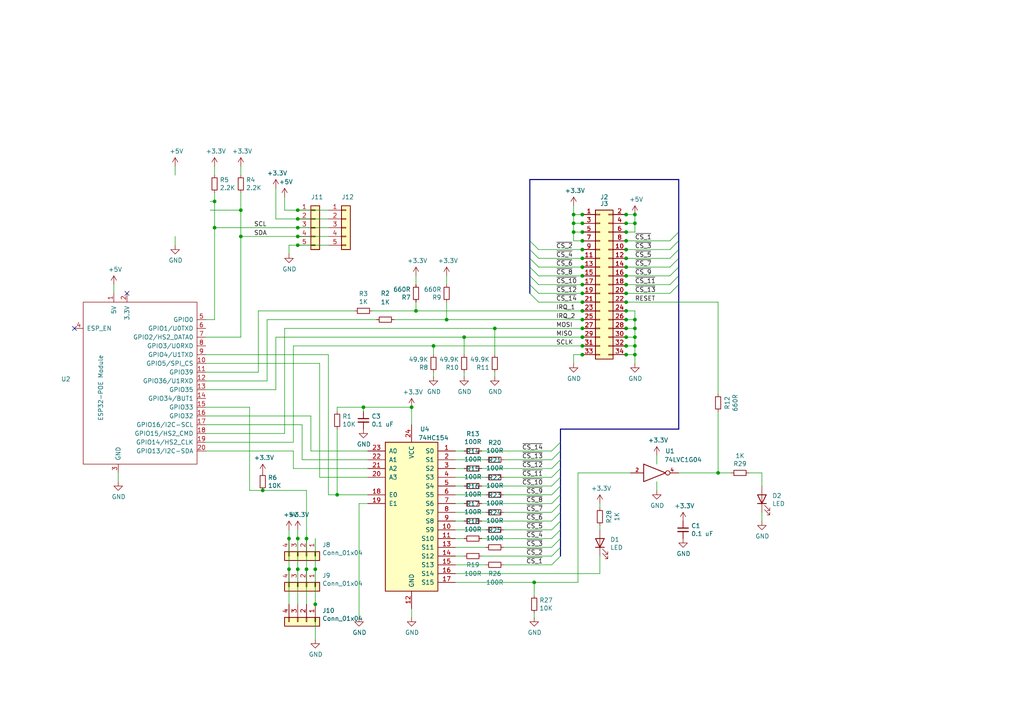
<source format=kicad_sch>
(kicad_sch (version 20211123) (generator eeschema)

  (uuid 955cc99e-a129-42cf-abc7-aa99813fdb5f)

  (paper "A4")

  (lib_symbols
    (symbol "74xGxx:74LVC1G04" (pin_names (offset 1.016)) (in_bom yes) (on_board yes)
      (property "Reference" "U" (id 0) (at -2.54 3.81 0)
        (effects (font (size 1.27 1.27)))
      )
      (property "Value" "74xGxx_74LVC1G04" (id 1) (at 0 -3.81 0)
        (effects (font (size 1.27 1.27)))
      )
      (property "Footprint" "" (id 2) (at 0 0 0)
        (effects (font (size 1.27 1.27)) hide)
      )
      (property "Datasheet" "" (id 3) (at 0 0 0)
        (effects (font (size 1.27 1.27)) hide)
      )
      (property "ki_fp_filters" "SOT* SG-*" (id 4) (at 0 0 0)
        (effects (font (size 1.27 1.27)) hide)
      )
      (symbol "74LVC1G04_0_1"
        (polyline
          (pts
            (xy -3.81 2.54)
            (xy -3.81 -2.54)
            (xy 2.54 0)
            (xy -3.81 2.54)
          )
          (stroke (width 0.254) (type default) (color 0 0 0 0))
          (fill (type none))
        )
      )
      (symbol "74LVC1G04_1_1"
        (pin input line (at -7.62 0 0) (length 3.81)
          (name "~" (effects (font (size 1.016 1.016))))
          (number "2" (effects (font (size 1.016 1.016))))
        )
        (pin power_in line (at 0 -2.54 270) (length 0) hide
          (name "GND" (effects (font (size 1.016 1.016))))
          (number "3" (effects (font (size 1.016 1.016))))
        )
        (pin output inverted (at 6.35 0 180) (length 3.81)
          (name "~" (effects (font (size 1.016 1.016))))
          (number "4" (effects (font (size 1.016 1.016))))
        )
        (pin power_in line (at 0 2.54 90) (length 0) hide
          (name "VCC" (effects (font (size 1.016 1.016))))
          (number "5" (effects (font (size 1.016 1.016))))
        )
      )
    )
    (symbol "74xx:74LS154" (pin_names (offset 1.016)) (in_bom yes) (on_board yes)
      (property "Reference" "U" (id 0) (at -7.62 21.59 0)
        (effects (font (size 1.27 1.27)))
      )
      (property "Value" "74xx_74LS154" (id 1) (at -7.62 -24.13 0)
        (effects (font (size 1.27 1.27)))
      )
      (property "Footprint" "" (id 2) (at 0 0 0)
        (effects (font (size 1.27 1.27)) hide)
      )
      (property "Datasheet" "" (id 3) (at 0 0 0)
        (effects (font (size 1.27 1.27)) hide)
      )
      (property "ki_locked" "" (id 4) (at 0 0 0)
        (effects (font (size 1.27 1.27)))
      )
      (property "ki_fp_filters" "DIP?24*" (id 5) (at 0 0 0)
        (effects (font (size 1.27 1.27)) hide)
      )
      (symbol "74LS154_1_0"
        (pin output line (at 12.7 17.78 180) (length 5.08)
          (name "S0" (effects (font (size 1.27 1.27))))
          (number "1" (effects (font (size 1.27 1.27))))
        )
        (pin output line (at 12.7 -5.08 180) (length 5.08)
          (name "S9" (effects (font (size 1.27 1.27))))
          (number "10" (effects (font (size 1.27 1.27))))
        )
        (pin output line (at 12.7 -7.62 180) (length 5.08)
          (name "S10" (effects (font (size 1.27 1.27))))
          (number "11" (effects (font (size 1.27 1.27))))
        )
        (pin power_in line (at 0 -27.94 90) (length 5.08)
          (name "GND" (effects (font (size 1.27 1.27))))
          (number "12" (effects (font (size 1.27 1.27))))
        )
        (pin output line (at 12.7 -10.16 180) (length 5.08)
          (name "S11" (effects (font (size 1.27 1.27))))
          (number "13" (effects (font (size 1.27 1.27))))
        )
        (pin output line (at 12.7 -12.7 180) (length 5.08)
          (name "S12" (effects (font (size 1.27 1.27))))
          (number "14" (effects (font (size 1.27 1.27))))
        )
        (pin output line (at 12.7 -15.24 180) (length 5.08)
          (name "S13" (effects (font (size 1.27 1.27))))
          (number "15" (effects (font (size 1.27 1.27))))
        )
        (pin output line (at 12.7 -17.78 180) (length 5.08)
          (name "S14" (effects (font (size 1.27 1.27))))
          (number "16" (effects (font (size 1.27 1.27))))
        )
        (pin output line (at 12.7 -20.32 180) (length 5.08)
          (name "S15" (effects (font (size 1.27 1.27))))
          (number "17" (effects (font (size 1.27 1.27))))
        )
        (pin input line (at -12.7 5.08 0) (length 5.08)
          (name "E0" (effects (font (size 1.27 1.27))))
          (number "18" (effects (font (size 1.27 1.27))))
        )
        (pin input line (at -12.7 2.54 0) (length 5.08)
          (name "E1" (effects (font (size 1.27 1.27))))
          (number "19" (effects (font (size 1.27 1.27))))
        )
        (pin output line (at 12.7 15.24 180) (length 5.08)
          (name "S1" (effects (font (size 1.27 1.27))))
          (number "2" (effects (font (size 1.27 1.27))))
        )
        (pin input line (at -12.7 10.16 0) (length 5.08)
          (name "A3" (effects (font (size 1.27 1.27))))
          (number "20" (effects (font (size 1.27 1.27))))
        )
        (pin input line (at -12.7 12.7 0) (length 5.08)
          (name "A2" (effects (font (size 1.27 1.27))))
          (number "21" (effects (font (size 1.27 1.27))))
        )
        (pin input line (at -12.7 15.24 0) (length 5.08)
          (name "A1" (effects (font (size 1.27 1.27))))
          (number "22" (effects (font (size 1.27 1.27))))
        )
        (pin input line (at -12.7 17.78 0) (length 5.08)
          (name "A0" (effects (font (size 1.27 1.27))))
          (number "23" (effects (font (size 1.27 1.27))))
        )
        (pin power_in line (at 0 25.4 270) (length 5.08)
          (name "VCC" (effects (font (size 1.27 1.27))))
          (number "24" (effects (font (size 1.27 1.27))))
        )
        (pin output line (at 12.7 12.7 180) (length 5.08)
          (name "S2" (effects (font (size 1.27 1.27))))
          (number "3" (effects (font (size 1.27 1.27))))
        )
        (pin output line (at 12.7 10.16 180) (length 5.08)
          (name "S3" (effects (font (size 1.27 1.27))))
          (number "4" (effects (font (size 1.27 1.27))))
        )
        (pin output line (at 12.7 7.62 180) (length 5.08)
          (name "S4" (effects (font (size 1.27 1.27))))
          (number "5" (effects (font (size 1.27 1.27))))
        )
        (pin output line (at 12.7 5.08 180) (length 5.08)
          (name "S5" (effects (font (size 1.27 1.27))))
          (number "6" (effects (font (size 1.27 1.27))))
        )
        (pin output line (at 12.7 2.54 180) (length 5.08)
          (name "S6" (effects (font (size 1.27 1.27))))
          (number "7" (effects (font (size 1.27 1.27))))
        )
        (pin output line (at 12.7 0 180) (length 5.08)
          (name "S7" (effects (font (size 1.27 1.27))))
          (number "8" (effects (font (size 1.27 1.27))))
        )
        (pin output line (at 12.7 -2.54 180) (length 5.08)
          (name "S8" (effects (font (size 1.27 1.27))))
          (number "9" (effects (font (size 1.27 1.27))))
        )
      )
      (symbol "74LS154_1_1"
        (rectangle (start -7.62 20.32) (end 7.62 -22.86)
          (stroke (width 0.254) (type default) (color 0 0 0 0))
          (fill (type background))
        )
      )
    )
    (symbol "Connector_Generic:Conn_01x04" (pin_names (offset 1.016) hide) (in_bom yes) (on_board yes)
      (property "Reference" "J" (id 0) (at 0 5.08 0)
        (effects (font (size 1.27 1.27)))
      )
      (property "Value" "Conn_01x04" (id 1) (at 0 -7.62 0)
        (effects (font (size 1.27 1.27)))
      )
      (property "Footprint" "" (id 2) (at 0 0 0)
        (effects (font (size 1.27 1.27)) hide)
      )
      (property "Datasheet" "~" (id 3) (at 0 0 0)
        (effects (font (size 1.27 1.27)) hide)
      )
      (property "ki_keywords" "connector" (id 4) (at 0 0 0)
        (effects (font (size 1.27 1.27)) hide)
      )
      (property "ki_description" "Generic connector, single row, 01x04, script generated (kicad-library-utils/schlib/autogen/connector/)" (id 5) (at 0 0 0)
        (effects (font (size 1.27 1.27)) hide)
      )
      (property "ki_fp_filters" "Connector*:*_1x??_*" (id 6) (at 0 0 0)
        (effects (font (size 1.27 1.27)) hide)
      )
      (symbol "Conn_01x04_1_1"
        (rectangle (start -1.27 -4.953) (end 0 -5.207)
          (stroke (width 0.1524) (type default) (color 0 0 0 0))
          (fill (type none))
        )
        (rectangle (start -1.27 -2.413) (end 0 -2.667)
          (stroke (width 0.1524) (type default) (color 0 0 0 0))
          (fill (type none))
        )
        (rectangle (start -1.27 0.127) (end 0 -0.127)
          (stroke (width 0.1524) (type default) (color 0 0 0 0))
          (fill (type none))
        )
        (rectangle (start -1.27 2.667) (end 0 2.413)
          (stroke (width 0.1524) (type default) (color 0 0 0 0))
          (fill (type none))
        )
        (rectangle (start -1.27 3.81) (end 1.27 -6.35)
          (stroke (width 0.254) (type default) (color 0 0 0 0))
          (fill (type background))
        )
        (pin passive line (at -5.08 2.54 0) (length 3.81)
          (name "Pin_1" (effects (font (size 1.27 1.27))))
          (number "1" (effects (font (size 1.27 1.27))))
        )
        (pin passive line (at -5.08 0 0) (length 3.81)
          (name "Pin_2" (effects (font (size 1.27 1.27))))
          (number "2" (effects (font (size 1.27 1.27))))
        )
        (pin passive line (at -5.08 -2.54 0) (length 3.81)
          (name "Pin_3" (effects (font (size 1.27 1.27))))
          (number "3" (effects (font (size 1.27 1.27))))
        )
        (pin passive line (at -5.08 -5.08 0) (length 3.81)
          (name "Pin_4" (effects (font (size 1.27 1.27))))
          (number "4" (effects (font (size 1.27 1.27))))
        )
      )
    )
    (symbol "Connector_Generic:Conn_01x05" (pin_names (offset 1.016) hide) (in_bom yes) (on_board yes)
      (property "Reference" "J" (id 0) (at 0 7.62 0)
        (effects (font (size 1.27 1.27)))
      )
      (property "Value" "Conn_01x05" (id 1) (at 0 -7.62 0)
        (effects (font (size 1.27 1.27)))
      )
      (property "Footprint" "" (id 2) (at 0 0 0)
        (effects (font (size 1.27 1.27)) hide)
      )
      (property "Datasheet" "~" (id 3) (at 0 0 0)
        (effects (font (size 1.27 1.27)) hide)
      )
      (property "ki_keywords" "connector" (id 4) (at 0 0 0)
        (effects (font (size 1.27 1.27)) hide)
      )
      (property "ki_description" "Generic connector, single row, 01x05, script generated (kicad-library-utils/schlib/autogen/connector/)" (id 5) (at 0 0 0)
        (effects (font (size 1.27 1.27)) hide)
      )
      (property "ki_fp_filters" "Connector*:*_1x??_*" (id 6) (at 0 0 0)
        (effects (font (size 1.27 1.27)) hide)
      )
      (symbol "Conn_01x05_1_1"
        (rectangle (start -1.27 -4.953) (end 0 -5.207)
          (stroke (width 0.1524) (type default) (color 0 0 0 0))
          (fill (type none))
        )
        (rectangle (start -1.27 -2.413) (end 0 -2.667)
          (stroke (width 0.1524) (type default) (color 0 0 0 0))
          (fill (type none))
        )
        (rectangle (start -1.27 0.127) (end 0 -0.127)
          (stroke (width 0.1524) (type default) (color 0 0 0 0))
          (fill (type none))
        )
        (rectangle (start -1.27 2.667) (end 0 2.413)
          (stroke (width 0.1524) (type default) (color 0 0 0 0))
          (fill (type none))
        )
        (rectangle (start -1.27 5.207) (end 0 4.953)
          (stroke (width 0.1524) (type default) (color 0 0 0 0))
          (fill (type none))
        )
        (rectangle (start -1.27 6.35) (end 1.27 -6.35)
          (stroke (width 0.254) (type default) (color 0 0 0 0))
          (fill (type background))
        )
        (pin passive line (at -5.08 5.08 0) (length 3.81)
          (name "Pin_1" (effects (font (size 1.27 1.27))))
          (number "1" (effects (font (size 1.27 1.27))))
        )
        (pin passive line (at -5.08 2.54 0) (length 3.81)
          (name "Pin_2" (effects (font (size 1.27 1.27))))
          (number "2" (effects (font (size 1.27 1.27))))
        )
        (pin passive line (at -5.08 0 0) (length 3.81)
          (name "Pin_3" (effects (font (size 1.27 1.27))))
          (number "3" (effects (font (size 1.27 1.27))))
        )
        (pin passive line (at -5.08 -2.54 0) (length 3.81)
          (name "Pin_4" (effects (font (size 1.27 1.27))))
          (number "4" (effects (font (size 1.27 1.27))))
        )
        (pin passive line (at -5.08 -5.08 0) (length 3.81)
          (name "Pin_5" (effects (font (size 1.27 1.27))))
          (number "5" (effects (font (size 1.27 1.27))))
        )
      )
    )
    (symbol "Connector_Generic:Conn_02x17_Odd_Even" (pin_names (offset 1.016) hide) (in_bom yes) (on_board yes)
      (property "Reference" "J" (id 0) (at 1.27 22.86 0)
        (effects (font (size 1.27 1.27)))
      )
      (property "Value" "Conn_02x17_Odd_Even" (id 1) (at 1.27 -22.86 0)
        (effects (font (size 1.27 1.27)))
      )
      (property "Footprint" "" (id 2) (at 0 0 0)
        (effects (font (size 1.27 1.27)) hide)
      )
      (property "Datasheet" "~" (id 3) (at 0 0 0)
        (effects (font (size 1.27 1.27)) hide)
      )
      (property "ki_keywords" "connector" (id 4) (at 0 0 0)
        (effects (font (size 1.27 1.27)) hide)
      )
      (property "ki_description" "Generic connector, double row, 02x17, odd/even pin numbering scheme (row 1 odd numbers, row 2 even numbers), script generated (kicad-library-utils/schlib/autogen/connector/)" (id 5) (at 0 0 0)
        (effects (font (size 1.27 1.27)) hide)
      )
      (property "ki_fp_filters" "Connector*:*_2x??_*" (id 6) (at 0 0 0)
        (effects (font (size 1.27 1.27)) hide)
      )
      (symbol "Conn_02x17_Odd_Even_1_1"
        (rectangle (start -1.27 -20.193) (end 0 -20.447)
          (stroke (width 0.1524) (type default) (color 0 0 0 0))
          (fill (type none))
        )
        (rectangle (start -1.27 -17.653) (end 0 -17.907)
          (stroke (width 0.1524) (type default) (color 0 0 0 0))
          (fill (type none))
        )
        (rectangle (start -1.27 -15.113) (end 0 -15.367)
          (stroke (width 0.1524) (type default) (color 0 0 0 0))
          (fill (type none))
        )
        (rectangle (start -1.27 -12.573) (end 0 -12.827)
          (stroke (width 0.1524) (type default) (color 0 0 0 0))
          (fill (type none))
        )
        (rectangle (start -1.27 -10.033) (end 0 -10.287)
          (stroke (width 0.1524) (type default) (color 0 0 0 0))
          (fill (type none))
        )
        (rectangle (start -1.27 -7.493) (end 0 -7.747)
          (stroke (width 0.1524) (type default) (color 0 0 0 0))
          (fill (type none))
        )
        (rectangle (start -1.27 -4.953) (end 0 -5.207)
          (stroke (width 0.1524) (type default) (color 0 0 0 0))
          (fill (type none))
        )
        (rectangle (start -1.27 -2.413) (end 0 -2.667)
          (stroke (width 0.1524) (type default) (color 0 0 0 0))
          (fill (type none))
        )
        (rectangle (start -1.27 0.127) (end 0 -0.127)
          (stroke (width 0.1524) (type default) (color 0 0 0 0))
          (fill (type none))
        )
        (rectangle (start -1.27 2.667) (end 0 2.413)
          (stroke (width 0.1524) (type default) (color 0 0 0 0))
          (fill (type none))
        )
        (rectangle (start -1.27 5.207) (end 0 4.953)
          (stroke (width 0.1524) (type default) (color 0 0 0 0))
          (fill (type none))
        )
        (rectangle (start -1.27 7.747) (end 0 7.493)
          (stroke (width 0.1524) (type default) (color 0 0 0 0))
          (fill (type none))
        )
        (rectangle (start -1.27 10.287) (end 0 10.033)
          (stroke (width 0.1524) (type default) (color 0 0 0 0))
          (fill (type none))
        )
        (rectangle (start -1.27 12.827) (end 0 12.573)
          (stroke (width 0.1524) (type default) (color 0 0 0 0))
          (fill (type none))
        )
        (rectangle (start -1.27 15.367) (end 0 15.113)
          (stroke (width 0.1524) (type default) (color 0 0 0 0))
          (fill (type none))
        )
        (rectangle (start -1.27 17.907) (end 0 17.653)
          (stroke (width 0.1524) (type default) (color 0 0 0 0))
          (fill (type none))
        )
        (rectangle (start -1.27 20.447) (end 0 20.193)
          (stroke (width 0.1524) (type default) (color 0 0 0 0))
          (fill (type none))
        )
        (rectangle (start -1.27 21.59) (end 3.81 -21.59)
          (stroke (width 0.254) (type default) (color 0 0 0 0))
          (fill (type background))
        )
        (rectangle (start 3.81 -20.193) (end 2.54 -20.447)
          (stroke (width 0.1524) (type default) (color 0 0 0 0))
          (fill (type none))
        )
        (rectangle (start 3.81 -17.653) (end 2.54 -17.907)
          (stroke (width 0.1524) (type default) (color 0 0 0 0))
          (fill (type none))
        )
        (rectangle (start 3.81 -15.113) (end 2.54 -15.367)
          (stroke (width 0.1524) (type default) (color 0 0 0 0))
          (fill (type none))
        )
        (rectangle (start 3.81 -12.573) (end 2.54 -12.827)
          (stroke (width 0.1524) (type default) (color 0 0 0 0))
          (fill (type none))
        )
        (rectangle (start 3.81 -10.033) (end 2.54 -10.287)
          (stroke (width 0.1524) (type default) (color 0 0 0 0))
          (fill (type none))
        )
        (rectangle (start 3.81 -7.493) (end 2.54 -7.747)
          (stroke (width 0.1524) (type default) (color 0 0 0 0))
          (fill (type none))
        )
        (rectangle (start 3.81 -4.953) (end 2.54 -5.207)
          (stroke (width 0.1524) (type default) (color 0 0 0 0))
          (fill (type none))
        )
        (rectangle (start 3.81 -2.413) (end 2.54 -2.667)
          (stroke (width 0.1524) (type default) (color 0 0 0 0))
          (fill (type none))
        )
        (rectangle (start 3.81 0.127) (end 2.54 -0.127)
          (stroke (width 0.1524) (type default) (color 0 0 0 0))
          (fill (type none))
        )
        (rectangle (start 3.81 2.667) (end 2.54 2.413)
          (stroke (width 0.1524) (type default) (color 0 0 0 0))
          (fill (type none))
        )
        (rectangle (start 3.81 5.207) (end 2.54 4.953)
          (stroke (width 0.1524) (type default) (color 0 0 0 0))
          (fill (type none))
        )
        (rectangle (start 3.81 7.747) (end 2.54 7.493)
          (stroke (width 0.1524) (type default) (color 0 0 0 0))
          (fill (type none))
        )
        (rectangle (start 3.81 10.287) (end 2.54 10.033)
          (stroke (width 0.1524) (type default) (color 0 0 0 0))
          (fill (type none))
        )
        (rectangle (start 3.81 12.827) (end 2.54 12.573)
          (stroke (width 0.1524) (type default) (color 0 0 0 0))
          (fill (type none))
        )
        (rectangle (start 3.81 15.367) (end 2.54 15.113)
          (stroke (width 0.1524) (type default) (color 0 0 0 0))
          (fill (type none))
        )
        (rectangle (start 3.81 17.907) (end 2.54 17.653)
          (stroke (width 0.1524) (type default) (color 0 0 0 0))
          (fill (type none))
        )
        (rectangle (start 3.81 20.447) (end 2.54 20.193)
          (stroke (width 0.1524) (type default) (color 0 0 0 0))
          (fill (type none))
        )
        (pin passive line (at -5.08 20.32 0) (length 3.81)
          (name "Pin_1" (effects (font (size 1.27 1.27))))
          (number "1" (effects (font (size 1.27 1.27))))
        )
        (pin passive line (at 7.62 10.16 180) (length 3.81)
          (name "Pin_10" (effects (font (size 1.27 1.27))))
          (number "10" (effects (font (size 1.27 1.27))))
        )
        (pin passive line (at -5.08 7.62 0) (length 3.81)
          (name "Pin_11" (effects (font (size 1.27 1.27))))
          (number "11" (effects (font (size 1.27 1.27))))
        )
        (pin passive line (at 7.62 7.62 180) (length 3.81)
          (name "Pin_12" (effects (font (size 1.27 1.27))))
          (number "12" (effects (font (size 1.27 1.27))))
        )
        (pin passive line (at -5.08 5.08 0) (length 3.81)
          (name "Pin_13" (effects (font (size 1.27 1.27))))
          (number "13" (effects (font (size 1.27 1.27))))
        )
        (pin passive line (at 7.62 5.08 180) (length 3.81)
          (name "Pin_14" (effects (font (size 1.27 1.27))))
          (number "14" (effects (font (size 1.27 1.27))))
        )
        (pin passive line (at -5.08 2.54 0) (length 3.81)
          (name "Pin_15" (effects (font (size 1.27 1.27))))
          (number "15" (effects (font (size 1.27 1.27))))
        )
        (pin passive line (at 7.62 2.54 180) (length 3.81)
          (name "Pin_16" (effects (font (size 1.27 1.27))))
          (number "16" (effects (font (size 1.27 1.27))))
        )
        (pin passive line (at -5.08 0 0) (length 3.81)
          (name "Pin_17" (effects (font (size 1.27 1.27))))
          (number "17" (effects (font (size 1.27 1.27))))
        )
        (pin passive line (at 7.62 0 180) (length 3.81)
          (name "Pin_18" (effects (font (size 1.27 1.27))))
          (number "18" (effects (font (size 1.27 1.27))))
        )
        (pin passive line (at -5.08 -2.54 0) (length 3.81)
          (name "Pin_19" (effects (font (size 1.27 1.27))))
          (number "19" (effects (font (size 1.27 1.27))))
        )
        (pin passive line (at 7.62 20.32 180) (length 3.81)
          (name "Pin_2" (effects (font (size 1.27 1.27))))
          (number "2" (effects (font (size 1.27 1.27))))
        )
        (pin passive line (at 7.62 -2.54 180) (length 3.81)
          (name "Pin_20" (effects (font (size 1.27 1.27))))
          (number "20" (effects (font (size 1.27 1.27))))
        )
        (pin passive line (at -5.08 -5.08 0) (length 3.81)
          (name "Pin_21" (effects (font (size 1.27 1.27))))
          (number "21" (effects (font (size 1.27 1.27))))
        )
        (pin passive line (at 7.62 -5.08 180) (length 3.81)
          (name "Pin_22" (effects (font (size 1.27 1.27))))
          (number "22" (effects (font (size 1.27 1.27))))
        )
        (pin passive line (at -5.08 -7.62 0) (length 3.81)
          (name "Pin_23" (effects (font (size 1.27 1.27))))
          (number "23" (effects (font (size 1.27 1.27))))
        )
        (pin passive line (at 7.62 -7.62 180) (length 3.81)
          (name "Pin_24" (effects (font (size 1.27 1.27))))
          (number "24" (effects (font (size 1.27 1.27))))
        )
        (pin passive line (at -5.08 -10.16 0) (length 3.81)
          (name "Pin_25" (effects (font (size 1.27 1.27))))
          (number "25" (effects (font (size 1.27 1.27))))
        )
        (pin passive line (at 7.62 -10.16 180) (length 3.81)
          (name "Pin_26" (effects (font (size 1.27 1.27))))
          (number "26" (effects (font (size 1.27 1.27))))
        )
        (pin passive line (at -5.08 -12.7 0) (length 3.81)
          (name "Pin_27" (effects (font (size 1.27 1.27))))
          (number "27" (effects (font (size 1.27 1.27))))
        )
        (pin passive line (at 7.62 -12.7 180) (length 3.81)
          (name "Pin_28" (effects (font (size 1.27 1.27))))
          (number "28" (effects (font (size 1.27 1.27))))
        )
        (pin passive line (at -5.08 -15.24 0) (length 3.81)
          (name "Pin_29" (effects (font (size 1.27 1.27))))
          (number "29" (effects (font (size 1.27 1.27))))
        )
        (pin passive line (at -5.08 17.78 0) (length 3.81)
          (name "Pin_3" (effects (font (size 1.27 1.27))))
          (number "3" (effects (font (size 1.27 1.27))))
        )
        (pin passive line (at 7.62 -15.24 180) (length 3.81)
          (name "Pin_30" (effects (font (size 1.27 1.27))))
          (number "30" (effects (font (size 1.27 1.27))))
        )
        (pin passive line (at -5.08 -17.78 0) (length 3.81)
          (name "Pin_31" (effects (font (size 1.27 1.27))))
          (number "31" (effects (font (size 1.27 1.27))))
        )
        (pin passive line (at 7.62 -17.78 180) (length 3.81)
          (name "Pin_32" (effects (font (size 1.27 1.27))))
          (number "32" (effects (font (size 1.27 1.27))))
        )
        (pin passive line (at -5.08 -20.32 0) (length 3.81)
          (name "Pin_33" (effects (font (size 1.27 1.27))))
          (number "33" (effects (font (size 1.27 1.27))))
        )
        (pin passive line (at 7.62 -20.32 180) (length 3.81)
          (name "Pin_34" (effects (font (size 1.27 1.27))))
          (number "34" (effects (font (size 1.27 1.27))))
        )
        (pin passive line (at 7.62 17.78 180) (length 3.81)
          (name "Pin_4" (effects (font (size 1.27 1.27))))
          (number "4" (effects (font (size 1.27 1.27))))
        )
        (pin passive line (at -5.08 15.24 0) (length 3.81)
          (name "Pin_5" (effects (font (size 1.27 1.27))))
          (number "5" (effects (font (size 1.27 1.27))))
        )
        (pin passive line (at 7.62 15.24 180) (length 3.81)
          (name "Pin_6" (effects (font (size 1.27 1.27))))
          (number "6" (effects (font (size 1.27 1.27))))
        )
        (pin passive line (at -5.08 12.7 0) (length 3.81)
          (name "Pin_7" (effects (font (size 1.27 1.27))))
          (number "7" (effects (font (size 1.27 1.27))))
        )
        (pin passive line (at 7.62 12.7 180) (length 3.81)
          (name "Pin_8" (effects (font (size 1.27 1.27))))
          (number "8" (effects (font (size 1.27 1.27))))
        )
        (pin passive line (at -5.08 10.16 0) (length 3.81)
          (name "Pin_9" (effects (font (size 1.27 1.27))))
          (number "9" (effects (font (size 1.27 1.27))))
        )
      )
    )
    (symbol "Device:C_Small" (pin_numbers hide) (pin_names (offset 0.254) hide) (in_bom yes) (on_board yes)
      (property "Reference" "C" (id 0) (at 0.254 1.778 0)
        (effects (font (size 1.27 1.27)) (justify left))
      )
      (property "Value" "C_Small" (id 1) (at 0.254 -2.032 0)
        (effects (font (size 1.27 1.27)) (justify left))
      )
      (property "Footprint" "" (id 2) (at 0 0 0)
        (effects (font (size 1.27 1.27)) hide)
      )
      (property "Datasheet" "~" (id 3) (at 0 0 0)
        (effects (font (size 1.27 1.27)) hide)
      )
      (property "ki_keywords" "capacitor cap" (id 4) (at 0 0 0)
        (effects (font (size 1.27 1.27)) hide)
      )
      (property "ki_description" "Unpolarized capacitor, small symbol" (id 5) (at 0 0 0)
        (effects (font (size 1.27 1.27)) hide)
      )
      (property "ki_fp_filters" "C_*" (id 6) (at 0 0 0)
        (effects (font (size 1.27 1.27)) hide)
      )
      (symbol "C_Small_0_1"
        (polyline
          (pts
            (xy -1.524 -0.508)
            (xy 1.524 -0.508)
          )
          (stroke (width 0.3302) (type default) (color 0 0 0 0))
          (fill (type none))
        )
        (polyline
          (pts
            (xy -1.524 0.508)
            (xy 1.524 0.508)
          )
          (stroke (width 0.3048) (type default) (color 0 0 0 0))
          (fill (type none))
        )
      )
      (symbol "C_Small_1_1"
        (pin passive line (at 0 2.54 270) (length 2.032)
          (name "~" (effects (font (size 1.27 1.27))))
          (number "1" (effects (font (size 1.27 1.27))))
        )
        (pin passive line (at 0 -2.54 90) (length 2.032)
          (name "~" (effects (font (size 1.27 1.27))))
          (number "2" (effects (font (size 1.27 1.27))))
        )
      )
    )
    (symbol "Device:LED" (pin_numbers hide) (pin_names (offset 1.016) hide) (in_bom yes) (on_board yes)
      (property "Reference" "D" (id 0) (at 0 2.54 0)
        (effects (font (size 1.27 1.27)))
      )
      (property "Value" "LED" (id 1) (at 0 -2.54 0)
        (effects (font (size 1.27 1.27)))
      )
      (property "Footprint" "" (id 2) (at 0 0 0)
        (effects (font (size 1.27 1.27)) hide)
      )
      (property "Datasheet" "~" (id 3) (at 0 0 0)
        (effects (font (size 1.27 1.27)) hide)
      )
      (property "ki_keywords" "LED diode" (id 4) (at 0 0 0)
        (effects (font (size 1.27 1.27)) hide)
      )
      (property "ki_description" "Light emitting diode" (id 5) (at 0 0 0)
        (effects (font (size 1.27 1.27)) hide)
      )
      (property "ki_fp_filters" "LED* LED_SMD:* LED_THT:*" (id 6) (at 0 0 0)
        (effects (font (size 1.27 1.27)) hide)
      )
      (symbol "LED_0_1"
        (polyline
          (pts
            (xy -1.27 -1.27)
            (xy -1.27 1.27)
          )
          (stroke (width 0.254) (type default) (color 0 0 0 0))
          (fill (type none))
        )
        (polyline
          (pts
            (xy -1.27 0)
            (xy 1.27 0)
          )
          (stroke (width 0) (type default) (color 0 0 0 0))
          (fill (type none))
        )
        (polyline
          (pts
            (xy 1.27 -1.27)
            (xy 1.27 1.27)
            (xy -1.27 0)
            (xy 1.27 -1.27)
          )
          (stroke (width 0.254) (type default) (color 0 0 0 0))
          (fill (type none))
        )
        (polyline
          (pts
            (xy -3.048 -0.762)
            (xy -4.572 -2.286)
            (xy -3.81 -2.286)
            (xy -4.572 -2.286)
            (xy -4.572 -1.524)
          )
          (stroke (width 0) (type default) (color 0 0 0 0))
          (fill (type none))
        )
        (polyline
          (pts
            (xy -1.778 -0.762)
            (xy -3.302 -2.286)
            (xy -2.54 -2.286)
            (xy -3.302 -2.286)
            (xy -3.302 -1.524)
          )
          (stroke (width 0) (type default) (color 0 0 0 0))
          (fill (type none))
        )
      )
      (symbol "LED_1_1"
        (pin passive line (at -3.81 0 0) (length 2.54)
          (name "K" (effects (font (size 1.27 1.27))))
          (number "1" (effects (font (size 1.27 1.27))))
        )
        (pin passive line (at 3.81 0 180) (length 2.54)
          (name "A" (effects (font (size 1.27 1.27))))
          (number "2" (effects (font (size 1.27 1.27))))
        )
      )
    )
    (symbol "Device:R_Small" (pin_numbers hide) (pin_names (offset 0.254) hide) (in_bom yes) (on_board yes)
      (property "Reference" "R" (id 0) (at 0.762 0.508 0)
        (effects (font (size 1.27 1.27)) (justify left))
      )
      (property "Value" "R_Small" (id 1) (at 0.762 -1.016 0)
        (effects (font (size 1.27 1.27)) (justify left))
      )
      (property "Footprint" "" (id 2) (at 0 0 0)
        (effects (font (size 1.27 1.27)) hide)
      )
      (property "Datasheet" "~" (id 3) (at 0 0 0)
        (effects (font (size 1.27 1.27)) hide)
      )
      (property "ki_keywords" "R resistor" (id 4) (at 0 0 0)
        (effects (font (size 1.27 1.27)) hide)
      )
      (property "ki_description" "Resistor, small symbol" (id 5) (at 0 0 0)
        (effects (font (size 1.27 1.27)) hide)
      )
      (property "ki_fp_filters" "R_*" (id 6) (at 0 0 0)
        (effects (font (size 1.27 1.27)) hide)
      )
      (symbol "R_Small_0_1"
        (rectangle (start -0.762 1.778) (end 0.762 -1.778)
          (stroke (width 0.2032) (type default) (color 0 0 0 0))
          (fill (type none))
        )
      )
      (symbol "R_Small_1_1"
        (pin passive line (at 0 2.54 270) (length 0.762)
          (name "~" (effects (font (size 1.27 1.27))))
          (number "1" (effects (font (size 1.27 1.27))))
        )
        (pin passive line (at 0 -2.54 90) (length 0.762)
          (name "~" (effects (font (size 1.27 1.27))))
          (number "2" (effects (font (size 1.27 1.27))))
        )
      )
    )
    (symbol "custom:ESP32-POE" (pin_names (offset 1.016)) (in_bom yes) (on_board yes)
      (property "Reference" "U" (id 0) (at -8.89 7.62 0)
        (effects (font (size 1.27 1.27)))
      )
      (property "Value" "ESP32-POE" (id 1) (at -1.27 -8.89 0)
        (effects (font (size 1.27 1.27)))
      )
      (property "Footprint" "" (id 2) (at 0 0 0)
        (effects (font (size 1.27 1.27)) hide)
      )
      (property "Datasheet" "" (id 3) (at 0 0 0)
        (effects (font (size 1.27 1.27)) hide)
      )
      (symbol "ESP32-POE_0_1"
        (rectangle (start -10.16 6.35) (end 22.86 -40.64)
          (stroke (width 0) (type default) (color 0 0 0 0))
          (fill (type none))
        )
      )
      (symbol "ESP32-POE_1_1"
        (pin power_in line (at -1.27 8.89 270) (length 2.54)
          (name "5V" (effects (font (size 1.27 1.27))))
          (number "1" (effects (font (size 1.27 1.27))))
        )
        (pin bidirectional line (at 25.4 -11.43 180) (length 2.54)
          (name "GPIO5/SPI_CS" (effects (font (size 1.27 1.27))))
          (number "10" (effects (font (size 1.27 1.27))))
        )
        (pin bidirectional line (at 25.4 -13.97 180) (length 2.54)
          (name "GPIO39" (effects (font (size 1.27 1.27))))
          (number "11" (effects (font (size 1.27 1.27))))
        )
        (pin bidirectional line (at 25.4 -16.51 180) (length 2.54)
          (name "GPIO36/U1RXD" (effects (font (size 1.27 1.27))))
          (number "12" (effects (font (size 1.27 1.27))))
        )
        (pin bidirectional line (at 25.4 -19.05 180) (length 2.54)
          (name "GPIO35" (effects (font (size 1.27 1.27))))
          (number "13" (effects (font (size 1.27 1.27))))
        )
        (pin bidirectional line (at 25.4 -21.59 180) (length 2.54)
          (name "GPIO34/BUT1" (effects (font (size 1.27 1.27))))
          (number "14" (effects (font (size 1.27 1.27))))
        )
        (pin bidirectional line (at 25.4 -24.13 180) (length 2.54)
          (name "GPIO33" (effects (font (size 1.27 1.27))))
          (number "15" (effects (font (size 1.27 1.27))))
        )
        (pin bidirectional line (at 25.4 -26.67 180) (length 2.54)
          (name "GPIO32" (effects (font (size 1.27 1.27))))
          (number "16" (effects (font (size 1.27 1.27))))
        )
        (pin bidirectional line (at 25.4 -29.21 180) (length 2.54)
          (name "GPIO16/I2C-SCL" (effects (font (size 1.27 1.27))))
          (number "17" (effects (font (size 1.27 1.27))))
        )
        (pin bidirectional line (at 25.4 -31.75 180) (length 2.54)
          (name "GPIO15/HS2_CMD" (effects (font (size 1.27 1.27))))
          (number "18" (effects (font (size 1.27 1.27))))
        )
        (pin bidirectional line (at 25.4 -34.29 180) (length 2.54)
          (name "GPIO14/HS2_CLK" (effects (font (size 1.27 1.27))))
          (number "19" (effects (font (size 1.27 1.27))))
        )
        (pin power_in line (at 2.54 8.89 270) (length 2.54)
          (name "3.3V" (effects (font (size 1.27 1.27))))
          (number "2" (effects (font (size 1.27 1.27))))
        )
        (pin bidirectional line (at 25.4 -36.83 180) (length 2.54)
          (name "GPIO13/I2C-SDA" (effects (font (size 1.27 1.27))))
          (number "20" (effects (font (size 1.27 1.27))))
        )
        (pin power_in line (at 0 -43.18 90) (length 2.54)
          (name "GND" (effects (font (size 1.27 1.27))))
          (number "3" (effects (font (size 1.27 1.27))))
        )
        (pin passive line (at -12.7 -1.27 0) (length 2.54)
          (name "ESP_EN" (effects (font (size 1.27 1.27))))
          (number "4" (effects (font (size 1.27 1.27))))
        )
        (pin bidirectional line (at 25.4 1.27 180) (length 2.54)
          (name "GPIO0" (effects (font (size 1.27 1.27))))
          (number "5" (effects (font (size 1.27 1.27))))
        )
        (pin bidirectional line (at 25.4 -1.27 180) (length 2.54)
          (name "GPIO1/U0TXD" (effects (font (size 1.27 1.27))))
          (number "6" (effects (font (size 1.27 1.27))))
        )
        (pin bidirectional line (at 25.4 -3.81 180) (length 2.54)
          (name "GPIO2/HS2_DATA0" (effects (font (size 1.27 1.27))))
          (number "7" (effects (font (size 1.27 1.27))))
        )
        (pin bidirectional line (at 25.4 -6.35 180) (length 2.54)
          (name "GPIO3/U0RXD" (effects (font (size 1.27 1.27))))
          (number "8" (effects (font (size 1.27 1.27))))
        )
        (pin bidirectional line (at 25.4 -8.89 180) (length 2.54)
          (name "GPIO4/U1TXD" (effects (font (size 1.27 1.27))))
          (number "9" (effects (font (size 1.27 1.27))))
        )
      )
    )
    (symbol "power:+3.3V" (power) (pin_names (offset 0)) (in_bom yes) (on_board yes)
      (property "Reference" "#PWR" (id 0) (at 0 -3.81 0)
        (effects (font (size 1.27 1.27)) hide)
      )
      (property "Value" "+3.3V" (id 1) (at 0 3.556 0)
        (effects (font (size 1.27 1.27)))
      )
      (property "Footprint" "" (id 2) (at 0 0 0)
        (effects (font (size 1.27 1.27)) hide)
      )
      (property "Datasheet" "" (id 3) (at 0 0 0)
        (effects (font (size 1.27 1.27)) hide)
      )
      (property "ki_keywords" "global power" (id 4) (at 0 0 0)
        (effects (font (size 1.27 1.27)) hide)
      )
      (property "ki_description" "Power symbol creates a global label with name \"+3.3V\"" (id 5) (at 0 0 0)
        (effects (font (size 1.27 1.27)) hide)
      )
      (symbol "+3.3V_0_1"
        (polyline
          (pts
            (xy -0.762 1.27)
            (xy 0 2.54)
          )
          (stroke (width 0) (type default) (color 0 0 0 0))
          (fill (type none))
        )
        (polyline
          (pts
            (xy 0 0)
            (xy 0 2.54)
          )
          (stroke (width 0) (type default) (color 0 0 0 0))
          (fill (type none))
        )
        (polyline
          (pts
            (xy 0 2.54)
            (xy 0.762 1.27)
          )
          (stroke (width 0) (type default) (color 0 0 0 0))
          (fill (type none))
        )
      )
      (symbol "+3.3V_1_1"
        (pin power_in line (at 0 0 90) (length 0) hide
          (name "+3.3V" (effects (font (size 1.27 1.27))))
          (number "1" (effects (font (size 1.27 1.27))))
        )
      )
    )
    (symbol "power:+5V" (power) (pin_names (offset 0)) (in_bom yes) (on_board yes)
      (property "Reference" "#PWR" (id 0) (at 0 -3.81 0)
        (effects (font (size 1.27 1.27)) hide)
      )
      (property "Value" "+5V" (id 1) (at 0 3.556 0)
        (effects (font (size 1.27 1.27)))
      )
      (property "Footprint" "" (id 2) (at 0 0 0)
        (effects (font (size 1.27 1.27)) hide)
      )
      (property "Datasheet" "" (id 3) (at 0 0 0)
        (effects (font (size 1.27 1.27)) hide)
      )
      (property "ki_keywords" "global power" (id 4) (at 0 0 0)
        (effects (font (size 1.27 1.27)) hide)
      )
      (property "ki_description" "Power symbol creates a global label with name \"+5V\"" (id 5) (at 0 0 0)
        (effects (font (size 1.27 1.27)) hide)
      )
      (symbol "+5V_0_1"
        (polyline
          (pts
            (xy -0.762 1.27)
            (xy 0 2.54)
          )
          (stroke (width 0) (type default) (color 0 0 0 0))
          (fill (type none))
        )
        (polyline
          (pts
            (xy 0 0)
            (xy 0 2.54)
          )
          (stroke (width 0) (type default) (color 0 0 0 0))
          (fill (type none))
        )
        (polyline
          (pts
            (xy 0 2.54)
            (xy 0.762 1.27)
          )
          (stroke (width 0) (type default) (color 0 0 0 0))
          (fill (type none))
        )
      )
      (symbol "+5V_1_1"
        (pin power_in line (at 0 0 90) (length 0) hide
          (name "+5V" (effects (font (size 1.27 1.27))))
          (number "1" (effects (font (size 1.27 1.27))))
        )
      )
    )
    (symbol "power:GND" (power) (pin_names (offset 0)) (in_bom yes) (on_board yes)
      (property "Reference" "#PWR" (id 0) (at 0 -6.35 0)
        (effects (font (size 1.27 1.27)) hide)
      )
      (property "Value" "GND" (id 1) (at 0 -3.81 0)
        (effects (font (size 1.27 1.27)))
      )
      (property "Footprint" "" (id 2) (at 0 0 0)
        (effects (font (size 1.27 1.27)) hide)
      )
      (property "Datasheet" "" (id 3) (at 0 0 0)
        (effects (font (size 1.27 1.27)) hide)
      )
      (property "ki_keywords" "global power" (id 4) (at 0 0 0)
        (effects (font (size 1.27 1.27)) hide)
      )
      (property "ki_description" "Power symbol creates a global label with name \"GND\" , ground" (id 5) (at 0 0 0)
        (effects (font (size 1.27 1.27)) hide)
      )
      (symbol "GND_0_1"
        (polyline
          (pts
            (xy 0 0)
            (xy 0 -1.27)
            (xy 1.27 -1.27)
            (xy 0 -2.54)
            (xy -1.27 -1.27)
            (xy 0 -1.27)
          )
          (stroke (width 0) (type default) (color 0 0 0 0))
          (fill (type none))
        )
      )
      (symbol "GND_1_1"
        (pin power_in line (at 0 0 270) (length 0) hide
          (name "GND" (effects (font (size 1.27 1.27))))
          (number "1" (effects (font (size 1.27 1.27))))
        )
      )
    )
  )

  (junction (at 168.91 77.47) (diameter 0) (color 0 0 0 0)
    (uuid 000b46d6-b833-4804-8f56-56d539f76d09)
  )
  (junction (at 184.15 97.79) (diameter 0) (color 0 0 0 0)
    (uuid 02f8904b-a7b2-49dd-b392-764e7e29fb51)
  )
  (junction (at 69.85 68.58) (diameter 0) (color 0 0 0 0)
    (uuid 083becc8-e25d-4206-9636-55457650bbe3)
  )
  (junction (at 181.61 69.85) (diameter 0) (color 0 0 0 0)
    (uuid 08ec951f-e7eb-41cf-9589-697107a98e88)
  )
  (junction (at 143.51 95.25) (diameter 0) (color 0 0 0 0)
    (uuid 099473f1-6598-46ff-a50f-4c520832170d)
  )
  (junction (at 168.91 67.31) (diameter 0) (color 0 0 0 0)
    (uuid 09bbea88-8bd7-48ec-baae-1b4a9a11a40e)
  )
  (junction (at 184.15 64.77) (diameter 0) (color 0 0 0 0)
    (uuid 0b4c0f05-c855-4742-bad2-dbf645d5842b)
  )
  (junction (at 86.36 60.96) (diameter 0) (color 0 0 0 0)
    (uuid 0b9f21ed-3d41-4f23-ae45-74117a5f3153)
  )
  (junction (at 168.91 100.33) (diameter 0) (color 0 0 0 0)
    (uuid 0f0f7bb5-ade7-4a81-82b4-43be6a8ad05c)
  )
  (junction (at 168.91 69.85) (diameter 0) (color 0 0 0 0)
    (uuid 0fb27e11-fde6-4a25-adbb-e9684771b369)
  )
  (junction (at 168.91 80.01) (diameter 0) (color 0 0 0 0)
    (uuid 113ffcdf-4c54-4e37-81dc-f91efa934ba7)
  )
  (junction (at 86.36 71.12) (diameter 0) (color 0 0 0 0)
    (uuid 123968c6-74e7-4754-8c36-08ea08e42555)
  )
  (junction (at 181.61 95.25) (diameter 0) (color 0 0 0 0)
    (uuid 162e5bdd-61a8-46a3-8485-826b5d58e1a1)
  )
  (junction (at 168.91 62.23) (diameter 0) (color 0 0 0 0)
    (uuid 1de61170-5337-44c5-ba28-bd477db4bff1)
  )
  (junction (at 168.91 82.55) (diameter 0) (color 0 0 0 0)
    (uuid 2102c637-9f11-48f1-aae6-b4139dc22be2)
  )
  (junction (at 119.38 118.11) (diameter 0) (color 0 0 0 0)
    (uuid 24b72b0d-63b8-4e06-89d0-e94dcf39a600)
  )
  (junction (at 184.15 92.71) (diameter 0) (color 0 0 0 0)
    (uuid 2518d4ea-25cc-4e57-a0d6-8482034e7318)
  )
  (junction (at 208.28 137.16) (diameter 0) (color 0 0 0 0)
    (uuid 2681e64d-bedc-4e1f-87d2-754aaa485bbd)
  )
  (junction (at 168.91 85.09) (diameter 0) (color 0 0 0 0)
    (uuid 272c2a78-b5f5-4b61-aed3-ec69e0e92729)
  )
  (junction (at 129.54 92.71) (diameter 0) (color 0 0 0 0)
    (uuid 275b6416-db29-42cc-9307-bf426917c3b4)
  )
  (junction (at 168.91 92.71) (diameter 0) (color 0 0 0 0)
    (uuid 2b25e886-ded1-450a-ada1-ece4208052e4)
  )
  (junction (at 168.91 72.39) (diameter 0) (color 0 0 0 0)
    (uuid 2eea20e6-112c-411a-b615-885ae773135a)
  )
  (junction (at 168.91 64.77) (diameter 0) (color 0 0 0 0)
    (uuid 2f3fba7a-cf45-4bd8-9035-07e6fa0b4732)
  )
  (junction (at 168.91 97.79) (diameter 0) (color 0 0 0 0)
    (uuid 319c683d-aed6-4e7d-aee2-ff9871746d52)
  )
  (junction (at 181.61 72.39) (diameter 0) (color 0 0 0 0)
    (uuid 3a1a39fc-8030-4c93-9d9c-d79ba6824099)
  )
  (junction (at 86.36 156.21) (diameter 0) (color 0 0 0 0)
    (uuid 3e57b728-64e6-4470-8f27-a43c0dd85050)
  )
  (junction (at 181.61 82.55) (diameter 0) (color 0 0 0 0)
    (uuid 3f2a6679-91d7-4b6c-bf5c-c4d5abb2bc44)
  )
  (junction (at 154.94 168.91) (diameter 0) (color 0 0 0 0)
    (uuid 3fa05934-8ad1-40a9-af5c-98ad298eb412)
  )
  (junction (at 120.65 90.17) (diameter 0) (color 0 0 0 0)
    (uuid 4086cbd7-6ba7-4e63-8da9-17e60627ee17)
  )
  (junction (at 181.61 67.31) (diameter 0) (color 0 0 0 0)
    (uuid 41c18011-40db-4384-9ba4-c0158d0d9d6a)
  )
  (junction (at 166.37 67.31) (diameter 0) (color 0 0 0 0)
    (uuid 4344bc11-e822-474b-8d61-d12211e719b1)
  )
  (junction (at 168.91 102.87) (diameter 0) (color 0 0 0 0)
    (uuid 4346fe55-f906-453a-b81a-1c013104a598)
  )
  (junction (at 168.91 95.25) (diameter 0) (color 0 0 0 0)
    (uuid 456c5e47-d71e-4708-b061-1e61634d8648)
  )
  (junction (at 105.41 118.11) (diameter 0) (color 0 0 0 0)
    (uuid 49575217-40b0-4890-8acf-12982cca52b5)
  )
  (junction (at 168.91 74.93) (diameter 0) (color 0 0 0 0)
    (uuid 49b5f540-e128-4e08-bb09-f321f8e64056)
  )
  (junction (at 125.73 100.33) (diameter 0) (color 0 0 0 0)
    (uuid 4bbde53d-6894-4e18-9480-84a6a26d5f6b)
  )
  (junction (at 181.61 64.77) (diameter 0) (color 0 0 0 0)
    (uuid 56d2bc5d-fd72-4542-ab0f-053a5fd60efa)
  )
  (junction (at 134.62 97.79) (diameter 0) (color 0 0 0 0)
    (uuid 57f248a7-365e-4c42-b80d-5a7d1f9dfaf3)
  )
  (junction (at 181.61 100.33) (diameter 0) (color 0 0 0 0)
    (uuid 5e6153e6-2c19-46de-9a8e-b310a2a07861)
  )
  (junction (at 83.82 165.1) (diameter 0) (color 0 0 0 0)
    (uuid 5e7c3a32-8dda-4e6a-9838-c94d1f165575)
  )
  (junction (at 168.91 87.63) (diameter 0) (color 0 0 0 0)
    (uuid 62f15a9a-9893-486e-9ad0-ea43f88fc9e7)
  )
  (junction (at 88.9 156.21) (diameter 0) (color 0 0 0 0)
    (uuid 6cb535a7-247d-4f99-997d-c21b160eadfa)
  )
  (junction (at 184.15 95.25) (diameter 0) (color 0 0 0 0)
    (uuid 71af7b65-0e6b-402e-b1a4-b66be507b4dc)
  )
  (junction (at 181.61 85.09) (diameter 0) (color 0 0 0 0)
    (uuid 7273dd21-e834-41d3-b279-d7de727709ca)
  )
  (junction (at 86.36 165.1) (diameter 0) (color 0 0 0 0)
    (uuid 75b944f9-bf25-4dc7-8104-e9f80b4f359b)
  )
  (junction (at 86.36 63.5) (diameter 0) (color 0 0 0 0)
    (uuid 7b766787-7689-40b8-9ef5-c0b1af45a9ae)
  )
  (junction (at 69.85 60.96) (diameter 0) (color 0 0 0 0)
    (uuid 7c411b3e-aca2-424f-b644-2d21c9d80fa7)
  )
  (junction (at 88.9 165.1) (diameter 0) (color 0 0 0 0)
    (uuid 7c5f3091-7791-43b3-8d50-43f6a72274c9)
  )
  (junction (at 62.23 66.04) (diameter 0) (color 0 0 0 0)
    (uuid 888fd7cb-2fc6-480c-bcfa-0b71303087d3)
  )
  (junction (at 184.15 100.33) (diameter 0) (color 0 0 0 0)
    (uuid 8bd46048-cab7-4adf-af9a-bc2710c1894c)
  )
  (junction (at 76.2 142.24) (diameter 0) (color 0 0 0 0)
    (uuid 8cb2cd3a-4ef9-4ae5-b6bc-2b1d16f657d6)
  )
  (junction (at 86.36 68.58) (diameter 0) (color 0 0 0 0)
    (uuid 8e295ed4-82cb-4d9f-8888-7ad2dd4d5129)
  )
  (junction (at 184.15 102.87) (diameter 0) (color 0 0 0 0)
    (uuid 992a2b00-5e28-4edd-88b5-994891512d8d)
  )
  (junction (at 166.37 62.23) (diameter 0) (color 0 0 0 0)
    (uuid 9f782c92-a5e8-49db-bfda-752b35522ce4)
  )
  (junction (at 181.61 62.23) (diameter 0) (color 0 0 0 0)
    (uuid a3fab380-991d-404b-95d5-1c209b047b6e)
  )
  (junction (at 91.44 175.26) (diameter 0) (color 0 0 0 0)
    (uuid a7f2e97b-29f3-44fd-bf8a-97a3c1528b61)
  )
  (junction (at 86.36 66.04) (diameter 0) (color 0 0 0 0)
    (uuid aa1c6f47-cbd4-4cbd-8265-e5ac08b7ffc8)
  )
  (junction (at 181.61 87.63) (diameter 0) (color 0 0 0 0)
    (uuid b2b363dd-8e47-4a76-a142-e00e28334875)
  )
  (junction (at 83.82 156.21) (diameter 0) (color 0 0 0 0)
    (uuid be41ac9e-b8ba-4089-983b-b84269707f1c)
  )
  (junction (at 168.91 90.17) (diameter 0) (color 0 0 0 0)
    (uuid c15b2f75-2e10-4b71-bebb-e2b872171b92)
  )
  (junction (at 181.61 102.87) (diameter 0) (color 0 0 0 0)
    (uuid c512fed3-9770-476b-b048-e781b4f3cd72)
  )
  (junction (at 181.61 80.01) (diameter 0) (color 0 0 0 0)
    (uuid c7cd39db-931a-4d86-96b8-57e6b39f58f9)
  )
  (junction (at 181.61 97.79) (diameter 0) (color 0 0 0 0)
    (uuid cb1a49ef-0a06-4f40-9008-61d1d1c36198)
  )
  (junction (at 181.61 77.47) (diameter 0) (color 0 0 0 0)
    (uuid ceb12634-32ca-4cbf-9ff5-5e8b53ab18ad)
  )
  (junction (at 97.79 143.51) (diameter 0) (color 0 0 0 0)
    (uuid d66d3c12-11ce-4566-9a45-962e329503d8)
  )
  (junction (at 184.15 62.23) (diameter 0) (color 0 0 0 0)
    (uuid d72c89a6-7578-4468-964e-2a845431195f)
  )
  (junction (at 166.37 64.77) (diameter 0) (color 0 0 0 0)
    (uuid db742b9e-1fed-4e0c-b783-f911ab5116aa)
  )
  (junction (at 181.61 74.93) (diameter 0) (color 0 0 0 0)
    (uuid dd70858b-2f9a-4b3f-9af5-ead3a9ba57e9)
  )
  (junction (at 91.44 165.1) (diameter 0) (color 0 0 0 0)
    (uuid e87738fc-e372-4c48-9de9-398fd8b4874c)
  )
  (junction (at 62.23 58.42) (diameter 0) (color 0 0 0 0)
    (uuid f4a8afbe-ed68-4253-959f-6be4d2cbf8c5)
  )
  (junction (at 181.61 90.17) (diameter 0) (color 0 0 0 0)
    (uuid f6a5c856-f2b5-40eb-a958-b666a0d408a0)
  )
  (junction (at 181.61 92.71) (diameter 0) (color 0 0 0 0)
    (uuid ffa442c7-cbef-461f-8613-c211201cec06)
  )

  (no_connect (at 36.83 85.09) (uuid e0c7ddff-8c90-465f-be62-21fb49b059fa))
  (no_connect (at 21.59 95.25) (uuid f988d6ea-11c5-4837-b1d1-5c292ded50c6))

  (bus_entry (at 160.02 135.89) (size 2.54 -2.54)
    (stroke (width 0) (type default) (color 0 0 0 0))
    (uuid 12fa3c3f-3d14-451a-a6a8-884fd1b32fa7)
  )
  (bus_entry (at 160.02 148.59) (size 2.54 -2.54)
    (stroke (width 0) (type default) (color 0 0 0 0))
    (uuid 17ff35b3-d658-499b-9a46-ea36063fed4e)
  )
  (bus_entry (at 194.31 80.01) (size 2.54 -2.54)
    (stroke (width 0) (type default) (color 0 0 0 0))
    (uuid 1cc5480b-56b7-4379-98e2-ccafc88911a7)
  )
  (bus_entry (at 160.02 161.29) (size 2.54 -2.54)
    (stroke (width 0) (type default) (color 0 0 0 0))
    (uuid 26bc8641-9bca-4204-9709-deedbe202a36)
  )
  (bus_entry (at 153.67 74.93) (size 2.54 2.54)
    (stroke (width 0) (type default) (color 0 0 0 0))
    (uuid 2f424da3-8fae-4941-bc6d-20044787372f)
  )
  (bus_entry (at 160.02 146.05) (size 2.54 -2.54)
    (stroke (width 0) (type default) (color 0 0 0 0))
    (uuid 3993c707-5291-41b6-83c0-d1c09cb3833a)
  )
  (bus_entry (at 153.67 80.01) (size 2.54 2.54)
    (stroke (width 0) (type default) (color 0 0 0 0))
    (uuid 3bca658b-a598-4669-a7cb-3f9b5f47bb5a)
  )
  (bus_entry (at 153.67 77.47) (size 2.54 2.54)
    (stroke (width 0) (type default) (color 0 0 0 0))
    (uuid 41485de5-6ed3-4c83-b69e-ef83ae18093c)
  )
  (bus_entry (at 194.31 72.39) (size 2.54 -2.54)
    (stroke (width 0) (type default) (color 0 0 0 0))
    (uuid 42d3f9d6-2a47-41a8-b942-295fcb83bcd8)
  )
  (bus_entry (at 153.67 69.85) (size 2.54 2.54)
    (stroke (width 0) (type default) (color 0 0 0 0))
    (uuid 541721d1-074b-496e-a833-813044b3e8ca)
  )
  (bus_entry (at 160.02 143.51) (size 2.54 -2.54)
    (stroke (width 0) (type default) (color 0 0 0 0))
    (uuid 78b44915-d68e-4488-a873-34767153ef98)
  )
  (bus_entry (at 194.31 74.93) (size 2.54 -2.54)
    (stroke (width 0) (type default) (color 0 0 0 0))
    (uuid 7bea05d4-1dec-4cd6-aa53-302dde803254)
  )
  (bus_entry (at 194.31 85.09) (size 2.54 -2.54)
    (stroke (width 0) (type default) (color 0 0 0 0))
    (uuid 851f3d61-ba3b-4e6e-abd4-cafa4d9b64cb)
  )
  (bus_entry (at 160.02 156.21) (size 2.54 -2.54)
    (stroke (width 0) (type default) (color 0 0 0 0))
    (uuid 89a3dae6-dcb5-435b-a383-656b6a19a316)
  )
  (bus_entry (at 194.31 82.55) (size 2.54 -2.54)
    (stroke (width 0) (type default) (color 0 0 0 0))
    (uuid 9a8ad8bb-d9a9-4b2b-bc88-ea6fd2676d45)
  )
  (bus_entry (at 194.31 77.47) (size 2.54 -2.54)
    (stroke (width 0) (type default) (color 0 0 0 0))
    (uuid a5362821-c161-4c7a-a00c-40e1d7472d56)
  )
  (bus_entry (at 160.02 153.67) (size 2.54 -2.54)
    (stroke (width 0) (type default) (color 0 0 0 0))
    (uuid a917c6d9-225d-4c90-bf25-fe8eff8abd3f)
  )
  (bus_entry (at 160.02 158.75) (size 2.54 -2.54)
    (stroke (width 0) (type default) (color 0 0 0 0))
    (uuid b54cae5b-c17c-4ed7-b249-2e7d5e83609a)
  )
  (bus_entry (at 153.67 85.09) (size 2.54 2.54)
    (stroke (width 0) (type default) (color 0 0 0 0))
    (uuid b7aa0362-7c9e-4a42-b191-ab15a38bf3c5)
  )
  (bus_entry (at 153.67 82.55) (size 2.54 2.54)
    (stroke (width 0) (type default) (color 0 0 0 0))
    (uuid bef2abc2-bf3e-4a72-ad03-f8da3cd893cb)
  )
  (bus_entry (at 153.67 72.39) (size 2.54 2.54)
    (stroke (width 0) (type default) (color 0 0 0 0))
    (uuid d05faa1f-5f69-41bf-86d3-2cd224432e1b)
  )
  (bus_entry (at 160.02 151.13) (size 2.54 -2.54)
    (stroke (width 0) (type default) (color 0 0 0 0))
    (uuid d13b0eae-4711-4325-a6bb-aa8e3646e86e)
  )
  (bus_entry (at 160.02 130.81) (size 2.54 -2.54)
    (stroke (width 0) (type default) (color 0 0 0 0))
    (uuid d18f2428-546f-4066-8ffb-7653303685db)
  )
  (bus_entry (at 160.02 133.35) (size 2.54 -2.54)
    (stroke (width 0) (type default) (color 0 0 0 0))
    (uuid d95c6650-fcd9-4184-97fe-fde43ea5c0cd)
  )
  (bus_entry (at 194.31 69.85) (size 2.54 -2.54)
    (stroke (width 0) (type default) (color 0 0 0 0))
    (uuid dd1edfbb-5fb6-42cd-b740-fd54ab3ef1f1)
  )
  (bus_entry (at 160.02 140.97) (size 2.54 -2.54)
    (stroke (width 0) (type default) (color 0 0 0 0))
    (uuid e76ec524-408a-4daa-89f6-0edfdbcfb621)
  )
  (bus_entry (at 160.02 138.43) (size 2.54 -2.54)
    (stroke (width 0) (type default) (color 0 0 0 0))
    (uuid f4a1ab68-998b-43e3-aa33-40b58210bc99)
  )
  (bus_entry (at 160.02 163.83) (size 2.54 -2.54)
    (stroke (width 0) (type default) (color 0 0 0 0))
    (uuid fd5f7d77-0f73-4021-88a8-0641f0fe8d98)
  )

  (wire (pts (xy 168.91 87.63) (xy 156.21 87.63))
    (stroke (width 0) (type default) (color 0 0 0 0))
    (uuid 015f5586-ba76-4a98-9114-f5cd2c67134d)
  )
  (wire (pts (xy 59.69 105.41) (xy 92.71 105.41))
    (stroke (width 0) (type default) (color 0 0 0 0))
    (uuid 07d160b6-23e1-4aa0-95cb-440482e6fc15)
  )
  (wire (pts (xy 173.99 166.37) (xy 173.99 161.29))
    (stroke (width 0) (type default) (color 0 0 0 0))
    (uuid 0a5610bb-d01a-4417-8271-dc424dd2c838)
  )
  (wire (pts (xy 90.17 130.81) (xy 90.17 120.65))
    (stroke (width 0) (type default) (color 0 0 0 0))
    (uuid 0cbeb329-a88d-4a47-a5c2-a1d693de2f8c)
  )
  (bus (pts (xy 162.56 128.27) (xy 162.56 130.81))
    (stroke (width 0) (type default) (color 0 0 0 0))
    (uuid 10644275-a5cd-4f0a-829f-8e5fd7277ee7)
  )

  (wire (pts (xy 132.08 151.13) (xy 134.62 151.13))
    (stroke (width 0) (type default) (color 0 0 0 0))
    (uuid 112371bd-7aa2-4b47-b184-50d12afc2534)
  )
  (wire (pts (xy 166.37 69.85) (xy 168.91 69.85))
    (stroke (width 0) (type default) (color 0 0 0 0))
    (uuid 12c8f4c9-cb79-4390-b96c-a717c693de17)
  )
  (wire (pts (xy 166.37 67.31) (xy 166.37 69.85))
    (stroke (width 0) (type default) (color 0 0 0 0))
    (uuid 12f8e43c-8f83-48d3-a9b5-5f3ebc0b6c43)
  )
  (bus (pts (xy 162.56 133.35) (xy 162.56 135.89))
    (stroke (width 0) (type default) (color 0 0 0 0))
    (uuid 15c74a7a-9d4d-45e6-9f79-97f1f9895dd2)
  )

  (wire (pts (xy 146.05 143.51) (xy 160.02 143.51))
    (stroke (width 0) (type default) (color 0 0 0 0))
    (uuid 1732b93f-cd0e-4ca4-a905-bb406354ca33)
  )
  (wire (pts (xy 146.05 133.35) (xy 160.02 133.35))
    (stroke (width 0) (type default) (color 0 0 0 0))
    (uuid 17cf1c88-8d51-4538-aa76-e35ac22d0ed0)
  )
  (wire (pts (xy 143.51 102.87) (xy 143.51 95.25))
    (stroke (width 0) (type default) (color 0 0 0 0))
    (uuid 1876c30c-72b2-4a8d-9f32-bf8b213530b4)
  )
  (wire (pts (xy 119.38 179.07) (xy 119.38 176.53))
    (stroke (width 0) (type default) (color 0 0 0 0))
    (uuid 18ca5aef-6a2c-41ac-9e7f-bf7acb716e53)
  )
  (wire (pts (xy 134.62 109.22) (xy 134.62 107.95))
    (stroke (width 0) (type default) (color 0 0 0 0))
    (uuid 199124ca-dd64-45cf-a063-97cc545cbea7)
  )
  (bus (pts (xy 196.85 69.85) (xy 196.85 72.39))
    (stroke (width 0) (type default) (color 0 0 0 0))
    (uuid 1ab914a6-00c7-4e05-8d18-94c746539b37)
  )

  (wire (pts (xy 134.62 97.79) (xy 168.91 97.79))
    (stroke (width 0) (type default) (color 0 0 0 0))
    (uuid 1bd80cf9-f42a-4aee-a408-9dbf4e81e625)
  )
  (wire (pts (xy 173.99 146.05) (xy 173.99 147.32))
    (stroke (width 0) (type default) (color 0 0 0 0))
    (uuid 1cb64bfe-d819-47e3-be11-515b04f2c451)
  )
  (wire (pts (xy 132.08 146.05) (xy 134.62 146.05))
    (stroke (width 0) (type default) (color 0 0 0 0))
    (uuid 1d0d5161-c82f-4c77-a9ca-15d017db65d3)
  )
  (bus (pts (xy 162.56 158.75) (xy 162.56 161.29))
    (stroke (width 0) (type default) (color 0 0 0 0))
    (uuid 1da82369-63db-4228-b0cc-a8f570fd3ab5)
  )

  (wire (pts (xy 87.63 133.35) (xy 106.68 133.35))
    (stroke (width 0) (type default) (color 0 0 0 0))
    (uuid 1e48966e-d29d-4521-8939-ec8ac570431d)
  )
  (bus (pts (xy 162.56 151.13) (xy 162.56 153.67))
    (stroke (width 0) (type default) (color 0 0 0 0))
    (uuid 20b6e7b7-e1c4-41de-88b3-3c6037e1a4ea)
  )

  (wire (pts (xy 50.8 50.8) (xy 50.8 48.26))
    (stroke (width 0) (type default) (color 0 0 0 0))
    (uuid 20caf6d2-76a7-497e-ac56-f6d31eb9027b)
  )
  (wire (pts (xy 62.23 58.42) (xy 62.23 66.04))
    (stroke (width 0) (type default) (color 0 0 0 0))
    (uuid 212bf70c-2324-47d9-8700-59771063baeb)
  )
  (wire (pts (xy 168.91 80.01) (xy 156.21 80.01))
    (stroke (width 0) (type default) (color 0 0 0 0))
    (uuid 21492bcd-343a-4b2b-b55a-b4586c11bdeb)
  )
  (wire (pts (xy 86.36 165.1) (xy 86.36 175.26))
    (stroke (width 0) (type default) (color 0 0 0 0))
    (uuid 2165c9a4-eb84-4cb6-a870-2fdc39d2511b)
  )
  (wire (pts (xy 82.55 95.25) (xy 143.51 95.25))
    (stroke (width 0) (type default) (color 0 0 0 0))
    (uuid 22962957-1efd-404d-83db-5b233b6c15b0)
  )
  (wire (pts (xy 181.61 64.77) (xy 184.15 64.77))
    (stroke (width 0) (type default) (color 0 0 0 0))
    (uuid 282c8e53-3acc-42f0-a92a-6aa976b97a93)
  )
  (wire (pts (xy 105.41 119.38) (xy 105.41 118.11))
    (stroke (width 0) (type default) (color 0 0 0 0))
    (uuid 283c990c-ae5a-4e41-a3ad-b40ca29fe90e)
  )
  (wire (pts (xy 166.37 64.77) (xy 166.37 67.31))
    (stroke (width 0) (type default) (color 0 0 0 0))
    (uuid 2a6075ae-c7fa-41db-86b8-3f996740bdc2)
  )
  (wire (pts (xy 166.37 62.23) (xy 168.91 62.23))
    (stroke (width 0) (type default) (color 0 0 0 0))
    (uuid 2b5a9ad3-7ec4-447d-916c-47adf5f9674f)
  )
  (wire (pts (xy 97.79 124.46) (xy 97.79 143.51))
    (stroke (width 0) (type default) (color 0 0 0 0))
    (uuid 2c60448a-e30f-46b2-89e1-a44f51688efc)
  )
  (wire (pts (xy 80.01 54.61) (xy 80.01 63.5))
    (stroke (width 0) (type default) (color 0 0 0 0))
    (uuid 2c95b9a6-9c71-4108-9cde-57ddfdd2dd19)
  )
  (wire (pts (xy 91.44 165.1) (xy 91.44 156.21))
    (stroke (width 0) (type default) (color 0 0 0 0))
    (uuid 2de1ffee-2174-41d2-8969-68b8d21e5a7d)
  )
  (wire (pts (xy 132.08 143.51) (xy 140.97 143.51))
    (stroke (width 0) (type default) (color 0 0 0 0))
    (uuid 2f0570b6-86da-47a8-9e56-ce60c431c534)
  )
  (wire (pts (xy 132.08 168.91) (xy 154.94 168.91))
    (stroke (width 0) (type default) (color 0 0 0 0))
    (uuid 31bfc3e7-147b-4531-a0c5-e3a305c1647d)
  )
  (wire (pts (xy 83.82 153.67) (xy 83.82 156.21))
    (stroke (width 0) (type default) (color 0 0 0 0))
    (uuid 31f91ec8-56e4-4e08-9ccd-012652772211)
  )
  (wire (pts (xy 72.39 118.11) (xy 72.39 142.24))
    (stroke (width 0) (type default) (color 0 0 0 0))
    (uuid 34c0bee6-7425-4435-8857-d1fe8dfb6d89)
  )
  (wire (pts (xy 132.08 161.29) (xy 134.62 161.29))
    (stroke (width 0) (type default) (color 0 0 0 0))
    (uuid 363189af-2faa-46a4-b025-5a779d801f2e)
  )
  (wire (pts (xy 146.05 163.83) (xy 160.02 163.83))
    (stroke (width 0) (type default) (color 0 0 0 0))
    (uuid 37657eee-b379-4145-b65d-79c82b53e49e)
  )
  (wire (pts (xy 132.08 158.75) (xy 140.97 158.75))
    (stroke (width 0) (type default) (color 0 0 0 0))
    (uuid 386faf3f-2adf-472a-84bf-bd511edf2429)
  )
  (wire (pts (xy 69.85 68.58) (xy 69.85 97.79))
    (stroke (width 0) (type default) (color 0 0 0 0))
    (uuid 3b9c5ffd-e59b-402d-8c5e-052f7ca643a4)
  )
  (wire (pts (xy 190.5 132.08) (xy 190.5 134.62))
    (stroke (width 0) (type default) (color 0 0 0 0))
    (uuid 3bbbbb7d-391c-4fee-ac81-3c47878edc38)
  )
  (wire (pts (xy 74.93 90.17) (xy 102.87 90.17))
    (stroke (width 0) (type default) (color 0 0 0 0))
    (uuid 3c22d605-7855-4cc6-8ad2-906cadbd02dc)
  )
  (wire (pts (xy 86.36 153.67) (xy 86.36 156.21))
    (stroke (width 0) (type default) (color 0 0 0 0))
    (uuid 3c9169cc-3a77-4ae0-8afc-cbfc472a28c5)
  )
  (wire (pts (xy 194.31 77.47) (xy 181.61 77.47))
    (stroke (width 0) (type default) (color 0 0 0 0))
    (uuid 3d552623-2969-4b15-8623-368144f225e9)
  )
  (bus (pts (xy 162.56 148.59) (xy 162.56 151.13))
    (stroke (width 0) (type default) (color 0 0 0 0))
    (uuid 3e0ce832-2325-4be5-a14e-f6d2cc367a1a)
  )

  (wire (pts (xy 86.36 71.12) (xy 95.25 71.12))
    (stroke (width 0) (type default) (color 0 0 0 0))
    (uuid 3e3d55c8-e0ea-48fb-8421-a84b7cb7055b)
  )
  (bus (pts (xy 162.56 138.43) (xy 162.56 140.97))
    (stroke (width 0) (type default) (color 0 0 0 0))
    (uuid 40b1494b-5ce7-4ae9-842b-5cdaa7812793)
  )

  (wire (pts (xy 132.08 138.43) (xy 140.97 138.43))
    (stroke (width 0) (type default) (color 0 0 0 0))
    (uuid 44b926bf-8bdd-4191-846d-2dfabab2cecb)
  )
  (bus (pts (xy 153.67 80.01) (xy 153.67 82.55))
    (stroke (width 0) (type default) (color 0 0 0 0))
    (uuid 44eb7d8e-7e24-4935-b09d-3606229d34eb)
  )

  (wire (pts (xy 120.65 80.01) (xy 120.65 82.55))
    (stroke (width 0) (type default) (color 0 0 0 0))
    (uuid 465137b4-f6f7-4d51-9b40-b161947d5cc1)
  )
  (wire (pts (xy 168.91 85.09) (xy 156.21 85.09))
    (stroke (width 0) (type default) (color 0 0 0 0))
    (uuid 46cbe85d-ff47-428e-b187-4ebd50a66e0c)
  )
  (wire (pts (xy 181.61 87.63) (xy 208.28 87.63))
    (stroke (width 0) (type default) (color 0 0 0 0))
    (uuid 4970ec6e-3725-4619-b57d-dc2c2cb86ed0)
  )
  (bus (pts (xy 162.56 135.89) (xy 162.56 138.43))
    (stroke (width 0) (type default) (color 0 0 0 0))
    (uuid 49c76031-8739-4a10-99e8-37f3ed3cad3a)
  )
  (bus (pts (xy 162.56 124.46) (xy 196.85 124.46))
    (stroke (width 0) (type default) (color 0 0 0 0))
    (uuid 49fec31e-3712-4229-8142-b191d90a97d0)
  )

  (wire (pts (xy 190.5 142.24) (xy 190.5 139.7))
    (stroke (width 0) (type default) (color 0 0 0 0))
    (uuid 4a53fa56-d65b-42a4-a4be-8f49c4c015bb)
  )
  (wire (pts (xy 95.25 66.04) (xy 86.36 66.04))
    (stroke (width 0) (type default) (color 0 0 0 0))
    (uuid 4a7e3849-3bc9-4bb3-b16a-fab2f5cee0e5)
  )
  (bus (pts (xy 153.67 82.55) (xy 153.67 85.09))
    (stroke (width 0) (type default) (color 0 0 0 0))
    (uuid 4a7e8661-014d-40a0-8119-d15844d354bc)
  )

  (wire (pts (xy 97.79 143.51) (xy 106.68 143.51))
    (stroke (width 0) (type default) (color 0 0 0 0))
    (uuid 4b1fce17-dec7-457e-ba3b-a77604e77dc9)
  )
  (wire (pts (xy 105.41 118.11) (xy 119.38 118.11))
    (stroke (width 0) (type default) (color 0 0 0 0))
    (uuid 4cafb73d-1ad8-4d24-acf7-63d78095ae46)
  )
  (wire (pts (xy 69.85 97.79) (xy 59.69 97.79))
    (stroke (width 0) (type default) (color 0 0 0 0))
    (uuid 4fb2577d-2e1c-480c-9060-124510b35053)
  )
  (wire (pts (xy 184.15 97.79) (xy 184.15 100.33))
    (stroke (width 0) (type default) (color 0 0 0 0))
    (uuid 4fd9bc4f-0ae3-42d4-a1b4-9fb1b2a0a7fd)
  )
  (wire (pts (xy 62.23 55.88) (xy 62.23 58.42))
    (stroke (width 0) (type default) (color 0 0 0 0))
    (uuid 52a8f1be-73ca-41a8-bc24-2320706b0ec1)
  )
  (wire (pts (xy 139.7 140.97) (xy 160.02 140.97))
    (stroke (width 0) (type default) (color 0 0 0 0))
    (uuid 58126faf-01a4-4f91-8e8c-ca9e47b48048)
  )
  (bus (pts (xy 196.85 72.39) (xy 196.85 74.93))
    (stroke (width 0) (type default) (color 0 0 0 0))
    (uuid 58b90ef2-7ca4-4e88-9ac8-0a125b43a113)
  )
  (bus (pts (xy 162.56 124.46) (xy 162.56 128.27))
    (stroke (width 0) (type default) (color 0 0 0 0))
    (uuid 5a33f5a4-a470-4c04-9e2d-532b5f01a5d6)
  )

  (wire (pts (xy 212.09 137.16) (xy 208.28 137.16))
    (stroke (width 0) (type default) (color 0 0 0 0))
    (uuid 5a390647-51ba-4684-b747-9001f749ff71)
  )
  (wire (pts (xy 139.7 151.13) (xy 160.02 151.13))
    (stroke (width 0) (type default) (color 0 0 0 0))
    (uuid 5c32b099-dba7-4228-8a5e-c2156f635ce2)
  )
  (wire (pts (xy 77.47 92.71) (xy 77.47 110.49))
    (stroke (width 0) (type default) (color 0 0 0 0))
    (uuid 5c7d6eaf-f256-4349-8203-d2e836872231)
  )
  (bus (pts (xy 196.85 67.31) (xy 196.85 69.85))
    (stroke (width 0) (type default) (color 0 0 0 0))
    (uuid 5ea59f4a-63cf-46ad-964a-6d8d762afe67)
  )

  (wire (pts (xy 154.94 168.91) (xy 167.64 168.91))
    (stroke (width 0) (type default) (color 0 0 0 0))
    (uuid 5eb16f0d-ef1e-4549-97a1-19cd06ad7236)
  )
  (wire (pts (xy 83.82 73.66) (xy 83.82 71.12))
    (stroke (width 0) (type default) (color 0 0 0 0))
    (uuid 5f312b85-6822-40a3-b417-2df49696ca2d)
  )
  (wire (pts (xy 83.82 165.1) (xy 83.82 175.26))
    (stroke (width 0) (type default) (color 0 0 0 0))
    (uuid 5f31b97b-d794-46d6-bbd9-7a5638bcf704)
  )
  (wire (pts (xy 184.15 67.31) (xy 184.15 64.77))
    (stroke (width 0) (type default) (color 0 0 0 0))
    (uuid 5f38bdb2-3657-474e-8e86-d6bb0b298110)
  )
  (bus (pts (xy 153.67 74.93) (xy 153.67 77.47))
    (stroke (width 0) (type default) (color 0 0 0 0))
    (uuid 6090634c-45a4-4c29-b8ac-9d852c9db0b6)
  )
  (bus (pts (xy 196.85 52.07) (xy 196.85 67.31))
    (stroke (width 0) (type default) (color 0 0 0 0))
    (uuid 6133fb54-5524-482e-9ae2-adbf29aced9e)
  )

  (wire (pts (xy 167.64 168.91) (xy 167.64 137.16))
    (stroke (width 0) (type default) (color 0 0 0 0))
    (uuid 6150c02b-beb5-4af1-951e-3666a285a6ea)
  )
  (wire (pts (xy 184.15 62.23) (xy 181.61 62.23))
    (stroke (width 0) (type default) (color 0 0 0 0))
    (uuid 6241e6d3-a754-45b6-9f7c-e43019b93226)
  )
  (wire (pts (xy 196.85 137.16) (xy 208.28 137.16))
    (stroke (width 0) (type default) (color 0 0 0 0))
    (uuid 6762c669-2824-49a2-8bd4-3f19091dd75a)
  )
  (bus (pts (xy 153.67 72.39) (xy 153.67 74.93))
    (stroke (width 0) (type default) (color 0 0 0 0))
    (uuid 69676c14-b3cc-4502-8300-c2b240191994)
  )

  (wire (pts (xy 88.9 175.26) (xy 88.9 165.1))
    (stroke (width 0) (type default) (color 0 0 0 0))
    (uuid 6cb93665-0bcd-4104-8633-fffd1811eee0)
  )
  (wire (pts (xy 59.69 130.81) (xy 85.09 130.81))
    (stroke (width 0) (type default) (color 0 0 0 0))
    (uuid 6d0c9e39-9878-44c8-8283-9a59e45006fa)
  )
  (wire (pts (xy 146.05 148.59) (xy 160.02 148.59))
    (stroke (width 0) (type default) (color 0 0 0 0))
    (uuid 6f1beb86-67e1-46bf-8c2b-6d1e1485d5c0)
  )
  (wire (pts (xy 74.93 90.17) (xy 74.93 107.95))
    (stroke (width 0) (type default) (color 0 0 0 0))
    (uuid 6f580eb1-88cc-489d-a7ca-9efa5e590715)
  )
  (wire (pts (xy 104.14 146.05) (xy 106.68 146.05))
    (stroke (width 0) (type default) (color 0 0 0 0))
    (uuid 713e0777-58b2-4487-baca-60d0ebed27c3)
  )
  (wire (pts (xy 114.3 92.71) (xy 129.54 92.71))
    (stroke (width 0) (type default) (color 0 0 0 0))
    (uuid 7233cb6b-d8fd-4fcd-9b4f-8b0ed19b1b12)
  )
  (wire (pts (xy 132.08 156.21) (xy 134.62 156.21))
    (stroke (width 0) (type default) (color 0 0 0 0))
    (uuid 72366acb-6c86-4134-89df-01ed6e4dc8e0)
  )
  (wire (pts (xy 95.25 68.58) (xy 86.36 68.58))
    (stroke (width 0) (type default) (color 0 0 0 0))
    (uuid 725cdf26-4b92-46db-bca9-10d930002dda)
  )
  (wire (pts (xy 139.7 156.21) (xy 160.02 156.21))
    (stroke (width 0) (type default) (color 0 0 0 0))
    (uuid 7274c82d-0cb9-47de-b093-7d848f491410)
  )
  (wire (pts (xy 208.28 137.16) (xy 208.28 119.38))
    (stroke (width 0) (type default) (color 0 0 0 0))
    (uuid 755f94aa-38f0-4a64-a7c7-6c71cb18cddf)
  )
  (wire (pts (xy 50.8 71.12) (xy 50.8 68.58))
    (stroke (width 0) (type default) (color 0 0 0 0))
    (uuid 759788bd-3cb9-4d38-b58c-5cb10b7dca6b)
  )
  (bus (pts (xy 162.56 153.67) (xy 162.56 156.21))
    (stroke (width 0) (type default) (color 0 0 0 0))
    (uuid 76141947-1045-4c6e-823e-6bd2ed805438)
  )

  (wire (pts (xy 107.95 90.17) (xy 120.65 90.17))
    (stroke (width 0) (type default) (color 0 0 0 0))
    (uuid 761c8e29-382a-475c-a37a-7201cc9cd0f5)
  )
  (wire (pts (xy 220.98 137.16) (xy 217.17 137.16))
    (stroke (width 0) (type default) (color 0 0 0 0))
    (uuid 765684c2-53b3-4ef7-bd1b-7a4a73d87b76)
  )
  (wire (pts (xy 132.08 163.83) (xy 140.97 163.83))
    (stroke (width 0) (type default) (color 0 0 0 0))
    (uuid 7668b629-abd6-4e14-be84-df90ae487fc6)
  )
  (wire (pts (xy 82.55 57.15) (xy 82.55 60.96))
    (stroke (width 0) (type default) (color 0 0 0 0))
    (uuid 76afa8e0-9b3a-439d-843c-ad039d3b6354)
  )
  (wire (pts (xy 86.36 68.58) (xy 69.85 68.58))
    (stroke (width 0) (type default) (color 0 0 0 0))
    (uuid 79451892-db6b-4999-916d-6392174ee493)
  )
  (wire (pts (xy 184.15 97.79) (xy 181.61 97.79))
    (stroke (width 0) (type default) (color 0 0 0 0))
    (uuid 799e761c-1426-40e9-a069-1f4cb353bfaa)
  )
  (wire (pts (xy 69.85 68.58) (xy 69.85 60.96))
    (stroke (width 0) (type default) (color 0 0 0 0))
    (uuid 7acd513a-187b-4936-9f93-2e521ce33ad5)
  )
  (wire (pts (xy 69.85 60.96) (xy 60.96 60.96))
    (stroke (width 0) (type default) (color 0 0 0 0))
    (uuid 7c2008c8-0626-4a09-a873-065e83502a0e)
  )
  (wire (pts (xy 132.08 148.59) (xy 140.97 148.59))
    (stroke (width 0) (type default) (color 0 0 0 0))
    (uuid 7ca71fec-e7f1-454f-9196-b80d15925fff)
  )
  (wire (pts (xy 91.44 175.26) (xy 91.44 165.1))
    (stroke (width 0) (type default) (color 0 0 0 0))
    (uuid 7f2b3ce3-2f20-426d-b769-e0329b6a8111)
  )
  (wire (pts (xy 90.17 130.81) (xy 106.68 130.81))
    (stroke (width 0) (type default) (color 0 0 0 0))
    (uuid 810ed4ff-ffe2-4032-9af6-fb5ada3bae5b)
  )
  (wire (pts (xy 184.15 64.77) (xy 184.15 62.23))
    (stroke (width 0) (type default) (color 0 0 0 0))
    (uuid 83c5181e-f5ee-453c-ae5c-d7256ba8837d)
  )
  (wire (pts (xy 92.71 138.43) (xy 106.68 138.43))
    (stroke (width 0) (type default) (color 0 0 0 0))
    (uuid 844d7d7a-b386-45a8-aaf6-bf41bbcb43b5)
  )
  (bus (pts (xy 162.56 156.21) (xy 162.56 158.75))
    (stroke (width 0) (type default) (color 0 0 0 0))
    (uuid 846ef19f-61c1-467d-befd-b15c1e53b034)
  )

  (wire (pts (xy 86.36 60.96) (xy 95.25 60.96))
    (stroke (width 0) (type default) (color 0 0 0 0))
    (uuid 8486c294-aa7e-43c3-b257-1ca3356dd17a)
  )
  (wire (pts (xy 119.38 123.19) (xy 119.38 118.11))
    (stroke (width 0) (type default) (color 0 0 0 0))
    (uuid 84d296ba-3d39-4264-ad19-947f90c54396)
  )
  (wire (pts (xy 91.44 185.42) (xy 91.44 175.26))
    (stroke (width 0) (type default) (color 0 0 0 0))
    (uuid 84d4e166-b429-409a-ab37-c6a10fd82ff5)
  )
  (wire (pts (xy 97.79 119.38) (xy 97.79 118.11))
    (stroke (width 0) (type default) (color 0 0 0 0))
    (uuid 869d6302-ae22-478f-9723-3feacbb12eef)
  )
  (wire (pts (xy 184.15 100.33) (xy 181.61 100.33))
    (stroke (width 0) (type default) (color 0 0 0 0))
    (uuid 86e98417-f5e4-48ba-8147-ef66cc03dde6)
  )
  (wire (pts (xy 76.2 142.24) (xy 72.39 142.24))
    (stroke (width 0) (type default) (color 0 0 0 0))
    (uuid 87a1984f-543d-4f2e-ad8a-7a3a24ee6047)
  )
  (wire (pts (xy 33.02 82.55) (xy 33.02 85.09))
    (stroke (width 0) (type default) (color 0 0 0 0))
    (uuid 89a8e170-a222-41c0-b545-c9f4c5604011)
  )
  (wire (pts (xy 88.9 165.1) (xy 88.9 156.21))
    (stroke (width 0) (type default) (color 0 0 0 0))
    (uuid 8ac400bf-c9b3-4af4-b0a7-9aa9ab4ad17e)
  )
  (wire (pts (xy 194.31 85.09) (xy 181.61 85.09))
    (stroke (width 0) (type default) (color 0 0 0 0))
    (uuid 8aeae536-fd36-430e-be47-1a856eced2fc)
  )
  (wire (pts (xy 80.01 97.79) (xy 80.01 113.03))
    (stroke (width 0) (type default) (color 0 0 0 0))
    (uuid 8eb98c56-17e4-4de6-a3e3-06dcfa392040)
  )
  (wire (pts (xy 62.23 48.26) (xy 62.23 50.8))
    (stroke (width 0) (type default) (color 0 0 0 0))
    (uuid 8efee08b-b92e-4ba6-8722-c058e18114fe)
  )
  (wire (pts (xy 166.37 67.31) (xy 168.91 67.31))
    (stroke (width 0) (type default) (color 0 0 0 0))
    (uuid 8f12311d-6f4c-4d28-a5bc-d6cb462bade7)
  )
  (wire (pts (xy 143.51 109.22) (xy 143.51 107.95))
    (stroke (width 0) (type default) (color 0 0 0 0))
    (uuid 9112ddd5-10d5-48b8-954f-f1d5adcacbd9)
  )
  (wire (pts (xy 129.54 87.63) (xy 129.54 92.71))
    (stroke (width 0) (type default) (color 0 0 0 0))
    (uuid 91fc5800-6029-46b1-848d-ca0091f97267)
  )
  (wire (pts (xy 194.31 72.39) (xy 181.61 72.39))
    (stroke (width 0) (type default) (color 0 0 0 0))
    (uuid 92848721-49b5-4e4c-b042-6fd51e1d562f)
  )
  (wire (pts (xy 82.55 125.73) (xy 59.69 125.73))
    (stroke (width 0) (type default) (color 0 0 0 0))
    (uuid 9529c01f-e1cd-40be-b7f0-83780a544249)
  )
  (wire (pts (xy 168.91 82.55) (xy 156.21 82.55))
    (stroke (width 0) (type default) (color 0 0 0 0))
    (uuid 96315415-cfed-47d2-b3dd-d782358bd0df)
  )
  (wire (pts (xy 83.82 156.21) (xy 83.82 165.1))
    (stroke (width 0) (type default) (color 0 0 0 0))
    (uuid 98861672-254d-432b-8e5a-10d885a5ffdc)
  )
  (wire (pts (xy 184.15 92.71) (xy 184.15 95.25))
    (stroke (width 0) (type default) (color 0 0 0 0))
    (uuid 99e6b8eb-b08e-4d42-84dd-8b7f6765b7b7)
  )
  (wire (pts (xy 167.64 137.16) (xy 182.88 137.16))
    (stroke (width 0) (type default) (color 0 0 0 0))
    (uuid 9c2999b2-1cf1-4204-9d23-243401b77aa3)
  )
  (wire (pts (xy 85.09 130.81) (xy 85.09 135.89))
    (stroke (width 0) (type default) (color 0 0 0 0))
    (uuid 9c607e49-ee5c-4e85-a7da-6fede9912412)
  )
  (wire (pts (xy 154.94 172.72) (xy 154.94 168.91))
    (stroke (width 0) (type default) (color 0 0 0 0))
    (uuid 9cacb6ad-6bbf-4ffe-b0a4-2df24045e046)
  )
  (wire (pts (xy 132.08 140.97) (xy 134.62 140.97))
    (stroke (width 0) (type default) (color 0 0 0 0))
    (uuid 9e136ac4-5d28-4814-9ebf-c30c372bc2ec)
  )
  (wire (pts (xy 173.99 152.4) (xy 173.99 153.67))
    (stroke (width 0) (type default) (color 0 0 0 0))
    (uuid 9f4abbc0-6ac3-48f0-b823-2c1c19349540)
  )
  (wire (pts (xy 95.25 102.87) (xy 95.25 143.51))
    (stroke (width 0) (type default) (color 0 0 0 0))
    (uuid a07b6b2b-7179-4297-b163-5e47ffbe76d3)
  )
  (wire (pts (xy 92.71 105.41) (xy 92.71 138.43))
    (stroke (width 0) (type default) (color 0 0 0 0))
    (uuid a62609cd-29b7-4918-b97d-7b2404ba61cf)
  )
  (wire (pts (xy 59.69 123.19) (xy 87.63 123.19))
    (stroke (width 0) (type default) (color 0 0 0 0))
    (uuid a6738794-75ae-48a6-8949-ed8717400d71)
  )
  (wire (pts (xy 82.55 60.96) (xy 86.36 60.96))
    (stroke (width 0) (type default) (color 0 0 0 0))
    (uuid a76a574b-1cac-43eb-81e6-0e2e278cea39)
  )
  (wire (pts (xy 104.14 179.07) (xy 104.14 146.05))
    (stroke (width 0) (type default) (color 0 0 0 0))
    (uuid a8fb8ee0-623f-4870-a716-ecc88f37ef9a)
  )
  (wire (pts (xy 62.23 66.04) (xy 62.23 92.71))
    (stroke (width 0) (type default) (color 0 0 0 0))
    (uuid a92f3b72-ed6d-4d99-9da6-35771bec3c77)
  )
  (wire (pts (xy 208.28 114.3) (xy 208.28 87.63))
    (stroke (width 0) (type default) (color 0 0 0 0))
    (uuid a9d76dfc-52ba-46de-beb4-dab7b94ee663)
  )
  (wire (pts (xy 166.37 102.87) (xy 168.91 102.87))
    (stroke (width 0) (type default) (color 0 0 0 0))
    (uuid aa047297-22f8-4de0-a969-0b3451b8e164)
  )
  (wire (pts (xy 80.01 63.5) (xy 86.36 63.5))
    (stroke (width 0) (type default) (color 0 0 0 0))
    (uuid aee7520e-3bfc-435f-a66b-1dd1f5aa6a87)
  )
  (wire (pts (xy 181.61 90.17) (xy 184.15 90.17))
    (stroke (width 0) (type default) (color 0 0 0 0))
    (uuid b0b4c3cb-e7ea-49c0-8162-be3bbab3e4ec)
  )
  (wire (pts (xy 74.93 107.95) (xy 59.69 107.95))
    (stroke (width 0) (type default) (color 0 0 0 0))
    (uuid b13e8448-bf35-4ec0-9c70-3f2250718cc2)
  )
  (wire (pts (xy 132.08 153.67) (xy 140.97 153.67))
    (stroke (width 0) (type default) (color 0 0 0 0))
    (uuid b66b83a0-313f-4b03-b851-c6e9577a6eb7)
  )
  (bus (pts (xy 196.85 80.01) (xy 196.85 82.55))
    (stroke (width 0) (type default) (color 0 0 0 0))
    (uuid b6a1cf51-434a-4a85-8331-7a608321c912)
  )

  (wire (pts (xy 184.15 90.17) (xy 184.15 92.71))
    (stroke (width 0) (type default) (color 0 0 0 0))
    (uuid b794d099-f823-4d35-9755-ca1c45247ee9)
  )
  (wire (pts (xy 139.7 130.81) (xy 160.02 130.81))
    (stroke (width 0) (type default) (color 0 0 0 0))
    (uuid b7b00984-6ab1-482e-b4b4-67cac44d44da)
  )
  (bus (pts (xy 196.85 82.55) (xy 196.85 124.46))
    (stroke (width 0) (type default) (color 0 0 0 0))
    (uuid b918ddfe-0e0e-4001-86cc-aa1712f2cea8)
  )

  (wire (pts (xy 86.36 156.21) (xy 86.36 165.1))
    (stroke (width 0) (type default) (color 0 0 0 0))
    (uuid bac7c5b3-99df-445a-ade9-1e608bbbe27e)
  )
  (wire (pts (xy 129.54 80.01) (xy 129.54 82.55))
    (stroke (width 0) (type default) (color 0 0 0 0))
    (uuid bb8162f0-99c8-4884-be5b-c0d0c7e81ff6)
  )
  (wire (pts (xy 194.31 82.55) (xy 181.61 82.55))
    (stroke (width 0) (type default) (color 0 0 0 0))
    (uuid bc3b3f93-69e0-44a5-b919-319b81d13095)
  )
  (wire (pts (xy 120.65 90.17) (xy 168.91 90.17))
    (stroke (width 0) (type default) (color 0 0 0 0))
    (uuid bd085057-7c0e-463a-982b-968a2dc1f0f8)
  )
  (bus (pts (xy 162.56 146.05) (xy 162.56 148.59))
    (stroke (width 0) (type default) (color 0 0 0 0))
    (uuid bd93f37a-7e82-4ebb-b973-548b8000061b)
  )

  (wire (pts (xy 59.69 118.11) (xy 72.39 118.11))
    (stroke (width 0) (type default) (color 0 0 0 0))
    (uuid be2983fa-f06e-485e-bea1-3dd96b916ec5)
  )
  (wire (pts (xy 154.94 177.8) (xy 154.94 179.07))
    (stroke (width 0) (type default) (color 0 0 0 0))
    (uuid be5a7017-fe9d-43ea-9a6a-8fe8deb78420)
  )
  (wire (pts (xy 194.31 74.93) (xy 181.61 74.93))
    (stroke (width 0) (type default) (color 0 0 0 0))
    (uuid c07eebcc-30d2-439d-8030-faea6ade4486)
  )
  (wire (pts (xy 97.79 118.11) (xy 105.41 118.11))
    (stroke (width 0) (type default) (color 0 0 0 0))
    (uuid c1bac86f-cbf6-4c5b-b60d-c26fa73d9c09)
  )
  (wire (pts (xy 134.62 102.87) (xy 134.62 97.79))
    (stroke (width 0) (type default) (color 0 0 0 0))
    (uuid c346b00c-b5e0-4939-beb4-7f48172ef334)
  )
  (wire (pts (xy 132.08 130.81) (xy 134.62 130.81))
    (stroke (width 0) (type default) (color 0 0 0 0))
    (uuid c3a69550-c4fa-45d1-9aba-0bba47699cca)
  )
  (wire (pts (xy 80.01 97.79) (xy 134.62 97.79))
    (stroke (width 0) (type default) (color 0 0 0 0))
    (uuid c3d5daf8-d359-42b2-a7c2-0d080ba7e212)
  )
  (wire (pts (xy 129.54 92.71) (xy 168.91 92.71))
    (stroke (width 0) (type default) (color 0 0 0 0))
    (uuid c66a19ed-90c0-4502-ae75-6a4c4ab9f297)
  )
  (wire (pts (xy 82.55 95.25) (xy 82.55 125.73))
    (stroke (width 0) (type default) (color 0 0 0 0))
    (uuid c7df8431-dcf5-4ab4-b8f8-21c1cafc5246)
  )
  (wire (pts (xy 220.98 140.97) (xy 220.98 137.16))
    (stroke (width 0) (type default) (color 0 0 0 0))
    (uuid c811ed5f-f509-4605-b7d3-da6f79935a1e)
  )
  (wire (pts (xy 166.37 59.69) (xy 166.37 62.23))
    (stroke (width 0) (type default) (color 0 0 0 0))
    (uuid c8a44971-63c1-4a19-879d-b6647b2dc08d)
  )
  (bus (pts (xy 196.85 52.07) (xy 153.67 52.07))
    (stroke (width 0) (type default) (color 0 0 0 0))
    (uuid ca6e2466-a90a-4dab-be16-b070610e5087)
  )

  (wire (pts (xy 143.51 95.25) (xy 168.91 95.25))
    (stroke (width 0) (type default) (color 0 0 0 0))
    (uuid ca9b74ce-0dee-401c-9544-f599f4cf538d)
  )
  (bus (pts (xy 162.56 140.97) (xy 162.56 143.51))
    (stroke (width 0) (type default) (color 0 0 0 0))
    (uuid cb91dc43-8e00-40e6-acf3-cea9310b7ce9)
  )
  (bus (pts (xy 153.67 77.47) (xy 153.67 80.01))
    (stroke (width 0) (type default) (color 0 0 0 0))
    (uuid cc5946b3-00a9-49aa-b1fd-d7438b6af0a6)
  )

  (wire (pts (xy 85.09 100.33) (xy 125.73 100.33))
    (stroke (width 0) (type default) (color 0 0 0 0))
    (uuid cd1cff81-9d8a-4511-96d6-4ddb79484001)
  )
  (bus (pts (xy 196.85 77.47) (xy 196.85 80.01))
    (stroke (width 0) (type default) (color 0 0 0 0))
    (uuid cfda0e28-2060-42b9-acad-d6391327d6c4)
  )

  (wire (pts (xy 59.69 92.71) (xy 62.23 92.71))
    (stroke (width 0) (type default) (color 0 0 0 0))
    (uuid d035bb7a-e806-42f2-ba95-a390d279aef1)
  )
  (wire (pts (xy 69.85 55.88) (xy 69.85 60.96))
    (stroke (width 0) (type default) (color 0 0 0 0))
    (uuid d102186a-5b58-41d0-9985-3dbb3593f397)
  )
  (bus (pts (xy 162.56 130.81) (xy 162.56 133.35))
    (stroke (width 0) (type default) (color 0 0 0 0))
    (uuid d19ce662-91df-4a69-8ef8-e82943173216)
  )

  (wire (pts (xy 95.25 143.51) (xy 97.79 143.51))
    (stroke (width 0) (type default) (color 0 0 0 0))
    (uuid d1a9be32-38ba-44e6-bc35-f031541ab1fe)
  )
  (wire (pts (xy 120.65 87.63) (xy 120.65 90.17))
    (stroke (width 0) (type default) (color 0 0 0 0))
    (uuid d1cd5391-31d2-459f-8adb-4ae3f304a833)
  )
  (wire (pts (xy 85.09 100.33) (xy 85.09 128.27))
    (stroke (width 0) (type default) (color 0 0 0 0))
    (uuid d38aa458-d7c4-47af-ba08-2b6be506a3fd)
  )
  (wire (pts (xy 125.73 100.33) (xy 168.91 100.33))
    (stroke (width 0) (type default) (color 0 0 0 0))
    (uuid d3dd7cdb-b730-487d-804d-99150ba318ef)
  )
  (wire (pts (xy 132.08 166.37) (xy 173.99 166.37))
    (stroke (width 0) (type default) (color 0 0 0 0))
    (uuid d5f4d798-57d3-493b-b57c-3b6e89508879)
  )
  (wire (pts (xy 59.69 128.27) (xy 85.09 128.27))
    (stroke (width 0) (type default) (color 0 0 0 0))
    (uuid d68e5ddb-039c-483f-88a3-1b0b7964b482)
  )
  (wire (pts (xy 87.63 123.19) (xy 87.63 133.35))
    (stroke (width 0) (type default) (color 0 0 0 0))
    (uuid d692b5e6-71b2-4fa6-bc83-618add8d8fef)
  )
  (wire (pts (xy 166.37 64.77) (xy 168.91 64.77))
    (stroke (width 0) (type default) (color 0 0 0 0))
    (uuid da6f4122-0ecc-496f-b0fd-e4abef534976)
  )
  (wire (pts (xy 146.05 153.67) (xy 160.02 153.67))
    (stroke (width 0) (type default) (color 0 0 0 0))
    (uuid dad2f9a9-292b-4f7e-9524-a263f3c1ba74)
  )
  (wire (pts (xy 194.31 69.85) (xy 181.61 69.85))
    (stroke (width 0) (type default) (color 0 0 0 0))
    (uuid db1ed10a-ef86-43bf-93dc-9be76327f6d2)
  )
  (wire (pts (xy 184.15 95.25) (xy 181.61 95.25))
    (stroke (width 0) (type default) (color 0 0 0 0))
    (uuid db851147-6a1e-4d19-898c-0ba71182359b)
  )
  (wire (pts (xy 34.29 137.16) (xy 34.29 139.7))
    (stroke (width 0) (type default) (color 0 0 0 0))
    (uuid dca1d7db-c913-4d73-a2cc-fdc9651eda69)
  )
  (wire (pts (xy 220.98 151.13) (xy 220.98 148.59))
    (stroke (width 0) (type default) (color 0 0 0 0))
    (uuid dd2d59b3-ddef-491f-bb57-eb3d3820bdeb)
  )
  (wire (pts (xy 59.69 110.49) (xy 77.47 110.49))
    (stroke (width 0) (type default) (color 0 0 0 0))
    (uuid dde8619c-5a8c-40eb-9845-65e6a654222d)
  )
  (wire (pts (xy 184.15 92.71) (xy 181.61 92.71))
    (stroke (width 0) (type default) (color 0 0 0 0))
    (uuid de370984-7922-4327-a0ba-7cd613995df4)
  )
  (wire (pts (xy 146.05 158.75) (xy 160.02 158.75))
    (stroke (width 0) (type default) (color 0 0 0 0))
    (uuid de552ae9-cde6-4643-8cc7-9de2579dadae)
  )
  (wire (pts (xy 86.36 63.5) (xy 95.25 63.5))
    (stroke (width 0) (type default) (color 0 0 0 0))
    (uuid df2a6036-7274-4398-9365-148b6ddab90d)
  )
  (wire (pts (xy 181.61 102.87) (xy 184.15 102.87))
    (stroke (width 0) (type default) (color 0 0 0 0))
    (uuid df3dc9a2-ba40-4c3a-87fe-61cc8e23d71b)
  )
  (wire (pts (xy 88.9 142.24) (xy 76.2 142.24))
    (stroke (width 0) (type default) (color 0 0 0 0))
    (uuid e0830067-5b66-4ce1-b2d1-aaa8af20baf7)
  )
  (bus (pts (xy 196.85 74.93) (xy 196.85 77.47))
    (stroke (width 0) (type default) (color 0 0 0 0))
    (uuid e11abe43-2d03-495d-a2ac-d638b76e52d2)
  )

  (wire (pts (xy 125.73 109.22) (xy 125.73 107.95))
    (stroke (width 0) (type default) (color 0 0 0 0))
    (uuid e11ae5a5-aa10-4f10-b346-f16e33c7899a)
  )
  (wire (pts (xy 69.85 48.26) (xy 69.85 50.8))
    (stroke (width 0) (type default) (color 0 0 0 0))
    (uuid e300709f-6c72-488d-a598-efcbd6d3af54)
  )
  (wire (pts (xy 62.23 58.42) (xy 60.96 58.42))
    (stroke (width 0) (type default) (color 0 0 0 0))
    (uuid e36988d2-ecb2-461b-a443-7006f447e828)
  )
  (wire (pts (xy 77.47 92.71) (xy 109.22 92.71))
    (stroke (width 0) (type default) (color 0 0 0 0))
    (uuid e50c80c5-80c4-46a3-8c1e-c9c3a71a0934)
  )
  (wire (pts (xy 85.09 135.89) (xy 106.68 135.89))
    (stroke (width 0) (type default) (color 0 0 0 0))
    (uuid e5e5220d-5b7e-47da-a902-b997ec8d4d58)
  )
  (wire (pts (xy 194.31 80.01) (xy 181.61 80.01))
    (stroke (width 0) (type default) (color 0 0 0 0))
    (uuid e65bab67-68b7-4b22-a939-6f2c05164d2a)
  )
  (wire (pts (xy 184.15 95.25) (xy 184.15 97.79))
    (stroke (width 0) (type default) (color 0 0 0 0))
    (uuid e69c64f9-717d-4a97-b3df-80325ec2fa63)
  )
  (bus (pts (xy 162.56 143.51) (xy 162.56 146.05))
    (stroke (width 0) (type default) (color 0 0 0 0))
    (uuid e6aad519-93d7-4436-a3c8-2928f8e73906)
  )

  (wire (pts (xy 184.15 100.33) (xy 184.15 102.87))
    (stroke (width 0) (type default) (color 0 0 0 0))
    (uuid e70d061b-28f0-4421-ad15-0598604086e8)
  )
  (wire (pts (xy 166.37 105.41) (xy 166.37 102.87))
    (stroke (width 0) (type default) (color 0 0 0 0))
    (uuid e79c8e11-ed47-4701-ae80-a54cdb6682a5)
  )
  (wire (pts (xy 146.05 138.43) (xy 160.02 138.43))
    (stroke (width 0) (type default) (color 0 0 0 0))
    (uuid e8274862-c966-456a-98d5-9c42f72963c1)
  )
  (wire (pts (xy 184.15 102.87) (xy 184.15 105.41))
    (stroke (width 0) (type default) (color 0 0 0 0))
    (uuid e87a6f80-914f-4f62-9c9f-9ba62a88ee3d)
  )
  (wire (pts (xy 181.61 67.31) (xy 184.15 67.31))
    (stroke (width 0) (type default) (color 0 0 0 0))
    (uuid eaa0d51a-ee4e-4d3a-a801-bddb7027e94c)
  )
  (wire (pts (xy 168.91 72.39) (xy 156.21 72.39))
    (stroke (width 0) (type default) (color 0 0 0 0))
    (uuid eb473bfd-fc2d-4cf0-8714-6b7dd95b0a03)
  )
  (wire (pts (xy 59.69 102.87) (xy 95.25 102.87))
    (stroke (width 0) (type default) (color 0 0 0 0))
    (uuid ebca7c5e-ae52-43e5-ac6c-69a96a9a5b24)
  )
  (wire (pts (xy 83.82 71.12) (xy 86.36 71.12))
    (stroke (width 0) (type default) (color 0 0 0 0))
    (uuid ee29d712-3378-4507-a00b-003526b29bb1)
  )
  (wire (pts (xy 132.08 135.89) (xy 134.62 135.89))
    (stroke (width 0) (type default) (color 0 0 0 0))
    (uuid efd7a1e0-5bed-4583-a94e-5ccec9e4eb74)
  )
  (bus (pts (xy 153.67 52.07) (xy 153.67 69.85))
    (stroke (width 0) (type default) (color 0 0 0 0))
    (uuid f08895dc-4dcb-4aef-a39b-5a08864cdaaf)
  )

  (wire (pts (xy 166.37 62.23) (xy 166.37 64.77))
    (stroke (width 0) (type default) (color 0 0 0 0))
    (uuid f1782535-55f4-4299-bd4f-6f51b0b7259c)
  )
  (wire (pts (xy 125.73 102.87) (xy 125.73 100.33))
    (stroke (width 0) (type default) (color 0 0 0 0))
    (uuid f23ac723-a36d-491d-9473-7ec0ffed332d)
  )
  (wire (pts (xy 59.69 113.03) (xy 80.01 113.03))
    (stroke (width 0) (type default) (color 0 0 0 0))
    (uuid f2480d0c-9b08-4037-9175-b2369af04d4c)
  )
  (wire (pts (xy 86.36 66.04) (xy 62.23 66.04))
    (stroke (width 0) (type default) (color 0 0 0 0))
    (uuid f28e56e7-283b-4b9a-ae27-95e89770fbf8)
  )
  (wire (pts (xy 90.17 120.65) (xy 59.69 120.65))
    (stroke (width 0) (type default) (color 0 0 0 0))
    (uuid f345e52a-8e0a-425a-b438-90809dd3b799)
  )
  (wire (pts (xy 139.7 146.05) (xy 160.02 146.05))
    (stroke (width 0) (type default) (color 0 0 0 0))
    (uuid f4117d3e-819d-4d33-bf85-69e28ba32fe5)
  )
  (wire (pts (xy 88.9 156.21) (xy 88.9 142.24))
    (stroke (width 0) (type default) (color 0 0 0 0))
    (uuid f5c43e09-08d6-4a29-a53a-3b9ea7fb34cd)
  )
  (wire (pts (xy 132.08 133.35) (xy 140.97 133.35))
    (stroke (width 0) (type default) (color 0 0 0 0))
    (uuid f5eb7390-4215-4bb5-bc53-f82f663cc9a5)
  )
  (wire (pts (xy 139.7 135.89) (xy 160.02 135.89))
    (stroke (width 0) (type default) (color 0 0 0 0))
    (uuid f7070c76-b83b-43a9-a243-491723819616)
  )
  (wire (pts (xy 139.7 161.29) (xy 160.02 161.29))
    (stroke (width 0) (type default) (color 0 0 0 0))
    (uuid f934a442-23d6-4e5b-908f-bb9199ad6f8b)
  )
  (wire (pts (xy 168.91 77.47) (xy 156.21 77.47))
    (stroke (width 0) (type default) (color 0 0 0 0))
    (uuid fa20e708-ec85-4e0b-8402-f74a2724f920)
  )
  (wire (pts (xy 168.91 74.93) (xy 156.21 74.93))
    (stroke (width 0) (type default) (color 0 0 0 0))
    (uuid fb35e3b1-aff6-41a7-9cf0-52694b95edeb)
  )
  (bus (pts (xy 153.67 69.85) (xy 153.67 72.39))
    (stroke (width 0) (type default) (color 0 0 0 0))
    (uuid fd85b380-6d2f-4561-be3d-54965ea56771)
  )

  (label "~{CS_14}" (at 161.29 87.63 0)
    (effects (font (size 1.27 1.27)) (justify left bottom))
    (uuid 02538207-54a8-4266-8d51-23871852b2ff)
  )
  (label "~{CS_13}" (at 157.48 133.35 180)
    (effects (font (size 1.27 1.27)) (justify right bottom))
    (uuid 051b8cb0-ae77-4e09-98a7-bf2103319e66)
  )
  (label "IRQ_1" (at 161.29 90.17 0)
    (effects (font (size 1.27 1.27)) (justify left bottom))
    (uuid 0ceb97d6-1b0f-4b71-921e-b0955c30c998)
  )
  (label "~{CS_1}" (at 184.15 69.85 0)
    (effects (font (size 1.27 1.27)) (justify left bottom))
    (uuid 0d993e48-cea3-4104-9c5a-d8f97b64a3ac)
  )
  (label "~{CS_2}" (at 157.48 161.29 180)
    (effects (font (size 1.27 1.27)) (justify right bottom))
    (uuid 1241b7f2-e266-4f5c-8a97-9f0f9d0eef37)
  )
  (label "~{CS_6}" (at 157.48 151.13 180)
    (effects (font (size 1.27 1.27)) (justify right bottom))
    (uuid 12a24e86-2c38-4685-bba9-fff8dddb4cb0)
  )
  (label "RESET" (at 184.15 87.63 0)
    (effects (font (size 1.27 1.27)) (justify left bottom))
    (uuid 18f1018d-5857-4c32-a072-f3de80352f74)
  )
  (label "~{CS_11}" (at 184.15 82.55 0)
    (effects (font (size 1.27 1.27)) (justify left bottom))
    (uuid 1c9f6fea-1796-4a2d-80b3-ae22ce51c8f5)
  )
  (label "~{CS_3}" (at 184.15 72.39 0)
    (effects (font (size 1.27 1.27)) (justify left bottom))
    (uuid 20901d7e-a300-4069-8967-a6a7e97a68bc)
  )
  (label "~{CS_14}" (at 157.48 130.81 180)
    (effects (font (size 1.27 1.27)) (justify right bottom))
    (uuid 35c09d1f-2914-4d1e-a002-df30af772f3b)
  )
  (label "~{CS_4}" (at 157.48 156.21 180)
    (effects (font (size 1.27 1.27)) (justify right bottom))
    (uuid 35ef9c4a-35f6-467b-a704-b1d9354880cf)
  )
  (label "SCLK" (at 161.29 100.33 0)
    (effects (font (size 1.27 1.27)) (justify left bottom))
    (uuid 3e0392c0-affc-4114-9de5-1f1cfe79418a)
  )
  (label "~{CS_4}" (at 161.29 74.93 0)
    (effects (font (size 1.27 1.27)) (justify left bottom))
    (uuid 422b10b9-e829-44a2-8808-05edd8cb3050)
  )
  (label "~{CS_12}" (at 157.48 135.89 180)
    (effects (font (size 1.27 1.27)) (justify right bottom))
    (uuid 53e34696-241f-47e5-a477-f469335c8a61)
  )
  (label "~{CS_8}" (at 157.48 146.05 180)
    (effects (font (size 1.27 1.27)) (justify right bottom))
    (uuid 5a222fb6-5159-4931-9015-19df65643140)
  )
  (label "MOSI" (at 161.29 95.25 0)
    (effects (font (size 1.27 1.27)) (justify left bottom))
    (uuid 6513181c-0a6a-4560-9a18-17450c36ae2a)
  )
  (label "SDA" (at 73.66 68.58 0)
    (effects (font (size 1.27 1.27)) (justify left bottom))
    (uuid 6b6d35dc-fa1d-46c5-87c0-b0652011059d)
  )
  (label "SCL" (at 73.66 66.04 0)
    (effects (font (size 1.27 1.27)) (justify left bottom))
    (uuid 6b8c153e-62fe-42fb-aa7f-caef740ef6fd)
  )
  (label "~{CS_10}" (at 161.29 82.55 0)
    (effects (font (size 1.27 1.27)) (justify left bottom))
    (uuid 73fbe87f-3928-49c2-bf87-839d907c6aef)
  )
  (label "~{CS_7}" (at 157.48 148.59 180)
    (effects (font (size 1.27 1.27)) (justify right bottom))
    (uuid 7ce7415d-7c22-49f6-8215-488853ccc8c6)
  )
  (label "~{CS_1}" (at 157.48 163.83 180)
    (effects (font (size 1.27 1.27)) (justify right bottom))
    (uuid 7d0dab95-9e7a-486e-a1d7-fc48860fd57d)
  )
  (label "~{CS_12}" (at 161.29 85.09 0)
    (effects (font (size 1.27 1.27)) (justify left bottom))
    (uuid 86ad0555-08b3-4dde-9a3e-c1e5e29b6615)
  )
  (label "~{CS_9}" (at 157.48 143.51 180)
    (effects (font (size 1.27 1.27)) (justify right bottom))
    (uuid 88002554-c459-46e5-8b22-6ea6fe07fd4c)
  )
  (label "~{CS_11}" (at 157.48 138.43 180)
    (effects (font (size 1.27 1.27)) (justify right bottom))
    (uuid 8cdc8ef9-532e-4bf5-9998-7213b9e692a2)
  )
  (label "~{CS_10}" (at 157.48 140.97 180)
    (effects (font (size 1.27 1.27)) (justify right bottom))
    (uuid 974c48bf-534e-4335-98e1-b0426c783e99)
  )
  (label "IRQ_2" (at 161.29 92.71 0)
    (effects (font (size 1.27 1.27)) (justify left bottom))
    (uuid a7f25f41-0b4c-4430-b6cd-b2160b2db099)
  )
  (label "~{CS_7}" (at 184.15 77.47 0)
    (effects (font (size 1.27 1.27)) (justify left bottom))
    (uuid b12e5309-5d01-40ef-a9c3-8453e00a555e)
  )
  (label "~{CS_3}" (at 157.48 158.75 180)
    (effects (font (size 1.27 1.27)) (justify right bottom))
    (uuid b8b961e9-8a60-45fc-999a-a7a3baff4e0d)
  )
  (label "~{CS_8}" (at 161.29 80.01 0)
    (effects (font (size 1.27 1.27)) (justify left bottom))
    (uuid be6b17f9-34f5-44e9-a4c7-725d2e274a9d)
  )
  (label "~{CS_2}" (at 161.29 72.39 0)
    (effects (font (size 1.27 1.27)) (justify left bottom))
    (uuid cf21dfe3-ab4f-4ad9-b7cf-dc892d833b13)
  )
  (label "MISO" (at 161.29 97.79 0)
    (effects (font (size 1.27 1.27)) (justify left bottom))
    (uuid cf815d51-c956-4c5a-adde-c373cb025b07)
  )
  (label "~{CS_13}" (at 184.15 85.09 0)
    (effects (font (size 1.27 1.27)) (justify left bottom))
    (uuid dd334895-c8ff-4719-bac4-c0b289bb5899)
  )
  (label "~{CS_6}" (at 161.29 77.47 0)
    (effects (font (size 1.27 1.27)) (justify left bottom))
    (uuid e2b24e25-1a0d-434a-876b-c595b47d80d2)
  )
  (label "~{CS_5}" (at 157.48 153.67 180)
    (effects (font (size 1.27 1.27)) (justify right bottom))
    (uuid f357ddb5-3f44-43b0-b00d-d64f5c62ba4a)
  )
  (label "~{CS_9}" (at 184.15 80.01 0)
    (effects (font (size 1.27 1.27)) (justify left bottom))
    (uuid f56d244f-1fa4-4475-ac1d-f41eed31a48b)
  )
  (label "~{CS_5}" (at 184.15 74.93 0)
    (effects (font (size 1.27 1.27)) (justify left bottom))
    (uuid fad4c712-0a2e-465d-a9f8-83d26bd66e37)
  )

  (symbol (lib_id "custom:ESP32-POE") (at 34.29 93.98 0) (unit 1)
    (in_bom yes) (on_board yes)
    (uuid 00000000-0000-0000-0000-00005f44b491)
    (property "Reference" "U2" (id 0) (at 20.4724 109.9566 0)
      (effects (font (size 1.27 1.27)) (justify right))
    )
    (property "Value" "ESP32-POE Module" (id 1) (at 29.21 102.87 90)
      (effects (font (size 1.27 1.27)) (justify right))
    )
    (property "Footprint" "custom:ESP32-POE" (id 2) (at 34.29 93.98 0)
      (effects (font (size 1.27 1.27)) hide)
    )
    (property "Datasheet" "" (id 3) (at 34.29 93.98 0)
      (effects (font (size 1.27 1.27)) hide)
    )
    (pin "1" (uuid ed64b8dd-09be-4f4d-bc09-0a4cc1a9a54c))
    (pin "10" (uuid ae641a42-622a-48e1-ad08-6b699980f063))
    (pin "11" (uuid 73a1f466-eda1-4a24-9138-143adb38dd98))
    (pin "12" (uuid 001057ce-186a-458c-93e5-a6d8479d28a0))
    (pin "13" (uuid b1cd0cd8-a0ec-48c6-ae1d-c030f1e9f6c9))
    (pin "14" (uuid cca03825-d157-4806-96f5-9994f3523f7c))
    (pin "15" (uuid cdcfcb5e-d6bb-4686-9fa7-b194d3eaa510))
    (pin "16" (uuid 7a03c20f-7522-4e89-a90e-1d041526e973))
    (pin "17" (uuid 587ed8f0-a677-4518-8783-915b3e80f7df))
    (pin "18" (uuid caf4f616-f187-4f7a-afdb-fbb214dfdee3))
    (pin "19" (uuid 500edebb-9017-42cf-9ff1-3f6223ee4a99))
    (pin "2" (uuid 8b894d8f-cd92-4721-a3e0-b8fe1b3e67e4))
    (pin "20" (uuid 70523d21-1866-482f-9d9c-937a92db199a))
    (pin "3" (uuid 8bb1c891-3b5b-4819-b944-a726d8720619))
    (pin "4" (uuid b6c13a9d-22ea-497a-9bce-6322417c896b))
    (pin "5" (uuid 443f6848-ed53-4265-816e-ac97ab5b747e))
    (pin "6" (uuid b0c32a0c-bd47-40e6-bf8d-0bb54e0d474a))
    (pin "7" (uuid a3f85c63-b744-432a-9522-9631da13ace6))
    (pin "8" (uuid a146b922-2f4c-4835-b855-053d0a1527d6))
    (pin "9" (uuid 461e72ce-b31f-4c1e-9acb-0eca1474e529))
  )

  (symbol (lib_id "power:GND") (at 34.29 139.7 0) (unit 1)
    (in_bom yes) (on_board yes)
    (uuid 00000000-0000-0000-0000-00005f4502aa)
    (property "Reference" "#PWR06" (id 0) (at 34.29 146.05 0)
      (effects (font (size 1.27 1.27)) hide)
    )
    (property "Value" "GND" (id 1) (at 34.417 144.0942 0))
    (property "Footprint" "" (id 2) (at 34.29 139.7 0)
      (effects (font (size 1.27 1.27)) hide)
    )
    (property "Datasheet" "" (id 3) (at 34.29 139.7 0)
      (effects (font (size 1.27 1.27)) hide)
    )
    (pin "1" (uuid a90ea4ee-84d5-43ab-b229-d1b1cc2731af))
  )

  (symbol (lib_id "power:+3.3V") (at 166.37 59.69 0) (unit 1)
    (in_bom yes) (on_board yes)
    (uuid 00000000-0000-0000-0000-00005f4a26e5)
    (property "Reference" "#PWR021" (id 0) (at 166.37 63.5 0)
      (effects (font (size 1.27 1.27)) hide)
    )
    (property "Value" "+3.3V" (id 1) (at 166.751 55.2958 0))
    (property "Footprint" "" (id 2) (at 166.37 59.69 0)
      (effects (font (size 1.27 1.27)) hide)
    )
    (property "Datasheet" "" (id 3) (at 166.37 59.69 0)
      (effects (font (size 1.27 1.27)) hide)
    )
    (pin "1" (uuid 5a17684b-74e1-45dd-bb70-59fd51db4246))
  )

  (symbol (lib_id "74xGxx:74LVC1G04") (at 190.5 137.16 0) (unit 1)
    (in_bom yes) (on_board yes)
    (uuid 00000000-0000-0000-0000-00005f4cbf91)
    (property "Reference" "U1" (id 0) (at 194.31 130.81 0))
    (property "Value" "74LVC1G04" (id 1) (at 198.12 133.35 0))
    (property "Footprint" "Package_TO_SOT_SMD:SOT-353_SC-70-5_Handsoldering" (id 2) (at 190.5 137.16 0)
      (effects (font (size 1.27 1.27)) hide)
    )
    (property "Datasheet" "http://www.ti.com/lit/sg/scyt129e/scyt129e.pdf" (id 3) (at 190.5 137.16 0)
      (effects (font (size 1.27 1.27)) hide)
    )
    (pin "2" (uuid 349516d1-60b8-4bab-9b58-6dd1e9a42ea8))
    (pin "3" (uuid 93b7b12a-498c-4ae2-a4a4-ab1a98692fd3))
    (pin "4" (uuid fe75ef20-3a00-4318-9f15-3e25a47683dc))
    (pin "5" (uuid c88ddc1e-4788-4322-8131-f3f7680ea028))
  )

  (symbol (lib_id "power:GND") (at 190.5 142.24 0) (unit 1)
    (in_bom yes) (on_board yes)
    (uuid 00000000-0000-0000-0000-00005f4cdad9)
    (property "Reference" "#PWR0123" (id 0) (at 190.5 148.59 0)
      (effects (font (size 1.27 1.27)) hide)
    )
    (property "Value" "GND" (id 1) (at 190.627 146.6342 0))
    (property "Footprint" "" (id 2) (at 190.5 142.24 0)
      (effects (font (size 1.27 1.27)) hide)
    )
    (property "Datasheet" "" (id 3) (at 190.5 142.24 0)
      (effects (font (size 1.27 1.27)) hide)
    )
    (pin "1" (uuid 1e76e978-f957-40c0-bfb3-aaa084b976c8))
  )

  (symbol (lib_id "power:+3.3V") (at 190.5 132.08 0) (unit 1)
    (in_bom yes) (on_board yes)
    (uuid 00000000-0000-0000-0000-00005f4ce0ab)
    (property "Reference" "#PWR0124" (id 0) (at 190.5 135.89 0)
      (effects (font (size 1.27 1.27)) hide)
    )
    (property "Value" "+3.3V" (id 1) (at 190.881 127.6858 0))
    (property "Footprint" "" (id 2) (at 190.5 132.08 0)
      (effects (font (size 1.27 1.27)) hide)
    )
    (property "Datasheet" "" (id 3) (at 190.5 132.08 0)
      (effects (font (size 1.27 1.27)) hide)
    )
    (pin "1" (uuid 44ab2738-42c8-4296-b189-ca4564aa7d7c))
  )

  (symbol (lib_id "74xx:74LS154") (at 119.38 148.59 0) (unit 1)
    (in_bom yes) (on_board yes)
    (uuid 00000000-0000-0000-0000-00005f4cf5b0)
    (property "Reference" "U4" (id 0) (at 123.19 124.46 0))
    (property "Value" "74HC154" (id 1) (at 125.73 127 0))
    (property "Footprint" "Package_SO:SOIC-24W_7.5x15.4mm_P1.27mm" (id 2) (at 119.38 148.59 0)
      (effects (font (size 1.27 1.27)) hide)
    )
    (property "Datasheet" "" (id 3) (at 119.38 148.59 0)
      (effects (font (size 1.27 1.27)) hide)
    )
    (pin "1" (uuid e5e9c2cd-1bd2-4c1c-8fe3-b440b53b75fb))
    (pin "10" (uuid ffd07438-2ffd-424b-9300-281f2fcfd26b))
    (pin "11" (uuid 7db06562-f0aa-44fd-9911-ea24305d5972))
    (pin "12" (uuid 78b4cd95-eb79-49a8-8ef1-c0c79865ba62))
    (pin "13" (uuid 48fd4b35-45e4-4125-bf6f-35a79e01d2ad))
    (pin "14" (uuid 1007287a-b7fc-4014-9d05-37e9eda424a1))
    (pin "15" (uuid 96c58597-1759-4777-811f-78738fbae88f))
    (pin "16" (uuid 1b8681c3-a617-4616-a35f-b0fd38ce36ad))
    (pin "17" (uuid 4805e01c-46ae-4f77-9bf3-189a89644642))
    (pin "18" (uuid 47f59f44-eaf5-4944-acef-ce6489ca4692))
    (pin "19" (uuid f9515fa6-f5ed-4aed-bed9-40935bb6eb37))
    (pin "2" (uuid cc15279d-322e-4fbb-916b-98ce169c8108))
    (pin "20" (uuid d77d4599-f546-4190-b3d7-0ea503a248f1))
    (pin "21" (uuid c941acbb-9f2d-4293-bc81-b525a71e9129))
    (pin "22" (uuid a2613d3c-4a63-4a6b-944e-572eef111ebb))
    (pin "23" (uuid 5021d825-7f42-48c0-bdc7-6f39c3c58576))
    (pin "24" (uuid 388578e8-1449-4ddf-ab15-2fd1da2c812a))
    (pin "3" (uuid 7e2b314d-d9b6-4b70-870e-d2fba85e849e))
    (pin "4" (uuid c1635d1c-d5a7-44ea-a108-ae15e96b58bd))
    (pin "5" (uuid 7c210f4e-01ef-418a-ba6e-fd6fc63769ee))
    (pin "6" (uuid b7ffe945-3e3c-4c86-ab23-e69617d42225))
    (pin "7" (uuid da7a2247-ec95-477c-9099-1dcf6dbcbb5b))
    (pin "8" (uuid 47f38fa2-69b1-49ad-aab4-d85eda18bbfa))
    (pin "9" (uuid 26d6a4b7-9180-4eb2-bcd2-975acb2abcaa))
  )

  (symbol (lib_id "Device:R_Small") (at 105.41 90.17 90) (unit 1)
    (in_bom yes) (on_board yes)
    (uuid 00000000-0000-0000-0000-00005f4d4d1c)
    (property "Reference" "R3" (id 0) (at 105.41 85.1916 90))
    (property "Value" "1K" (id 1) (at 105.41 87.503 90))
    (property "Footprint" "Resistor_SMD:R_0603_1608Metric_Pad1.05x0.95mm_HandSolder" (id 2) (at 105.41 90.17 0)
      (effects (font (size 1.27 1.27)) hide)
    )
    (property "Datasheet" "~" (id 3) (at 105.41 90.17 0)
      (effects (font (size 1.27 1.27)) hide)
    )
    (pin "1" (uuid 61e4cab7-0787-4181-a306-7b07d0f6a116))
    (pin "2" (uuid 03f7b1c0-c65a-44b6-9121-4c1bc482d0c8))
  )

  (symbol (lib_id "Connector_Generic:Conn_02x17_Odd_Even") (at 173.99 82.55 0) (unit 1)
    (in_bom yes) (on_board yes)
    (uuid 00000000-0000-0000-0000-00005f4dc997)
    (property "Reference" "J3" (id 0) (at 175.26 59.055 0))
    (property "Value" "Conn_02x17_Odd_Even" (id 1) (at 175.26 59.0296 0)
      (effects (font (size 1.27 1.27)) hide)
    )
    (property "Footprint" "Connector_IDC:IDC-Header_2x17_P2.54mm_Vertical" (id 2) (at 173.99 82.55 0)
      (effects (font (size 1.27 1.27)) hide)
    )
    (property "Datasheet" "~" (id 3) (at 173.99 82.55 0)
      (effects (font (size 1.27 1.27)) hide)
    )
    (pin "1" (uuid 4f719af2-b313-49f0-b7e8-0c96d9a0126c))
    (pin "10" (uuid d58d3466-c8c3-4860-a29c-8cd36e7095f3))
    (pin "11" (uuid 4c23a3c8-8519-4030-adc5-23eeabea23df))
    (pin "12" (uuid 300e2409-dd91-4553-953d-41dd55cb7899))
    (pin "13" (uuid 2369fad5-a867-4b1f-9c22-6c65ac326ac3))
    (pin "14" (uuid 366d7379-5def-4252-93bc-7d107ffe3b36))
    (pin "15" (uuid 9d23b66e-1bb5-4a6f-9772-b8d25945affb))
    (pin "16" (uuid 5d24104c-3a29-49f8-8489-136f17c4110e))
    (pin "17" (uuid 1f654530-4304-4e2c-9359-d4e2bb056019))
    (pin "18" (uuid 3a775c13-7a3d-4e26-ad94-0e79d1c6b49b))
    (pin "19" (uuid 4340a911-e03b-4453-8aaa-871b70731451))
    (pin "2" (uuid 80301770-dd6e-4f65-b812-9ab438fbcba2))
    (pin "20" (uuid 04235242-8ff4-4248-98ce-ea4e425f2de5))
    (pin "21" (uuid 9fd1f3d7-b5ab-4c9f-87f2-7fa75ac89b52))
    (pin "22" (uuid 12fd04cd-cdc9-41a7-95a3-d2fd36edfa37))
    (pin "23" (uuid ff9b329b-5cea-45a3-8642-e02931706fc3))
    (pin "24" (uuid 05e67d17-a107-4493-8f76-a7168fb08558))
    (pin "25" (uuid 3a415257-650e-42a2-b437-3613e35a7eb1))
    (pin "26" (uuid e1641b0c-e326-4043-9ea6-e2f33a313afb))
    (pin "27" (uuid 395fec7c-3e53-435b-bf44-fe29dc8e1f8c))
    (pin "28" (uuid 778daa62-8fac-407e-b0cf-193619966711))
    (pin "29" (uuid 98dcabdf-7d56-445e-9277-66188c0f403b))
    (pin "3" (uuid fbd78dde-ae1b-4385-a010-0aa440cb43f0))
    (pin "30" (uuid b7d0f37c-0008-43ec-b5cf-e4a2080014e6))
    (pin "31" (uuid 1e40232b-ef13-4d1b-bb34-9e58ba5e34b6))
    (pin "32" (uuid b799dfba-026a-4cb1-a002-ea6013c627bd))
    (pin "33" (uuid db187efd-f13c-4eec-9933-b000b336ca29))
    (pin "34" (uuid 3adf33c5-6eb1-4906-ab12-6689035fe9a5))
    (pin "4" (uuid 0de44de0-4280-4bf4-b80f-f93aa5f680a5))
    (pin "5" (uuid 6ecdfd05-d098-41ef-93cc-e4fc3c46a507))
    (pin "6" (uuid 51da66ba-43f4-479d-9b57-827df5977a07))
    (pin "7" (uuid 6cf0765d-1e50-4941-9ef7-52e3ee1c6c82))
    (pin "8" (uuid 16aacd3b-b93a-4686-be89-34d22bd6f348))
    (pin "9" (uuid 7d83ae86-3c22-4828-b2fa-80ef9953e2d3))
  )

  (symbol (lib_id "Device:R_Small") (at 208.28 116.84 0) (unit 1)
    (in_bom yes) (on_board yes)
    (uuid 00000000-0000-0000-0000-00005f4eb8d1)
    (property "Reference" "R12" (id 0) (at 210.9216 116.84 90))
    (property "Value" "660R" (id 1) (at 213.233 116.84 90))
    (property "Footprint" "Resistor_SMD:R_0603_1608Metric_Pad1.05x0.95mm_HandSolder" (id 2) (at 208.28 116.84 0)
      (effects (font (size 1.27 1.27)) hide)
    )
    (property "Datasheet" "~" (id 3) (at 208.28 116.84 0)
      (effects (font (size 1.27 1.27)) hide)
    )
    (pin "1" (uuid f50c9c46-41b8-4a09-9fca-7eac7595c43d))
    (pin "2" (uuid badc0682-25a1-47fb-9212-39a318af15c7))
  )

  (symbol (lib_id "Device:C_Small") (at 198.12 153.67 0) (unit 1)
    (in_bom yes) (on_board yes)
    (uuid 00000000-0000-0000-0000-00005f4f4976)
    (property "Reference" "C1" (id 0) (at 200.4568 152.5016 0)
      (effects (font (size 1.27 1.27)) (justify left))
    )
    (property "Value" "0.1 uF" (id 1) (at 200.4568 154.813 0)
      (effects (font (size 1.27 1.27)) (justify left))
    )
    (property "Footprint" "Capacitor_SMD:C_0603_1608Metric_Pad1.05x0.95mm_HandSolder" (id 2) (at 198.12 153.67 0)
      (effects (font (size 1.27 1.27)) hide)
    )
    (property "Datasheet" "~" (id 3) (at 198.12 153.67 0)
      (effects (font (size 1.27 1.27)) hide)
    )
    (pin "1" (uuid aa22cf16-ced9-4629-a980-cec85d72fdfd))
    (pin "2" (uuid ee5566af-7634-4185-8996-efe9b3d950b0))
  )

  (symbol (lib_id "power:+3.3V") (at 198.12 151.13 0) (unit 1)
    (in_bom yes) (on_board yes)
    (uuid 00000000-0000-0000-0000-00005f4f5844)
    (property "Reference" "#PWR0125" (id 0) (at 198.12 154.94 0)
      (effects (font (size 1.27 1.27)) hide)
    )
    (property "Value" "+3.3V" (id 1) (at 198.501 146.7358 0))
    (property "Footprint" "" (id 2) (at 198.12 151.13 0)
      (effects (font (size 1.27 1.27)) hide)
    )
    (property "Datasheet" "" (id 3) (at 198.12 151.13 0)
      (effects (font (size 1.27 1.27)) hide)
    )
    (pin "1" (uuid cb5521ff-4113-4f61-8098-8c3895acbc48))
  )

  (symbol (lib_id "power:GND") (at 198.12 156.21 0) (unit 1)
    (in_bom yes) (on_board yes)
    (uuid 00000000-0000-0000-0000-00005f4f5d64)
    (property "Reference" "#PWR0126" (id 0) (at 198.12 162.56 0)
      (effects (font (size 1.27 1.27)) hide)
    )
    (property "Value" "GND" (id 1) (at 198.247 160.6042 0))
    (property "Footprint" "" (id 2) (at 198.12 156.21 0)
      (effects (font (size 1.27 1.27)) hide)
    )
    (property "Datasheet" "" (id 3) (at 198.12 156.21 0)
      (effects (font (size 1.27 1.27)) hide)
    )
    (pin "1" (uuid 45310ec0-5353-4b8f-be59-2d2516c80f3b))
  )

  (symbol (lib_id "Device:R_Small") (at 137.16 130.81 90) (unit 1)
    (in_bom yes) (on_board yes)
    (uuid 00000000-0000-0000-0000-00005f52ce45)
    (property "Reference" "R13" (id 0) (at 137.16 125.8316 90))
    (property "Value" "100R" (id 1) (at 137.16 128.143 90))
    (property "Footprint" "Resistor_SMD:R_0603_1608Metric_Pad1.05x0.95mm_HandSolder" (id 2) (at 137.16 130.81 0)
      (effects (font (size 1.27 1.27)) hide)
    )
    (property "Datasheet" "~" (id 3) (at 137.16 130.81 0)
      (effects (font (size 1.27 1.27)) hide)
    )
    (pin "1" (uuid 7d31323b-cb5e-4a4b-97d3-8d1852e73dfd))
    (pin "2" (uuid ddae09f7-d2ba-4290-bb24-43e3c61c7f0e))
  )

  (symbol (lib_id "Device:R_Small") (at 143.51 133.35 90) (unit 1)
    (in_bom yes) (on_board yes)
    (uuid 00000000-0000-0000-0000-00005f52da2e)
    (property "Reference" "R20" (id 0) (at 143.51 128.3716 90))
    (property "Value" "100R" (id 1) (at 143.51 130.683 90))
    (property "Footprint" "Resistor_SMD:R_0603_1608Metric_Pad1.05x0.95mm_HandSolder" (id 2) (at 143.51 133.35 0)
      (effects (font (size 1.27 1.27)) hide)
    )
    (property "Datasheet" "~" (id 3) (at 143.51 133.35 0)
      (effects (font (size 1.27 1.27)) hide)
    )
    (pin "1" (uuid b412f3cc-d747-49e4-af3e-b05be88e1086))
    (pin "2" (uuid b4a2f3f5-4be6-47e4-a0bd-ddf87cbd66be))
  )

  (symbol (lib_id "Device:R_Small") (at 137.16 135.89 90) (unit 1)
    (in_bom yes) (on_board yes)
    (uuid 00000000-0000-0000-0000-00005f52df1a)
    (property "Reference" "R14" (id 0) (at 137.16 130.9116 90))
    (property "Value" "100R" (id 1) (at 137.16 133.223 90))
    (property "Footprint" "Resistor_SMD:R_0603_1608Metric_Pad1.05x0.95mm_HandSolder" (id 2) (at 137.16 135.89 0)
      (effects (font (size 1.27 1.27)) hide)
    )
    (property "Datasheet" "~" (id 3) (at 137.16 135.89 0)
      (effects (font (size 1.27 1.27)) hide)
    )
    (pin "1" (uuid 1de7a25b-5d90-4e69-a32a-9479ec308581))
    (pin "2" (uuid aa0c8020-4054-4835-b35c-731e0be1d74a))
  )

  (symbol (lib_id "Device:R_Small") (at 143.51 138.43 90) (unit 1)
    (in_bom yes) (on_board yes)
    (uuid 00000000-0000-0000-0000-00005f52e17c)
    (property "Reference" "R21" (id 0) (at 143.51 133.4516 90))
    (property "Value" "100R" (id 1) (at 143.51 135.763 90))
    (property "Footprint" "Resistor_SMD:R_0603_1608Metric_Pad1.05x0.95mm_HandSolder" (id 2) (at 143.51 138.43 0)
      (effects (font (size 1.27 1.27)) hide)
    )
    (property "Datasheet" "~" (id 3) (at 143.51 138.43 0)
      (effects (font (size 1.27 1.27)) hide)
    )
    (pin "1" (uuid 09a4c8ee-e8d7-4980-8dc1-43a8ae75179d))
    (pin "2" (uuid d04360f7-ee42-46cd-b4ae-6754d4eaff7e))
  )

  (symbol (lib_id "Device:R_Small") (at 137.16 140.97 90) (unit 1)
    (in_bom yes) (on_board yes)
    (uuid 00000000-0000-0000-0000-00005f52e372)
    (property "Reference" "R15" (id 0) (at 137.16 135.9916 90))
    (property "Value" "100R" (id 1) (at 137.16 138.303 90))
    (property "Footprint" "Resistor_SMD:R_0603_1608Metric_Pad1.05x0.95mm_HandSolder" (id 2) (at 137.16 140.97 0)
      (effects (font (size 1.27 1.27)) hide)
    )
    (property "Datasheet" "~" (id 3) (at 137.16 140.97 0)
      (effects (font (size 1.27 1.27)) hide)
    )
    (pin "1" (uuid d674ea40-4701-4f3e-93d0-02b0a7afdc20))
    (pin "2" (uuid 6ce87132-7ae8-477a-86b8-866f02c6b020))
  )

  (symbol (lib_id "Device:R_Small") (at 143.51 143.51 90) (unit 1)
    (in_bom yes) (on_board yes)
    (uuid 00000000-0000-0000-0000-00005f52e6a1)
    (property "Reference" "R22" (id 0) (at 143.51 138.5316 90))
    (property "Value" "100R" (id 1) (at 143.51 140.843 90))
    (property "Footprint" "Resistor_SMD:R_0603_1608Metric_Pad1.05x0.95mm_HandSolder" (id 2) (at 143.51 143.51 0)
      (effects (font (size 1.27 1.27)) hide)
    )
    (property "Datasheet" "~" (id 3) (at 143.51 143.51 0)
      (effects (font (size 1.27 1.27)) hide)
    )
    (pin "1" (uuid a516385a-b8c5-4716-8407-eb8c7c3767e3))
    (pin "2" (uuid 043a3b7e-aa5c-4415-88c8-772a9d3223b7))
  )

  (symbol (lib_id "Device:R_Small") (at 137.16 146.05 90) (unit 1)
    (in_bom yes) (on_board yes)
    (uuid 00000000-0000-0000-0000-00005f52e950)
    (property "Reference" "R16" (id 0) (at 137.16 141.0716 90))
    (property "Value" "100R" (id 1) (at 137.16 143.383 90))
    (property "Footprint" "Resistor_SMD:R_0603_1608Metric_Pad1.05x0.95mm_HandSolder" (id 2) (at 137.16 146.05 0)
      (effects (font (size 1.27 1.27)) hide)
    )
    (property "Datasheet" "~" (id 3) (at 137.16 146.05 0)
      (effects (font (size 1.27 1.27)) hide)
    )
    (pin "1" (uuid a1eaf50b-532b-4f6e-8c3a-0c00bf6fffc2))
    (pin "2" (uuid 5b924fbd-b0ba-495d-9a62-ff1f0b1d8753))
  )

  (symbol (lib_id "Device:R_Small") (at 143.51 148.59 90) (unit 1)
    (in_bom yes) (on_board yes)
    (uuid 00000000-0000-0000-0000-00005f52eb1d)
    (property "Reference" "R23" (id 0) (at 143.51 143.6116 90))
    (property "Value" "100R" (id 1) (at 143.51 145.923 90))
    (property "Footprint" "Resistor_SMD:R_0603_1608Metric_Pad1.05x0.95mm_HandSolder" (id 2) (at 143.51 148.59 0)
      (effects (font (size 1.27 1.27)) hide)
    )
    (property "Datasheet" "~" (id 3) (at 143.51 148.59 0)
      (effects (font (size 1.27 1.27)) hide)
    )
    (pin "1" (uuid 8956d0d0-3bfc-4316-b733-49f13855608d))
    (pin "2" (uuid 59aa8722-8e4c-46a3-93fc-b59f59e75579))
  )

  (symbol (lib_id "Device:R_Small") (at 137.16 151.13 90) (unit 1)
    (in_bom yes) (on_board yes)
    (uuid 00000000-0000-0000-0000-00005f52ecf9)
    (property "Reference" "R17" (id 0) (at 137.16 146.1516 90))
    (property "Value" "100R" (id 1) (at 137.16 148.463 90))
    (property "Footprint" "Resistor_SMD:R_0603_1608Metric_Pad1.05x0.95mm_HandSolder" (id 2) (at 137.16 151.13 0)
      (effects (font (size 1.27 1.27)) hide)
    )
    (property "Datasheet" "~" (id 3) (at 137.16 151.13 0)
      (effects (font (size 1.27 1.27)) hide)
    )
    (pin "1" (uuid 6c5968ba-a138-44f4-9a75-7eb2b24a8b08))
    (pin "2" (uuid 05c2e296-9622-43d8-b6c4-ed794e4c16c9))
  )

  (symbol (lib_id "Device:R_Small") (at 143.51 153.67 90) (unit 1)
    (in_bom yes) (on_board yes)
    (uuid 00000000-0000-0000-0000-00005f52ef34)
    (property "Reference" "R24" (id 0) (at 143.51 148.6916 90))
    (property "Value" "100R" (id 1) (at 143.51 151.003 90))
    (property "Footprint" "Resistor_SMD:R_0603_1608Metric_Pad1.05x0.95mm_HandSolder" (id 2) (at 143.51 153.67 0)
      (effects (font (size 1.27 1.27)) hide)
    )
    (property "Datasheet" "~" (id 3) (at 143.51 153.67 0)
      (effects (font (size 1.27 1.27)) hide)
    )
    (pin "1" (uuid 07452759-9799-4e1f-b646-4125f5bd9c08))
    (pin "2" (uuid dc46f1b0-8d69-4e84-9c55-86081c1e9f37))
  )

  (symbol (lib_id "Device:R_Small") (at 137.16 156.21 90) (unit 1)
    (in_bom yes) (on_board yes)
    (uuid 00000000-0000-0000-0000-00005f52f173)
    (property "Reference" "R18" (id 0) (at 137.16 151.2316 90))
    (property "Value" "100R" (id 1) (at 137.16 153.543 90))
    (property "Footprint" "Resistor_SMD:R_0603_1608Metric_Pad1.05x0.95mm_HandSolder" (id 2) (at 137.16 156.21 0)
      (effects (font (size 1.27 1.27)) hide)
    )
    (property "Datasheet" "~" (id 3) (at 137.16 156.21 0)
      (effects (font (size 1.27 1.27)) hide)
    )
    (pin "1" (uuid 0b2811c7-55f5-4fcc-84c9-3e33f0da5242))
    (pin "2" (uuid 071b308d-1174-4ba2-a2c5-79c37f8d14c8))
  )

  (symbol (lib_id "Device:R_Small") (at 143.51 158.75 90) (unit 1)
    (in_bom yes) (on_board yes)
    (uuid 00000000-0000-0000-0000-00005f52f2de)
    (property "Reference" "R25" (id 0) (at 143.51 153.7716 90))
    (property "Value" "100R" (id 1) (at 143.51 156.083 90))
    (property "Footprint" "Resistor_SMD:R_0603_1608Metric_Pad1.05x0.95mm_HandSolder" (id 2) (at 143.51 158.75 0)
      (effects (font (size 1.27 1.27)) hide)
    )
    (property "Datasheet" "~" (id 3) (at 143.51 158.75 0)
      (effects (font (size 1.27 1.27)) hide)
    )
    (pin "1" (uuid 450dba92-a99c-4303-95b2-e5aed8ffef0f))
    (pin "2" (uuid 8e8f38e3-cf2d-4669-996e-87c350cfda6e))
  )

  (symbol (lib_id "Device:R_Small") (at 137.16 161.29 90) (unit 1)
    (in_bom yes) (on_board yes)
    (uuid 00000000-0000-0000-0000-00005f52f638)
    (property "Reference" "R19" (id 0) (at 137.16 163.83 90))
    (property "Value" "100R" (id 1) (at 137.16 166.37 90))
    (property "Footprint" "Resistor_SMD:R_0603_1608Metric_Pad1.05x0.95mm_HandSolder" (id 2) (at 137.16 161.29 0)
      (effects (font (size 1.27 1.27)) hide)
    )
    (property "Datasheet" "~" (id 3) (at 137.16 161.29 0)
      (effects (font (size 1.27 1.27)) hide)
    )
    (pin "1" (uuid f2ee50ed-e67c-4957-9bfc-4bd05bf535b6))
    (pin "2" (uuid c8121a8c-1af8-471b-9478-78c4085bb876))
  )

  (symbol (lib_id "Device:R_Small") (at 143.51 163.83 90) (unit 1)
    (in_bom yes) (on_board yes)
    (uuid 00000000-0000-0000-0000-00005f52f87a)
    (property "Reference" "R26" (id 0) (at 143.51 166.37 90))
    (property "Value" "100R" (id 1) (at 143.51 168.91 90))
    (property "Footprint" "Resistor_SMD:R_0603_1608Metric_Pad1.05x0.95mm_HandSolder" (id 2) (at 143.51 163.83 0)
      (effects (font (size 1.27 1.27)) hide)
    )
    (property "Datasheet" "~" (id 3) (at 143.51 163.83 0)
      (effects (font (size 1.27 1.27)) hide)
    )
    (pin "1" (uuid aa55adc8-0da8-4245-8e33-20fb2958f81b))
    (pin "2" (uuid 97ccadf2-29b9-4ed6-9232-a127338d727b))
  )

  (symbol (lib_id "Device:R_Small") (at 214.63 137.16 90) (unit 1)
    (in_bom yes) (on_board yes)
    (uuid 00000000-0000-0000-0000-00005f54479e)
    (property "Reference" "R29" (id 0) (at 214.63 134.5184 90))
    (property "Value" "1K" (id 1) (at 214.63 132.207 90))
    (property "Footprint" "Resistor_SMD:R_0603_1608Metric_Pad1.05x0.95mm_HandSolder" (id 2) (at 214.63 137.16 0)
      (effects (font (size 1.27 1.27)) hide)
    )
    (property "Datasheet" "~" (id 3) (at 214.63 137.16 0)
      (effects (font (size 1.27 1.27)) hide)
    )
    (pin "1" (uuid c7d075f8-fc07-4afd-a14d-5784e7a95fa0))
    (pin "2" (uuid 9f627c5a-cf4f-4762-a572-c3ab372c3b93))
  )

  (symbol (lib_id "Device:LED") (at 220.98 144.78 90) (unit 1)
    (in_bom yes) (on_board yes)
    (uuid 00000000-0000-0000-0000-00005f545049)
    (property "Reference" "D2" (id 0) (at 223.9772 143.7894 90)
      (effects (font (size 1.27 1.27)) (justify right))
    )
    (property "Value" "LED" (id 1) (at 223.9772 146.1008 90)
      (effects (font (size 1.27 1.27)) (justify right))
    )
    (property "Footprint" "custom:CHIPLED_0603" (id 2) (at 220.98 144.78 0)
      (effects (font (size 1.27 1.27)) hide)
    )
    (property "Datasheet" "~" (id 3) (at 220.98 144.78 0)
      (effects (font (size 1.27 1.27)) hide)
    )
    (pin "1" (uuid 58f03de9-1217-45a3-bd60-63df77c4f469))
    (pin "2" (uuid 2184b529-b69b-4d76-a084-80d008caf09a))
  )

  (symbol (lib_id "Device:LED") (at 173.99 157.48 90) (unit 1)
    (in_bom yes) (on_board yes)
    (uuid 00000000-0000-0000-0000-00005f545e0e)
    (property "Reference" "D1" (id 0) (at 176.9872 156.4894 90)
      (effects (font (size 1.27 1.27)) (justify right))
    )
    (property "Value" "LED" (id 1) (at 176.9872 158.8008 90)
      (effects (font (size 1.27 1.27)) (justify right))
    )
    (property "Footprint" "custom:CHIPLED_0603" (id 2) (at 173.99 157.48 0)
      (effects (font (size 1.27 1.27)) hide)
    )
    (property "Datasheet" "~" (id 3) (at 173.99 157.48 0)
      (effects (font (size 1.27 1.27)) hide)
    )
    (pin "1" (uuid 89cbf37e-f91c-452a-830f-353978c6f0b5))
    (pin "2" (uuid ba11866a-4519-4f6e-bb63-e9b6c8a2e945))
  )

  (symbol (lib_id "Device:R_Small") (at 173.99 149.86 0) (unit 1)
    (in_bom yes) (on_board yes)
    (uuid 00000000-0000-0000-0000-00005f546397)
    (property "Reference" "R28" (id 0) (at 176.6316 149.86 90))
    (property "Value" "1K" (id 1) (at 178.943 149.86 90))
    (property "Footprint" "Resistor_SMD:R_0603_1608Metric_Pad1.05x0.95mm_HandSolder" (id 2) (at 173.99 149.86 0)
      (effects (font (size 1.27 1.27)) hide)
    )
    (property "Datasheet" "~" (id 3) (at 173.99 149.86 0)
      (effects (font (size 1.27 1.27)) hide)
    )
    (pin "1" (uuid f4ce52c1-0c3b-4700-a195-4ac0dcbd6e3f))
    (pin "2" (uuid 0ee16deb-e4f1-4335-a2d7-a9ccdce02431))
  )

  (symbol (lib_id "power:+3.3V") (at 173.99 146.05 0) (unit 1)
    (in_bom yes) (on_board yes)
    (uuid 00000000-0000-0000-0000-00005f546aee)
    (property "Reference" "#PWR04" (id 0) (at 173.99 149.86 0)
      (effects (font (size 1.27 1.27)) hide)
    )
    (property "Value" "+3.3V" (id 1) (at 174.371 141.6558 0))
    (property "Footprint" "" (id 2) (at 173.99 146.05 0)
      (effects (font (size 1.27 1.27)) hide)
    )
    (property "Datasheet" "" (id 3) (at 173.99 146.05 0)
      (effects (font (size 1.27 1.27)) hide)
    )
    (pin "1" (uuid e2c7fbbb-9b5b-4466-a0d2-97e01dfc82e5))
  )

  (symbol (lib_id "power:GND") (at 220.98 151.13 0) (unit 1)
    (in_bom yes) (on_board yes)
    (uuid 00000000-0000-0000-0000-00005f559d3c)
    (property "Reference" "#PWR05" (id 0) (at 220.98 157.48 0)
      (effects (font (size 1.27 1.27)) hide)
    )
    (property "Value" "GND" (id 1) (at 221.107 155.5242 0))
    (property "Footprint" "" (id 2) (at 220.98 151.13 0)
      (effects (font (size 1.27 1.27)) hide)
    )
    (property "Datasheet" "" (id 3) (at 220.98 151.13 0)
      (effects (font (size 1.27 1.27)) hide)
    )
    (pin "1" (uuid c47b134b-4a06-4b40-9015-d1abef925da5))
  )

  (symbol (lib_id "power:+3.3V") (at 119.38 118.11 0) (unit 1)
    (in_bom yes) (on_board yes)
    (uuid 00000000-0000-0000-0000-00005f5fee24)
    (property "Reference" "#PWR013" (id 0) (at 119.38 121.92 0)
      (effects (font (size 1.27 1.27)) hide)
    )
    (property "Value" "+3.3V" (id 1) (at 119.761 113.7158 0))
    (property "Footprint" "" (id 2) (at 119.38 118.11 0)
      (effects (font (size 1.27 1.27)) hide)
    )
    (property "Datasheet" "" (id 3) (at 119.38 118.11 0)
      (effects (font (size 1.27 1.27)) hide)
    )
    (pin "1" (uuid 3a0150b7-fe05-4632-9338-192c033ead0d))
  )

  (symbol (lib_id "Device:R_Small") (at 154.94 175.26 0) (unit 1)
    (in_bom yes) (on_board yes)
    (uuid 00000000-0000-0000-0000-00005f631791)
    (property "Reference" "R27" (id 0) (at 156.4386 174.0916 0)
      (effects (font (size 1.27 1.27)) (justify left))
    )
    (property "Value" "10K" (id 1) (at 156.4386 176.403 0)
      (effects (font (size 1.27 1.27)) (justify left))
    )
    (property "Footprint" "Resistor_SMD:R_0603_1608Metric_Pad1.05x0.95mm_HandSolder" (id 2) (at 154.94 175.26 0)
      (effects (font (size 1.27 1.27)) hide)
    )
    (property "Datasheet" "~" (id 3) (at 154.94 175.26 0)
      (effects (font (size 1.27 1.27)) hide)
    )
    (pin "1" (uuid 27776a53-f877-45d3-aea0-fff266355f4f))
    (pin "2" (uuid 471d40fa-15f6-427b-a8fc-5881e88cdecd))
  )

  (symbol (lib_id "power:GND") (at 154.94 179.07 0) (unit 1)
    (in_bom yes) (on_board yes)
    (uuid 00000000-0000-0000-0000-00005f631ee5)
    (property "Reference" "#PWR02" (id 0) (at 154.94 185.42 0)
      (effects (font (size 1.27 1.27)) hide)
    )
    (property "Value" "GND" (id 1) (at 155.067 183.4642 0))
    (property "Footprint" "" (id 2) (at 154.94 179.07 0)
      (effects (font (size 1.27 1.27)) hide)
    )
    (property "Datasheet" "" (id 3) (at 154.94 179.07 0)
      (effects (font (size 1.27 1.27)) hide)
    )
    (pin "1" (uuid 522d2894-498b-4554-b552-bc779f62dbd8))
  )

  (symbol (lib_id "Connector_Generic:Conn_01x05") (at 91.44 66.04 0) (unit 1)
    (in_bom yes) (on_board yes)
    (uuid 00000000-0000-0000-0000-00005f6ced99)
    (property "Reference" "J11" (id 0) (at 90.17 57.15 0)
      (effects (font (size 1.27 1.27)) (justify left))
    )
    (property "Value" "Conn_01x05" (id 1) (at 93.472 67.2846 0)
      (effects (font (size 1.27 1.27)) (justify left) hide)
    )
    (property "Footprint" "Connector_PinHeader_2.54mm:PinHeader_1x05_P2.54mm_Vertical" (id 2) (at 91.44 66.04 0)
      (effects (font (size 1.27 1.27)) hide)
    )
    (property "Datasheet" "~" (id 3) (at 91.44 66.04 0)
      (effects (font (size 1.27 1.27)) hide)
    )
    (pin "1" (uuid e529d12c-0753-4429-9f11-c66ba870efa0))
    (pin "2" (uuid 37fbbf87-d9cc-4b91-918c-6c095216a4e6))
    (pin "3" (uuid 7f40e6c0-f9db-4dc6-b8c9-fdd20337f028))
    (pin "4" (uuid a8efa82f-79b4-42a1-abdf-240af243adf6))
    (pin "5" (uuid 129dbfb3-87d3-4989-9b99-2f3715fc4ca9))
  )

  (symbol (lib_id "custom:0.96_-SSD1306-DISP-I2C") (at 50.8 59.69 0) (unit 1)
    (in_bom yes) (on_board yes)
    (uuid 00000000-0000-0000-0000-00005f6d7739)
    (property "Reference" "LCD1" (id 0) (at 46.3042 58.5216 0)
      (effects (font (size 1.27 1.27)) (justify right))
    )
    (property "Value" "0.96\"-SSD1306-DISP-I2C" (id 1) (at 46.3042 60.833 0)
      (effects (font (size 1.27 1.27)) (justify right))
    )
    (property "Footprint" "custom:12864-DISP-I2C" (id 2) (at 73.66 46.99 0)
      (effects (font (size 1.27 1.27)) hide)
    )
    (property "Datasheet" "" (id 3) (at 50.8 59.69 0)
      (effects (font (size 1.27 1.27)) hide)
    )
  )

  (symbol (lib_id "Connector_Generic:Conn_01x05") (at 100.33 66.04 0) (unit 1)
    (in_bom yes) (on_board yes)
    (uuid 00000000-0000-0000-0000-00005f7014eb)
    (property "Reference" "J12" (id 0) (at 99.06 57.15 0)
      (effects (font (size 1.27 1.27)) (justify left))
    )
    (property "Value" "Conn_01x05" (id 1) (at 102.362 67.2846 0)
      (effects (font (size 1.27 1.27)) (justify left) hide)
    )
    (property "Footprint" "Connector_PinHeader_2.54mm:PinHeader_1x05_P2.54mm_Vertical" (id 2) (at 100.33 66.04 0)
      (effects (font (size 1.27 1.27)) hide)
    )
    (property "Datasheet" "~" (id 3) (at 100.33 66.04 0)
      (effects (font (size 1.27 1.27)) hide)
    )
    (pin "1" (uuid 4193a75e-4a2e-42f7-ae51-6c5375e05738))
    (pin "2" (uuid 6991a980-01b5-4b07-b4ba-4e70322165c8))
    (pin "3" (uuid c07bb8a6-640a-45e3-96a8-3366846ed9af))
    (pin "4" (uuid 12b3f282-b27e-422d-8573-a75c93f7618d))
    (pin "5" (uuid b7c041e1-69c5-4d56-b9ca-5cb67a769ad6))
  )

  (symbol (lib_id "power:+3.3V") (at 80.01 54.61 0) (unit 1)
    (in_bom yes) (on_board yes)
    (uuid 00000000-0000-0000-0000-00005f7018cc)
    (property "Reference" "#PWR0118" (id 0) (at 80.01 58.42 0)
      (effects (font (size 1.27 1.27)) hide)
    )
    (property "Value" "+3.3V" (id 1) (at 80.391 50.2158 0))
    (property "Footprint" "" (id 2) (at 80.01 54.61 0)
      (effects (font (size 1.27 1.27)) hide)
    )
    (property "Datasheet" "" (id 3) (at 80.01 54.61 0)
      (effects (font (size 1.27 1.27)) hide)
    )
    (pin "1" (uuid 8fb4c614-15bb-4bef-aa7b-2a0ea1437442))
  )

  (symbol (lib_id "power:GND") (at 119.38 179.07 0) (unit 1)
    (in_bom yes) (on_board yes)
    (uuid 00000000-0000-0000-0000-00005f705789)
    (property "Reference" "#PWR014" (id 0) (at 119.38 185.42 0)
      (effects (font (size 1.27 1.27)) hide)
    )
    (property "Value" "GND" (id 1) (at 119.507 183.4642 0))
    (property "Footprint" "" (id 2) (at 119.38 179.07 0)
      (effects (font (size 1.27 1.27)) hide)
    )
    (property "Datasheet" "" (id 3) (at 119.38 179.07 0)
      (effects (font (size 1.27 1.27)) hide)
    )
    (pin "1" (uuid c01d5d04-9dbd-4bf9-abe2-3752798412d1))
  )

  (symbol (lib_id "power:+5V") (at 82.55 57.15 0) (unit 1)
    (in_bom yes) (on_board yes)
    (uuid 00000000-0000-0000-0000-00005f71b36b)
    (property "Reference" "#PWR0119" (id 0) (at 82.55 60.96 0)
      (effects (font (size 1.27 1.27)) hide)
    )
    (property "Value" "+5V" (id 1) (at 82.931 52.7558 0))
    (property "Footprint" "" (id 2) (at 82.55 57.15 0)
      (effects (font (size 1.27 1.27)) hide)
    )
    (property "Datasheet" "" (id 3) (at 82.55 57.15 0)
      (effects (font (size 1.27 1.27)) hide)
    )
    (pin "1" (uuid e1aae143-2809-40f7-af20-1a6453390a4a))
  )

  (symbol (lib_id "Device:C_Small") (at 105.41 121.92 0) (unit 1)
    (in_bom yes) (on_board yes)
    (uuid 00000000-0000-0000-0000-00005f743ba5)
    (property "Reference" "C3" (id 0) (at 107.7468 120.7516 0)
      (effects (font (size 1.27 1.27)) (justify left))
    )
    (property "Value" "0.1 uF" (id 1) (at 107.7468 123.063 0)
      (effects (font (size 1.27 1.27)) (justify left))
    )
    (property "Footprint" "Capacitor_SMD:C_0603_1608Metric_Pad1.05x0.95mm_HandSolder" (id 2) (at 105.41 121.92 0)
      (effects (font (size 1.27 1.27)) hide)
    )
    (property "Datasheet" "~" (id 3) (at 105.41 121.92 0)
      (effects (font (size 1.27 1.27)) hide)
    )
    (pin "1" (uuid 007360a2-193f-4884-86f3-27e2e0aafbac))
    (pin "2" (uuid 411bba45-62d4-44fd-a855-683c3df0a6df))
  )

  (symbol (lib_id "power:GND") (at 105.41 124.46 0) (unit 1)
    (in_bom yes) (on_board yes)
    (uuid 00000000-0000-0000-0000-00005f744ae7)
    (property "Reference" "#PWR012" (id 0) (at 105.41 130.81 0)
      (effects (font (size 1.27 1.27)) hide)
    )
    (property "Value" "GND" (id 1) (at 105.537 128.8542 0))
    (property "Footprint" "" (id 2) (at 105.41 124.46 0)
      (effects (font (size 1.27 1.27)) hide)
    )
    (property "Datasheet" "" (id 3) (at 105.41 124.46 0)
      (effects (font (size 1.27 1.27)) hide)
    )
    (pin "1" (uuid c3d48949-f771-4491-ae49-c8c2a1f3cefd))
  )

  (symbol (lib_id "power:GND") (at 83.82 73.66 0) (unit 1)
    (in_bom yes) (on_board yes)
    (uuid 00000000-0000-0000-0000-00005f74f010)
    (property "Reference" "#PWR0120" (id 0) (at 83.82 80.01 0)
      (effects (font (size 1.27 1.27)) hide)
    )
    (property "Value" "GND" (id 1) (at 83.947 78.0542 0))
    (property "Footprint" "" (id 2) (at 83.82 73.66 0)
      (effects (font (size 1.27 1.27)) hide)
    )
    (property "Datasheet" "" (id 3) (at 83.82 73.66 0)
      (effects (font (size 1.27 1.27)) hide)
    )
    (pin "1" (uuid 021320ac-997c-4ceb-aec7-462b8aa0650f))
  )

  (symbol (lib_id "power:+5V") (at 50.8 48.26 0) (unit 1)
    (in_bom yes) (on_board yes)
    (uuid 00000000-0000-0000-0000-00005f74f937)
    (property "Reference" "#PWR0110" (id 0) (at 50.8 52.07 0)
      (effects (font (size 1.27 1.27)) hide)
    )
    (property "Value" "+5V" (id 1) (at 51.181 43.8658 0))
    (property "Footprint" "" (id 2) (at 50.8 48.26 0)
      (effects (font (size 1.27 1.27)) hide)
    )
    (property "Datasheet" "" (id 3) (at 50.8 48.26 0)
      (effects (font (size 1.27 1.27)) hide)
    )
    (pin "1" (uuid 70dc7ae4-9898-45bf-bcda-093e5292f06f))
  )

  (symbol (lib_id "power:GND") (at 50.8 71.12 0) (unit 1)
    (in_bom yes) (on_board yes)
    (uuid 00000000-0000-0000-0000-00005f74fe5c)
    (property "Reference" "#PWR0111" (id 0) (at 50.8 77.47 0)
      (effects (font (size 1.27 1.27)) hide)
    )
    (property "Value" "GND" (id 1) (at 50.927 75.5142 0))
    (property "Footprint" "" (id 2) (at 50.8 71.12 0)
      (effects (font (size 1.27 1.27)) hide)
    )
    (property "Datasheet" "" (id 3) (at 50.8 71.12 0)
      (effects (font (size 1.27 1.27)) hide)
    )
    (pin "1" (uuid b22147ed-3ce2-4dea-8eb2-922c653bba35))
  )

  (symbol (lib_id "Connector_Generic:Conn_02x17_Odd_Even") (at 173.99 82.55 0) (unit 1)
    (in_bom yes) (on_board yes)
    (uuid 00000000-0000-0000-0000-00005f754529)
    (property "Reference" "J2" (id 0) (at 175.26 57.15 0))
    (property "Value" "Conn_02x17_Odd_Even" (id 1) (at 175.26 59.0296 0)
      (effects (font (size 1.27 1.27)) hide)
    )
    (property "Footprint" "Connector_IDC:IDC-Header_2x17_P2.54mm_Horizontal" (id 2) (at 173.99 82.55 0)
      (effects (font (size 1.27 1.27)) hide)
    )
    (property "Datasheet" "~" (id 3) (at 173.99 82.55 0)
      (effects (font (size 1.27 1.27)) hide)
    )
    (pin "1" (uuid 1bd8bbf7-ab8a-476a-a905-5c29b1fb5cc3))
    (pin "10" (uuid f666cb93-df9b-4b3f-b89c-252f7826f9a8))
    (pin "11" (uuid 5f7fd090-8457-48c9-bf75-ed5257b4cbc5))
    (pin "12" (uuid a4f69329-0f05-4e94-b358-8ca236cb1af3))
    (pin "13" (uuid d0e231ca-104f-4ca7-af34-c298de29e2d0))
    (pin "14" (uuid 89fbeeaa-1245-4082-a630-b68b08abcf06))
    (pin "15" (uuid 8d96e49b-830f-48b4-a7a4-625adb5aae21))
    (pin "16" (uuid 5f868e9d-414c-4552-a47d-cdef30635a50))
    (pin "17" (uuid 3411aa83-ed36-4e61-a373-c5d0fa7de01c))
    (pin "18" (uuid a6a523ea-6455-4ed5-b384-734b4ef6c606))
    (pin "19" (uuid 42f0c85e-b71c-493c-8800-dccfb154756b))
    (pin "2" (uuid a9951110-2990-49a1-831e-bccdef3946c3))
    (pin "20" (uuid 015d0d94-1edd-4685-b5dd-490d0b3cdff9))
    (pin "21" (uuid f5a03a26-e2d4-4109-bbe5-768ed5a1f848))
    (pin "22" (uuid 00d2bd23-947e-4a27-ae99-b25a72213bf9))
    (pin "23" (uuid 9cdb205e-cf4a-4d98-8f90-6dee9ff4e85d))
    (pin "24" (uuid ad79303a-6120-4c10-b936-8ee93a134ac1))
    (pin "25" (uuid 01ba4546-bc9e-4372-a5a5-88da8e0df8ab))
    (pin "26" (uuid d9a76ad4-0d91-41b7-9896-72f27bf5fd98))
    (pin "27" (uuid 18dd5408-2f05-4dcc-a641-148f18a9a673))
    (pin "28" (uuid 52cf702c-a008-40b2-84f5-a17dd0e0ca1c))
    (pin "29" (uuid 6f4e631e-a257-4ca6-ab24-95183f7b4492))
    (pin "3" (uuid f3a6b616-bd30-468e-a60c-ec2c78b0a48d))
    (pin "30" (uuid 1fce72cf-e22b-4b88-9f3c-78ae6e51d843))
    (pin "31" (uuid c61f073c-076e-4378-b2cb-3650e640a861))
    (pin "32" (uuid 474b9c08-f27d-4575-a70a-b46ef84c8a62))
    (pin "33" (uuid aecc79f1-796e-45a4-86e0-bfd3383bb31c))
    (pin "34" (uuid da8b25bc-c5f4-4496-8652-207c8eee8e50))
    (pin "4" (uuid 33e2015b-411f-4f29-950b-92974f00eff1))
    (pin "5" (uuid 25fc1ff8-331d-4d17-bddb-853a05535ceb))
    (pin "6" (uuid aea0a85b-4c25-4031-a073-52a27497bb93))
    (pin "7" (uuid 7148b525-24d2-4fd0-a5e9-08df9da79458))
    (pin "8" (uuid c475e457-db65-419e-b338-856cbb04bf0b))
    (pin "9" (uuid 32c11fcc-0a77-4a47-ac56-b86a56b2cb6f))
  )

  (symbol (lib_id "Device:R_Small") (at 69.85 53.34 0) (unit 1)
    (in_bom yes) (on_board yes)
    (uuid 00000000-0000-0000-0000-00005f7794f8)
    (property "Reference" "R4" (id 0) (at 71.3486 52.1716 0)
      (effects (font (size 1.27 1.27)) (justify left))
    )
    (property "Value" "2.2K" (id 1) (at 71.3486 54.483 0)
      (effects (font (size 1.27 1.27)) (justify left))
    )
    (property "Footprint" "Resistor_SMD:R_0603_1608Metric_Pad1.05x0.95mm_HandSolder" (id 2) (at 69.85 53.34 0)
      (effects (font (size 1.27 1.27)) hide)
    )
    (property "Datasheet" "~" (id 3) (at 69.85 53.34 0)
      (effects (font (size 1.27 1.27)) hide)
    )
    (pin "1" (uuid 07ca6b56-f568-4e05-b6eb-7d2e19e8bf66))
    (pin "2" (uuid 67ef8aeb-fc22-45ca-b40b-d140a372d507))
  )

  (symbol (lib_id "Device:R_Small") (at 62.23 53.34 0) (unit 1)
    (in_bom yes) (on_board yes)
    (uuid 00000000-0000-0000-0000-00005f77a342)
    (property "Reference" "R5" (id 0) (at 63.7286 52.1716 0)
      (effects (font (size 1.27 1.27)) (justify left))
    )
    (property "Value" "2.2K" (id 1) (at 63.7286 54.483 0)
      (effects (font (size 1.27 1.27)) (justify left))
    )
    (property "Footprint" "Resistor_SMD:R_0603_1608Metric_Pad1.05x0.95mm_HandSolder" (id 2) (at 62.23 53.34 0)
      (effects (font (size 1.27 1.27)) hide)
    )
    (property "Datasheet" "~" (id 3) (at 62.23 53.34 0)
      (effects (font (size 1.27 1.27)) hide)
    )
    (pin "1" (uuid b8ffe369-1e33-4cb5-86d2-91032ef2ea1d))
    (pin "2" (uuid f97e22f8-fe4d-45c7-8a25-fe7ddb6ef872))
  )

  (symbol (lib_id "power:+3.3V") (at 62.23 48.26 0) (unit 1)
    (in_bom yes) (on_board yes)
    (uuid 00000000-0000-0000-0000-00005f77a754)
    (property "Reference" "#PWR0112" (id 0) (at 62.23 52.07 0)
      (effects (font (size 1.27 1.27)) hide)
    )
    (property "Value" "+3.3V" (id 1) (at 62.611 43.8658 0))
    (property "Footprint" "" (id 2) (at 62.23 48.26 0)
      (effects (font (size 1.27 1.27)) hide)
    )
    (property "Datasheet" "" (id 3) (at 62.23 48.26 0)
      (effects (font (size 1.27 1.27)) hide)
    )
    (pin "1" (uuid aab4584e-b3b5-40c9-b7f0-2cdae98a5e08))
  )

  (symbol (lib_id "power:+3.3V") (at 69.85 48.26 0) (unit 1)
    (in_bom yes) (on_board yes)
    (uuid 00000000-0000-0000-0000-00005f77af0a)
    (property "Reference" "#PWR0113" (id 0) (at 69.85 52.07 0)
      (effects (font (size 1.27 1.27)) hide)
    )
    (property "Value" "+3.3V" (id 1) (at 70.231 43.8658 0))
    (property "Footprint" "" (id 2) (at 69.85 48.26 0)
      (effects (font (size 1.27 1.27)) hide)
    )
    (property "Datasheet" "" (id 3) (at 69.85 48.26 0)
      (effects (font (size 1.27 1.27)) hide)
    )
    (pin "1" (uuid 95213a22-0bde-47b6-a246-ae9506bdae5f))
  )

  (symbol (lib_id "power:GND") (at 166.37 105.41 0) (unit 1)
    (in_bom yes) (on_board yes)
    (uuid 00000000-0000-0000-0000-00005f83183a)
    (property "Reference" "#PWR0101" (id 0) (at 166.37 111.76 0)
      (effects (font (size 1.27 1.27)) hide)
    )
    (property "Value" "GND" (id 1) (at 166.497 109.8042 0))
    (property "Footprint" "" (id 2) (at 166.37 105.41 0)
      (effects (font (size 1.27 1.27)) hide)
    )
    (property "Datasheet" "" (id 3) (at 166.37 105.41 0)
      (effects (font (size 1.27 1.27)) hide)
    )
    (pin "1" (uuid 8e707f33-d628-4f8c-9719-18afa8db4e6d))
  )

  (symbol (lib_id "power:GND") (at 184.15 105.41 0) (unit 1)
    (in_bom yes) (on_board yes)
    (uuid 00000000-0000-0000-0000-00005f8321ec)
    (property "Reference" "#PWR0102" (id 0) (at 184.15 111.76 0)
      (effects (font (size 1.27 1.27)) hide)
    )
    (property "Value" "GND" (id 1) (at 184.277 109.8042 0))
    (property "Footprint" "" (id 2) (at 184.15 105.41 0)
      (effects (font (size 1.27 1.27)) hide)
    )
    (property "Datasheet" "" (id 3) (at 184.15 105.41 0)
      (effects (font (size 1.27 1.27)) hide)
    )
    (pin "1" (uuid f06b9da4-06f2-4902-a5e2-0418192c4136))
  )

  (symbol (lib_id "power:GND") (at 104.14 179.07 0) (unit 1)
    (in_bom yes) (on_board yes)
    (uuid 00000000-0000-0000-0000-00005f8451bc)
    (property "Reference" "#PWR011" (id 0) (at 104.14 185.42 0)
      (effects (font (size 1.27 1.27)) hide)
    )
    (property "Value" "GND" (id 1) (at 104.267 183.4642 0))
    (property "Footprint" "" (id 2) (at 104.14 179.07 0)
      (effects (font (size 1.27 1.27)) hide)
    )
    (property "Datasheet" "" (id 3) (at 104.14 179.07 0)
      (effects (font (size 1.27 1.27)) hide)
    )
    (pin "1" (uuid 7d6b3cef-f167-400d-ad0d-5e94921c77b7))
  )

  (symbol (lib_id "Device:R_Small") (at 97.79 121.92 0) (unit 1)
    (in_bom yes) (on_board yes)
    (uuid 00000000-0000-0000-0000-00005f870115)
    (property "Reference" "R1" (id 0) (at 99.2886 120.7516 0)
      (effects (font (size 1.27 1.27)) (justify left))
    )
    (property "Value" "10K" (id 1) (at 99.2886 123.063 0)
      (effects (font (size 1.27 1.27)) (justify left))
    )
    (property "Footprint" "Resistor_SMD:R_0603_1608Metric_Pad1.05x0.95mm_HandSolder" (id 2) (at 97.79 121.92 0)
      (effects (font (size 1.27 1.27)) hide)
    )
    (property "Datasheet" "~" (id 3) (at 97.79 121.92 0)
      (effects (font (size 1.27 1.27)) hide)
    )
    (pin "1" (uuid 45e3e3ed-a577-4533-85b4-57ff342264a6))
    (pin "2" (uuid d2e2ec7a-4fe1-4844-afa8-37398203ddd1))
  )

  (symbol (lib_id "power:+5V") (at 33.02 82.55 0) (unit 1)
    (in_bom yes) (on_board yes)
    (uuid 00000000-0000-0000-0000-00005f9b90c6)
    (property "Reference" "#PWR029" (id 0) (at 33.02 86.36 0)
      (effects (font (size 1.27 1.27)) hide)
    )
    (property "Value" "+5V" (id 1) (at 33.401 78.1558 0))
    (property "Footprint" "" (id 2) (at 33.02 82.55 0)
      (effects (font (size 1.27 1.27)) hide)
    )
    (property "Datasheet" "" (id 3) (at 33.02 82.55 0)
      (effects (font (size 1.27 1.27)) hide)
    )
    (pin "1" (uuid d462515f-7f18-42fc-a0fb-3f10638b0176))
  )

  (symbol (lib_id "Connector_Generic:Conn_01x04") (at 88.9 161.29 270) (unit 1)
    (in_bom yes) (on_board yes)
    (uuid 00000000-0000-0000-0000-00005fa060fa)
    (property "Reference" "J8" (id 0) (at 93.472 158.0388 90)
      (effects (font (size 1.27 1.27)) (justify left))
    )
    (property "Value" "Conn_01x04" (id 1) (at 93.472 160.3502 90)
      (effects (font (size 1.27 1.27)) (justify left))
    )
    (property "Footprint" "Connector_PinHeader_2.54mm:PinHeader_1x04_P2.54mm_Vertical" (id 2) (at 88.9 161.29 0)
      (effects (font (size 1.27 1.27)) hide)
    )
    (property "Datasheet" "~" (id 3) (at 88.9 161.29 0)
      (effects (font (size 1.27 1.27)) hide)
    )
    (pin "1" (uuid d9e2628a-b57f-4911-998f-a05471a474e2))
    (pin "2" (uuid f71d5102-a599-4c73-a26d-cfdc741ff68e))
    (pin "3" (uuid 8333a750-a809-430f-b42b-e996f95fda63))
    (pin "4" (uuid ece86260-9351-4dcd-8f49-4b149d235eec))
  )

  (symbol (lib_id "Connector_Generic:Conn_01x04") (at 88.9 170.18 270) (unit 1)
    (in_bom yes) (on_board yes)
    (uuid 00000000-0000-0000-0000-00005fa097f9)
    (property "Reference" "J9" (id 0) (at 93.472 166.9288 90)
      (effects (font (size 1.27 1.27)) (justify left))
    )
    (property "Value" "Conn_01x04" (id 1) (at 93.472 169.2402 90)
      (effects (font (size 1.27 1.27)) (justify left))
    )
    (property "Footprint" "Connector_PinHeader_2.54mm:PinHeader_1x04_P2.54mm_Vertical" (id 2) (at 88.9 170.18 0)
      (effects (font (size 1.27 1.27)) hide)
    )
    (property "Datasheet" "~" (id 3) (at 88.9 170.18 0)
      (effects (font (size 1.27 1.27)) hide)
    )
    (pin "1" (uuid 4a97e088-638e-4cc2-b944-0f5b6c7f9a26))
    (pin "2" (uuid a2647143-02f9-4bdb-819d-66b1138fa014))
    (pin "3" (uuid 574c3ee6-5a2a-49d9-b9b4-bc2fecfa5216))
    (pin "4" (uuid d93126d3-55ca-4f3b-87b2-b6eb70caf13a))
  )

  (symbol (lib_id "Connector_Generic:Conn_01x04") (at 88.9 180.34 270) (unit 1)
    (in_bom yes) (on_board yes)
    (uuid 00000000-0000-0000-0000-00005fa09c37)
    (property "Reference" "J10" (id 0) (at 93.472 177.0888 90)
      (effects (font (size 1.27 1.27)) (justify left))
    )
    (property "Value" "Conn_01x04" (id 1) (at 93.472 179.4002 90)
      (effects (font (size 1.27 1.27)) (justify left))
    )
    (property "Footprint" "Connector_PinHeader_2.54mm:PinHeader_1x04_P2.54mm_Vertical" (id 2) (at 88.9 180.34 0)
      (effects (font (size 1.27 1.27)) hide)
    )
    (property "Datasheet" "~" (id 3) (at 88.9 180.34 0)
      (effects (font (size 1.27 1.27)) hide)
    )
    (pin "1" (uuid 69885741-1caa-4ccc-9d21-9f6d31eaa0f7))
    (pin "2" (uuid f2a5759c-536c-4f84-a767-75fb3abb33b3))
    (pin "3" (uuid c1fa3e49-e226-4cdb-897b-c095de5572bb))
    (pin "4" (uuid dd241b7c-c108-4d8d-a0ae-dc76dbce0930))
  )

  (symbol (lib_id "power:GND") (at 91.44 185.42 0) (unit 1)
    (in_bom yes) (on_board yes)
    (uuid 00000000-0000-0000-0000-00005fa09fa9)
    (property "Reference" "#PWR0114" (id 0) (at 91.44 191.77 0)
      (effects (font (size 1.27 1.27)) hide)
    )
    (property "Value" "GND" (id 1) (at 91.567 189.8142 0))
    (property "Footprint" "" (id 2) (at 91.44 185.42 0)
      (effects (font (size 1.27 1.27)) hide)
    )
    (property "Datasheet" "" (id 3) (at 91.44 185.42 0)
      (effects (font (size 1.27 1.27)) hide)
    )
    (pin "1" (uuid 71ef5e8c-af30-4baa-8ecd-97d5d22ce957))
  )

  (symbol (lib_id "power:+3.3V") (at 86.36 153.67 0) (unit 1)
    (in_bom yes) (on_board yes)
    (uuid 00000000-0000-0000-0000-00005fa0a285)
    (property "Reference" "#PWR0115" (id 0) (at 86.36 157.48 0)
      (effects (font (size 1.27 1.27)) hide)
    )
    (property "Value" "+3.3V" (id 1) (at 86.741 149.2758 0))
    (property "Footprint" "" (id 2) (at 86.36 153.67 0)
      (effects (font (size 1.27 1.27)) hide)
    )
    (property "Datasheet" "" (id 3) (at 86.36 153.67 0)
      (effects (font (size 1.27 1.27)) hide)
    )
    (pin "1" (uuid 22161e66-5a22-4a26-b8de-676151bc9a36))
  )

  (symbol (lib_id "power:+5V") (at 83.82 153.67 0) (unit 1)
    (in_bom yes) (on_board yes)
    (uuid 00000000-0000-0000-0000-00005fa0aa8f)
    (property "Reference" "#PWR0116" (id 0) (at 83.82 157.48 0)
      (effects (font (size 1.27 1.27)) hide)
    )
    (property "Value" "+5V" (id 1) (at 84.201 149.2758 0))
    (property "Footprint" "" (id 2) (at 83.82 153.67 0)
      (effects (font (size 1.27 1.27)) hide)
    )
    (property "Datasheet" "" (id 3) (at 83.82 153.67 0)
      (effects (font (size 1.27 1.27)) hide)
    )
    (pin "1" (uuid d2042401-c61c-4dcb-90c8-6cebbad84316))
  )

  (symbol (lib_id "Device:R_Small") (at 76.2 139.7 0) (unit 1)
    (in_bom yes) (on_board yes)
    (uuid 00000000-0000-0000-0000-00005fa6b226)
    (property "Reference" "R6" (id 0) (at 77.6986 138.5316 0)
      (effects (font (size 1.27 1.27)) (justify left))
    )
    (property "Value" "10K" (id 1) (at 77.6986 140.843 0)
      (effects (font (size 1.27 1.27)) (justify left))
    )
    (property "Footprint" "Resistor_SMD:R_0603_1608Metric_Pad1.05x0.95mm_HandSolder" (id 2) (at 76.2 139.7 0)
      (effects (font (size 1.27 1.27)) hide)
    )
    (property "Datasheet" "~" (id 3) (at 76.2 139.7 0)
      (effects (font (size 1.27 1.27)) hide)
    )
    (pin "1" (uuid bcd93e47-053c-441f-98a9-42a73c6b9836))
    (pin "2" (uuid 49c7b76f-f5c9-49f2-8cc5-6b1af5ccdda8))
  )

  (symbol (lib_id "power:+3.3V") (at 76.2 137.16 0) (unit 1)
    (in_bom yes) (on_board yes)
    (uuid 00000000-0000-0000-0000-00005fa6b731)
    (property "Reference" "#PWR0117" (id 0) (at 76.2 140.97 0)
      (effects (font (size 1.27 1.27)) hide)
    )
    (property "Value" "+3.3V" (id 1) (at 76.581 132.7658 0))
    (property "Footprint" "" (id 2) (at 76.2 137.16 0)
      (effects (font (size 1.27 1.27)) hide)
    )
    (property "Datasheet" "" (id 3) (at 76.2 137.16 0)
      (effects (font (size 1.27 1.27)) hide)
    )
    (pin "1" (uuid d8670950-5579-4725-9f9b-95cc48cc9387))
  )

  (symbol (lib_id "Device:R_Small") (at 120.65 85.09 0) (unit 1)
    (in_bom yes) (on_board yes)
    (uuid 00000000-0000-0000-0000-00005fa90aa4)
    (property "Reference" "R7" (id 0) (at 119.1514 86.2584 0)
      (effects (font (size 1.27 1.27)) (justify right))
    )
    (property "Value" "660R" (id 1) (at 119.1514 83.947 0)
      (effects (font (size 1.27 1.27)) (justify right))
    )
    (property "Footprint" "Resistor_SMD:R_0603_1608Metric_Pad1.05x0.95mm_HandSolder" (id 2) (at 120.65 85.09 0)
      (effects (font (size 1.27 1.27)) hide)
    )
    (property "Datasheet" "~" (id 3) (at 120.65 85.09 0)
      (effects (font (size 1.27 1.27)) hide)
    )
    (pin "1" (uuid 2b64a701-094c-4581-95f0-008bffdba250))
    (pin "2" (uuid 98baa52c-33e4-472b-9cde-bef009b48d60))
  )

  (symbol (lib_id "Device:R_Small") (at 129.54 85.09 0) (unit 1)
    (in_bom yes) (on_board yes)
    (uuid 00000000-0000-0000-0000-00005fa9142b)
    (property "Reference" "R9" (id 0) (at 128.0414 86.2584 0)
      (effects (font (size 1.27 1.27)) (justify right))
    )
    (property "Value" "660R" (id 1) (at 128.0414 83.947 0)
      (effects (font (size 1.27 1.27)) (justify right))
    )
    (property "Footprint" "Resistor_SMD:R_0603_1608Metric_Pad1.05x0.95mm_HandSolder" (id 2) (at 129.54 85.09 0)
      (effects (font (size 1.27 1.27)) hide)
    )
    (property "Datasheet" "~" (id 3) (at 129.54 85.09 0)
      (effects (font (size 1.27 1.27)) hide)
    )
    (pin "1" (uuid 9f0a50f0-acdd-465c-84f9-c33116e8f1ad))
    (pin "2" (uuid 1ce4a7f3-a603-48f1-9e58-76214f5053c7))
  )

  (symbol (lib_id "power:+3.3V") (at 120.65 80.01 0) (unit 1)
    (in_bom yes) (on_board yes)
    (uuid 00000000-0000-0000-0000-00005faca142)
    (property "Reference" "#PWR0103" (id 0) (at 120.65 83.82 0)
      (effects (font (size 1.27 1.27)) hide)
    )
    (property "Value" "+3.3V" (id 1) (at 121.031 75.6158 0))
    (property "Footprint" "" (id 2) (at 120.65 80.01 0)
      (effects (font (size 1.27 1.27)) hide)
    )
    (property "Datasheet" "" (id 3) (at 120.65 80.01 0)
      (effects (font (size 1.27 1.27)) hide)
    )
    (pin "1" (uuid 5d6b226b-78d5-464c-b256-379964d7d772))
  )

  (symbol (lib_id "power:+3.3V") (at 129.54 80.01 0) (unit 1)
    (in_bom yes) (on_board yes)
    (uuid 00000000-0000-0000-0000-00005faca974)
    (property "Reference" "#PWR0104" (id 0) (at 129.54 83.82 0)
      (effects (font (size 1.27 1.27)) hide)
    )
    (property "Value" "+3.3V" (id 1) (at 129.921 75.6158 0))
    (property "Footprint" "" (id 2) (at 129.54 80.01 0)
      (effects (font (size 1.27 1.27)) hide)
    )
    (property "Datasheet" "" (id 3) (at 129.54 80.01 0)
      (effects (font (size 1.27 1.27)) hide)
    )
    (pin "1" (uuid 7bf7f38a-23b5-413a-a781-cf9308fc3753))
  )

  (symbol (lib_id "Device:R_Small") (at 125.73 105.41 0) (unit 1)
    (in_bom yes) (on_board yes)
    (uuid 00000000-0000-0000-0000-00005fb1f651)
    (property "Reference" "R8" (id 0) (at 124.2314 106.5784 0)
      (effects (font (size 1.27 1.27)) (justify right))
    )
    (property "Value" "49.9K" (id 1) (at 124.2314 104.267 0)
      (effects (font (size 1.27 1.27)) (justify right))
    )
    (property "Footprint" "Resistor_SMD:R_0603_1608Metric_Pad1.05x0.95mm_HandSolder" (id 2) (at 125.73 105.41 0)
      (effects (font (size 1.27 1.27)) hide)
    )
    (property "Datasheet" "~" (id 3) (at 125.73 105.41 0)
      (effects (font (size 1.27 1.27)) hide)
    )
    (pin "1" (uuid 1a01fd12-dcfe-4769-96be-9d519bd02601))
    (pin "2" (uuid 1805611a-105d-4c8d-bfe1-c5add7afedde))
  )

  (symbol (lib_id "Device:R_Small") (at 134.62 105.41 0) (unit 1)
    (in_bom yes) (on_board yes)
    (uuid 00000000-0000-0000-0000-00005fb20096)
    (property "Reference" "R10" (id 0) (at 133.1214 106.5784 0)
      (effects (font (size 1.27 1.27)) (justify right))
    )
    (property "Value" "49.9K" (id 1) (at 133.1214 104.267 0)
      (effects (font (size 1.27 1.27)) (justify right))
    )
    (property "Footprint" "Resistor_SMD:R_0603_1608Metric_Pad1.05x0.95mm_HandSolder" (id 2) (at 134.62 105.41 0)
      (effects (font (size 1.27 1.27)) hide)
    )
    (property "Datasheet" "~" (id 3) (at 134.62 105.41 0)
      (effects (font (size 1.27 1.27)) hide)
    )
    (pin "1" (uuid 1f6d6cc3-2775-4437-a7ac-0fcde542982f))
    (pin "2" (uuid de0d0b26-5dbb-4b0b-8931-3a9405d7e432))
  )

  (symbol (lib_id "Device:R_Small") (at 143.51 105.41 0) (unit 1)
    (in_bom yes) (on_board yes)
    (uuid 00000000-0000-0000-0000-00005fb203de)
    (property "Reference" "R11" (id 0) (at 142.0114 106.5784 0)
      (effects (font (size 1.27 1.27)) (justify right))
    )
    (property "Value" "49.9K" (id 1) (at 142.0114 104.267 0)
      (effects (font (size 1.27 1.27)) (justify right))
    )
    (property "Footprint" "Resistor_SMD:R_0603_1608Metric_Pad1.05x0.95mm_HandSolder" (id 2) (at 143.51 105.41 0)
      (effects (font (size 1.27 1.27)) hide)
    )
    (property "Datasheet" "~" (id 3) (at 143.51 105.41 0)
      (effects (font (size 1.27 1.27)) hide)
    )
    (pin "1" (uuid 99b51837-b8e1-4fd7-9bc0-5275d202260f))
    (pin "2" (uuid b668da4b-2a48-466f-85bc-92d52dd1853a))
  )

  (symbol (lib_id "power:GND") (at 143.51 109.22 0) (unit 1)
    (in_bom yes) (on_board yes)
    (uuid 00000000-0000-0000-0000-00005fb206ca)
    (property "Reference" "#PWR0105" (id 0) (at 143.51 115.57 0)
      (effects (font (size 1.27 1.27)) hide)
    )
    (property "Value" "GND" (id 1) (at 143.637 113.6142 0))
    (property "Footprint" "" (id 2) (at 143.51 109.22 0)
      (effects (font (size 1.27 1.27)) hide)
    )
    (property "Datasheet" "" (id 3) (at 143.51 109.22 0)
      (effects (font (size 1.27 1.27)) hide)
    )
    (pin "1" (uuid c9a8b450-3b80-4c73-8844-e1ff92c5c260))
  )

  (symbol (lib_id "power:GND") (at 134.62 109.22 0) (unit 1)
    (in_bom yes) (on_board yes)
    (uuid 00000000-0000-0000-0000-00005fb20a82)
    (property "Reference" "#PWR0121" (id 0) (at 134.62 115.57 0)
      (effects (font (size 1.27 1.27)) hide)
    )
    (property "Value" "GND" (id 1) (at 134.747 113.6142 0))
    (property "Footprint" "" (id 2) (at 134.62 109.22 0)
      (effects (font (size 1.27 1.27)) hide)
    )
    (property "Datasheet" "" (id 3) (at 134.62 109.22 0)
      (effects (font (size 1.27 1.27)) hide)
    )
    (pin "1" (uuid e8daee18-28bc-463e-a79f-584fe029999f))
  )

  (symbol (lib_id "power:GND") (at 125.73 109.22 0) (unit 1)
    (in_bom yes) (on_board yes)
    (uuid 00000000-0000-0000-0000-00005fb20cbd)
    (property "Reference" "#PWR0122" (id 0) (at 125.73 115.57 0)
      (effects (font (size 1.27 1.27)) hide)
    )
    (property "Value" "GND" (id 1) (at 125.857 113.6142 0))
    (property "Footprint" "" (id 2) (at 125.73 109.22 0)
      (effects (font (size 1.27 1.27)) hide)
    )
    (property "Datasheet" "" (id 3) (at 125.73 109.22 0)
      (effects (font (size 1.27 1.27)) hide)
    )
    (pin "1" (uuid 8e2705c9-318d-4614-b0d8-7cc5e04db19d))
  )

  (symbol (lib_id "Device:R_Small") (at 111.76 92.71 90) (unit 1)
    (in_bom yes) (on_board yes)
    (uuid 00000000-0000-0000-0000-00005fc0ca61)
    (property "Reference" "R2" (id 0) (at 111.76 85.09 90))
    (property "Value" "1K" (id 1) (at 111.76 87.63 90))
    (property "Footprint" "Resistor_SMD:R_0603_1608Metric_Pad1.05x0.95mm_HandSolder" (id 2) (at 111.76 92.71 0)
      (effects (font (size 1.27 1.27)) hide)
    )
    (property "Datasheet" "~" (id 3) (at 111.76 92.71 0)
      (effects (font (size 1.27 1.27)) hide)
    )
    (pin "1" (uuid db9aa770-e203-43f8-a142-9c22ebcb4243))
    (pin "2" (uuid d1b1d193-e70c-4c72-a0f3-486cef761b28))
  )

  (symbol (lib_id "power:+5V") (at 184.15 62.23 0) (unit 1)
    (in_bom yes) (on_board yes)
    (uuid 00000000-0000-0000-0000-0000601f810c)
    (property "Reference" "#PWR0106" (id 0) (at 184.15 66.04 0)
      (effects (font (size 1.27 1.27)) hide)
    )
    (property "Value" "+5V" (id 1) (at 184.531 57.8358 0))
    (property "Footprint" "" (id 2) (at 184.15 62.23 0)
      (effects (font (size 1.27 1.27)) hide)
    )
    (property "Datasheet" "" (id 3) (at 184.15 62.23 0)
      (effects (font (size 1.27 1.27)) hide)
    )
    (pin "1" (uuid a65a9ab6-0b5f-4916-ac68-7ba27713fcfa))
  )
)

</source>
